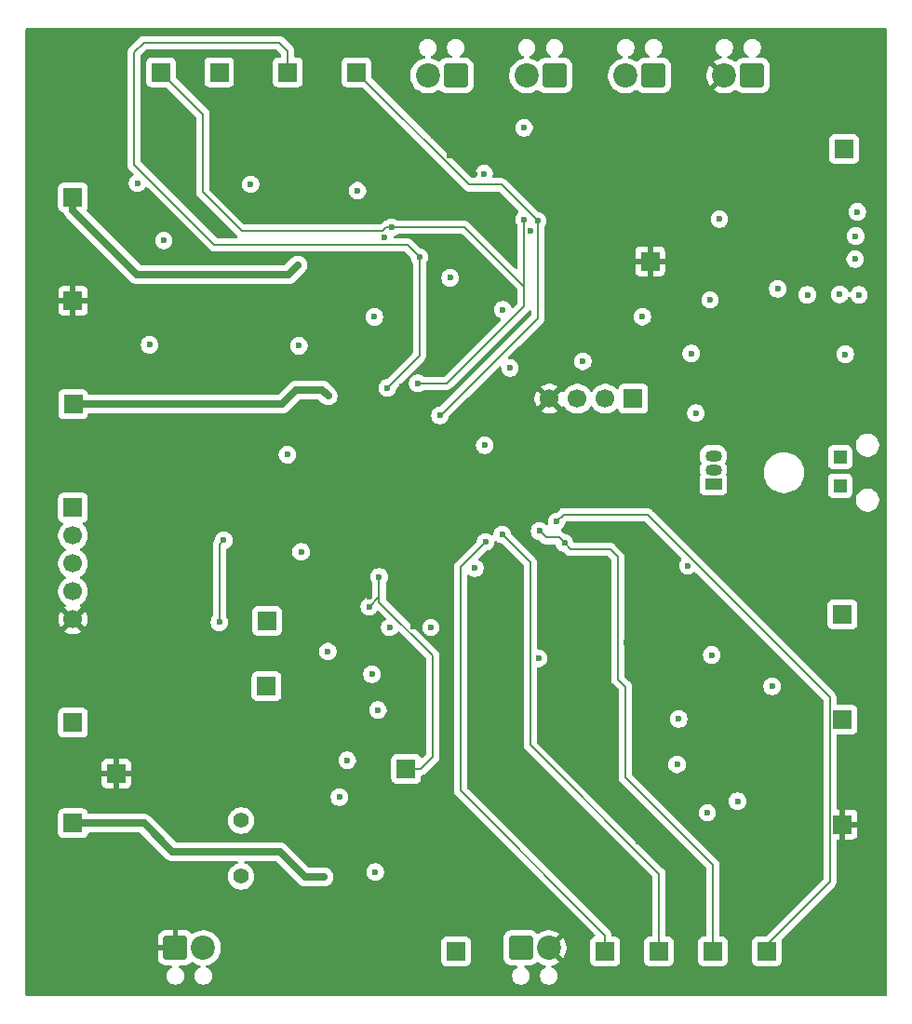
<source format=gbr>
%TF.GenerationSoftware,KiCad,Pcbnew,9.0.5-9.0.5~ubuntu24.04.1*%
%TF.CreationDate,2025-11-18T18:30:51-05:00*%
%TF.ProjectId,teslaCoilSensor,7465736c-6143-46f6-996c-53656e736f72,rev?*%
%TF.SameCoordinates,Original*%
%TF.FileFunction,Copper,L4,Bot*%
%TF.FilePolarity,Positive*%
%FSLAX46Y46*%
G04 Gerber Fmt 4.6, Leading zero omitted, Abs format (unit mm)*
G04 Created by KiCad (PCBNEW 9.0.5-9.0.5~ubuntu24.04.1) date 2025-11-18 18:30:51*
%MOMM*%
%LPD*%
G01*
G04 APERTURE LIST*
G04 Aperture macros list*
%AMRoundRect*
0 Rectangle with rounded corners*
0 $1 Rounding radius*
0 $2 $3 $4 $5 $6 $7 $8 $9 X,Y pos of 4 corners*
0 Add a 4 corners polygon primitive as box body*
4,1,4,$2,$3,$4,$5,$6,$7,$8,$9,$2,$3,0*
0 Add four circle primitives for the rounded corners*
1,1,$1+$1,$2,$3*
1,1,$1+$1,$4,$5*
1,1,$1+$1,$6,$7*
1,1,$1+$1,$8,$9*
0 Add four rect primitives between the rounded corners*
20,1,$1+$1,$2,$3,$4,$5,0*
20,1,$1+$1,$4,$5,$6,$7,0*
20,1,$1+$1,$6,$7,$8,$9,0*
20,1,$1+$1,$8,$9,$2,$3,0*%
G04 Aperture macros list end*
%TA.AperFunction,ComponentPad*%
%ADD10R,1.700000X1.700000*%
%TD*%
%TA.AperFunction,ComponentPad*%
%ADD11C,2.200000*%
%TD*%
%TA.AperFunction,ComponentPad*%
%ADD12RoundRect,0.249999X0.850001X0.850001X-0.850001X0.850001X-0.850001X-0.850001X0.850001X-0.850001X0*%
%TD*%
%TA.AperFunction,ComponentPad*%
%ADD13C,1.400000*%
%TD*%
%TA.AperFunction,ComponentPad*%
%ADD14R,1.208000X1.208000*%
%TD*%
%TA.AperFunction,ComponentPad*%
%ADD15RoundRect,0.249999X-0.850001X-0.850001X0.850001X-0.850001X0.850001X0.850001X-0.850001X0.850001X0*%
%TD*%
%TA.AperFunction,ComponentPad*%
%ADD16C,7.000000*%
%TD*%
%TA.AperFunction,ComponentPad*%
%ADD17C,1.700000*%
%TD*%
%TA.AperFunction,ComponentPad*%
%ADD18R,1.500000X1.050000*%
%TD*%
%TA.AperFunction,ComponentPad*%
%ADD19O,1.500000X1.050000*%
%TD*%
%TA.AperFunction,ViaPad*%
%ADD20C,0.600000*%
%TD*%
%TA.AperFunction,Conductor*%
%ADD21C,0.700000*%
%TD*%
%TA.AperFunction,Conductor*%
%ADD22C,0.200000*%
%TD*%
G04 APERTURE END LIST*
D10*
%TO.P,J16,1,Pin_1*%
%TO.N,/Buck_IN*%
X187096400Y-57099200D03*
%TD*%
%TO.P,J29,1,Pin_1*%
%TO.N,/V_{TEMP_SENSOR}*%
X116941600Y-61488383D03*
%TD*%
%TO.P,J18,1,Pin_1*%
%TO.N,/V_{DD}*%
X116950000Y-80300000D03*
%TD*%
D11*
%TO.P,TC1,1,+*%
%TO.N,/TC1+*%
X158217250Y-50412614D03*
D12*
%TO.P,TC1,2,-*%
%TO.N,/TC1-*%
X160757250Y-50412614D03*
%TD*%
D10*
%TO.P,J24,1,Pin_1*%
%TO.N,SPI3_NSS_2*%
X130242210Y-50105114D03*
%TD*%
%TO.P,J28,1,Pin_1*%
%TO.N,/V_{CURRENT_SENSOR}*%
X186944000Y-108966400D03*
%TD*%
D13*
%TO.P,R24,1*%
%TO.N,/V_{BUS_AMP_IN}*%
X132234900Y-118160800D03*
%TO.P,R24,2*%
%TO.N,/V_{BUS_IN}*%
X132234900Y-123240800D03*
%TD*%
D14*
%TO.P,J8,1,Cathode*%
%TO.N,Net-(J8-Cathode)*%
X186726850Y-87715025D03*
%TO.P,J8,2,Anode*%
%TO.N,Net-(J8-Anode)*%
X186726850Y-85115025D03*
%TD*%
D15*
%TO.P,J22,1,Pin_1*%
%TO.N,GND*%
X126257920Y-129740500D03*
D11*
%TO.P,J22,2,Pin_2*%
%TO.N,/V_{BUS_IN}*%
X128797920Y-129740500D03*
%TD*%
D16*
%TO.P,H2,1,1*%
%TO.N,GND*%
X186944000Y-50105114D03*
%TD*%
D10*
%TO.P,J11,1,Pin_1*%
%TO.N,SPI1_MISO*%
X147250000Y-113450000D03*
%TD*%
D12*
%TO.P,J2,1,Pin_1*%
%TO.N,+12V*%
X178741750Y-50412614D03*
D11*
%TO.P,J2,2,Pin_2*%
%TO.N,GND*%
X176201750Y-50412614D03*
%TD*%
D10*
%TO.P,J25,1,Pin_1*%
%TO.N,SPI2_SCK*%
X165355360Y-130048000D03*
%TD*%
%TO.P,J6,1,Pin_1*%
%TO.N,GPIO_8*%
X116941600Y-89698192D03*
D17*
%TO.P,J6,2,Pin_2*%
%TO.N,GPIO_9*%
X116941600Y-92238192D03*
%TO.P,J6,3,Pin_3*%
%TO.N,GPIO_10*%
X116941600Y-94778192D03*
%TO.P,J6,4,Pin_4*%
%TO.N,GPIO_11*%
X116941600Y-97318192D03*
%TO.P,J6,5,Pin_5*%
%TO.N,GND*%
X116941600Y-99858192D03*
%TD*%
D10*
%TO.P,J12,1,Pin_1*%
%TO.N,SPI2_NSS*%
X180061840Y-130048000D03*
%TD*%
%TO.P,J30,1,Pin_1*%
%TO.N,/Current Sensor/V_{XFRMR_IN_SHIFT}*%
X151768144Y-130048000D03*
%TD*%
%TO.P,J31,1,Pin_1*%
%TO.N,SPI2_MOSI*%
X175159680Y-130048000D03*
%TD*%
%TO.P,J17,1,Pin_1*%
%TO.N,/V_{BUCK_5V}*%
X116941600Y-118414800D03*
%TD*%
%TO.P,J26,1,Pin_1*%
%TO.N,SPI2_MISO*%
X170257520Y-130048000D03*
%TD*%
D12*
%TO.P,J7,1,Pin_1*%
%TO.N,UART_TX_EXT*%
X169749500Y-50412614D03*
D11*
%TO.P,J7,2,Pin_2*%
%TO.N,UART_RX_EXT*%
X167209500Y-50412614D03*
%TD*%
D15*
%TO.P,J3,1,Pin_1*%
%TO.N,/Current Sensor/V_{IN_XFRMR+}*%
X157683200Y-129740500D03*
D11*
%TO.P,J3,2,Pin_2*%
%TO.N,GND*%
X160223200Y-129740500D03*
%TD*%
D10*
%TO.P,J1,1,Pin_1*%
%TO.N,/V_{DD}*%
X167910000Y-79800000D03*
D17*
%TO.P,J1,2,Pin_2*%
%TO.N,SWDIO*%
X165370000Y-79800000D03*
%TO.P,J1,3,Pin_3*%
%TO.N,SWCLK*%
X162830000Y-79800000D03*
%TO.P,J1,4,Pin_4*%
%TO.N,GND*%
X160290000Y-79800000D03*
%TD*%
D10*
%TO.P,J4,1,Pin_1*%
%TO.N,SPI1_NSS*%
X134600000Y-100000000D03*
%TD*%
%TO.P,J14,1,Pin_1*%
%TO.N,GND*%
X120900000Y-113900000D03*
%TD*%
%TO.P,J20,1,Pin_1*%
%TO.N,SPI3_MISO*%
X136493140Y-50105114D03*
%TD*%
%TO.P,J5,1,Pin_1*%
%TO.N,SPI1_SCK*%
X134550000Y-105950000D03*
%TD*%
%TO.P,J19,1,Pin_1*%
%TO.N,UART_TX_FIBER*%
X186944000Y-99415600D03*
%TD*%
D18*
%TO.P,Q2,1,E*%
%TO.N,/V_{DD}*%
X175200000Y-87550000D03*
D19*
%TO.P,Q2,2,B*%
%TO.N,Net-(Q2-B)*%
X175200000Y-86280000D03*
%TO.P,Q2,3,C*%
%TO.N,Net-(J8-Anode)*%
X175200000Y-85010000D03*
%TD*%
D16*
%TO.P,H4,1,1*%
%TO.N,GND*%
X186944000Y-130048000D03*
%TD*%
D10*
%TO.P,J13,1,Pin_1*%
%TO.N,SPI3_SCK*%
X124936280Y-50105114D03*
%TD*%
D16*
%TO.P,H3,1,1*%
%TO.N,GND*%
X116941600Y-130048000D03*
%TD*%
D10*
%TO.P,J21,1,Pin_1*%
%TO.N,SPI3_NSS_1*%
X142744070Y-50105114D03*
%TD*%
%TO.P,J27,1,Pin_1*%
%TO.N,/V_{BUS_SENSOR}*%
X116941600Y-109261461D03*
%TD*%
%TO.P,J9,1,Pin_1*%
%TO.N,GND*%
X186944000Y-118517200D03*
%TD*%
D16*
%TO.P,H1,1,1*%
%TO.N,GND*%
X116941600Y-50105114D03*
%TD*%
D10*
%TO.P,J10,1,Pin_1*%
%TO.N,GND*%
X116941600Y-70891653D03*
%TD*%
D11*
%TO.P,TC2,1,+*%
%TO.N,/TC2+*%
X149225000Y-50412614D03*
D12*
%TO.P,TC2,2,-*%
%TO.N,/TC2-*%
X151765000Y-50412614D03*
%TD*%
D10*
%TO.P,J15,1,Pin_1*%
%TO.N,GND*%
X169450000Y-67300000D03*
%TD*%
D20*
%TO.N,/Buck_IN*%
X175750000Y-63450000D03*
X174900000Y-70800000D03*
%TO.N,GND*%
X121900000Y-130700000D03*
X186900000Y-80650000D03*
X170587500Y-74125000D03*
X187000000Y-102300000D03*
X161000000Y-89800000D03*
X116900000Y-113600000D03*
X168362500Y-120100000D03*
X144373700Y-68576300D03*
X116950000Y-82650000D03*
X153450000Y-70150000D03*
X147900000Y-100550000D03*
X186900000Y-95700000D03*
X147900000Y-98000000D03*
X154768100Y-61949400D03*
X116900000Y-106300000D03*
X143025000Y-126075000D03*
X186950000Y-115500000D03*
X177900000Y-104400000D03*
X169950000Y-97650000D03*
X179450000Y-90950000D03*
X145948500Y-68576300D03*
X155168600Y-113995200D03*
X171750000Y-97700000D03*
X141274800Y-90322400D03*
X160850000Y-115350000D03*
X116975000Y-66500000D03*
X180862500Y-120200000D03*
X159800000Y-114550000D03*
X167250000Y-101950000D03*
X169630000Y-111500000D03*
X146000000Y-96059824D03*
X167700000Y-130050000D03*
X142951200Y-62422000D03*
X142722600Y-116027200D03*
X162800000Y-92050000D03*
X149758400Y-55868800D03*
X155524200Y-115874800D03*
X127550000Y-50150000D03*
X173337500Y-74125000D03*
X142036800Y-92811600D03*
X129819400Y-89763600D03*
X145250000Y-65150000D03*
X148539200Y-92786200D03*
X143814800Y-118795800D03*
X170762500Y-119800000D03*
X131546600Y-84531200D03*
X132867400Y-84531200D03*
X146900000Y-78650000D03*
X187050000Y-121500000D03*
X172700000Y-130000000D03*
X174098500Y-71625000D03*
X156000000Y-96750000D03*
X139400000Y-50000000D03*
X168350000Y-98800000D03*
X117050000Y-56900000D03*
X117000000Y-64500000D03*
X135050000Y-130100000D03*
X173050000Y-50450000D03*
X186950000Y-79000000D03*
X141782800Y-76987400D03*
X143800000Y-130050000D03*
X186950000Y-106100000D03*
X186900000Y-82250000D03*
X137650000Y-112650000D03*
X129150000Y-100100000D03*
X144118400Y-56522400D03*
X116900000Y-111900000D03*
X123600000Y-62200000D03*
X126900000Y-109500000D03*
X178362500Y-120200000D03*
X182400000Y-69800000D03*
X117150000Y-77350000D03*
X177600000Y-130050000D03*
X186950000Y-114300000D03*
X163337500Y-72575000D03*
X145500000Y-130050000D03*
X128524000Y-88290400D03*
X135432800Y-117348000D03*
X186900000Y-90950000D03*
X157700000Y-103400000D03*
X140250000Y-130150000D03*
X156087700Y-56057800D03*
X154400000Y-85600000D03*
X165862500Y-120000000D03*
X186900000Y-96900000D03*
X154614500Y-57124600D03*
X117100000Y-124850000D03*
X145700000Y-50050000D03*
X137566400Y-76911200D03*
X137515600Y-69646800D03*
X153507650Y-59365487D03*
X151180800Y-57646800D03*
X153500000Y-96750000D03*
X155750000Y-98550000D03*
X168450000Y-100650000D03*
X117100000Y-75550000D03*
X187000000Y-124100000D03*
X144119600Y-63641200D03*
X155200000Y-91450000D03*
X178000000Y-68050000D03*
X141732000Y-79629000D03*
X186700000Y-74250000D03*
X187100000Y-59500000D03*
X186950000Y-94300000D03*
X157650000Y-101150000D03*
X142050000Y-130100000D03*
X147300000Y-130000000D03*
X163026900Y-56940200D03*
X129800000Y-91900000D03*
X117050000Y-55200000D03*
X147350000Y-109800000D03*
X154950000Y-50250000D03*
X117100000Y-58700000D03*
X145550000Y-103400000D03*
X146150000Y-106050000D03*
X143840200Y-117170200D03*
X157000000Y-64250000D03*
X173850000Y-63700000D03*
X176200000Y-68100000D03*
X137718800Y-109067600D03*
X156200000Y-70150000D03*
X158150000Y-91400000D03*
X182050000Y-50150000D03*
X136850000Y-130050000D03*
X134188200Y-83413600D03*
X133400000Y-62300000D03*
X164033200Y-86715600D03*
X175000000Y-69200000D03*
X182700000Y-79600000D03*
X117100000Y-73850000D03*
X156800000Y-55200000D03*
X144627600Y-109753400D03*
X158521300Y-64550000D03*
X187000000Y-103500000D03*
X133550000Y-50200000D03*
X116850000Y-104500000D03*
X158496000Y-123113800D03*
X148950000Y-77400000D03*
X142200000Y-59850000D03*
X117050000Y-123050000D03*
X187050000Y-54600000D03*
X187050000Y-122700000D03*
X136423400Y-83337400D03*
X187000000Y-111700000D03*
X161776900Y-55190200D03*
X116850000Y-102800000D03*
X188450000Y-74300000D03*
X180500000Y-104450000D03*
X162100000Y-99600000D03*
X125069600Y-78460600D03*
X139573000Y-100177600D03*
X117050000Y-68000000D03*
X138582400Y-102844600D03*
X186950000Y-93100000D03*
X186900000Y-92150000D03*
X143900000Y-97800000D03*
X163950000Y-50500000D03*
X126900000Y-101200000D03*
X160387500Y-73725000D03*
X132918200Y-89484200D03*
X173593750Y-108925000D03*
X142968400Y-57682400D03*
X138550000Y-130150000D03*
X123600000Y-69700000D03*
X116950000Y-84350000D03*
X130962400Y-90830400D03*
X161300000Y-100920000D03*
X140385800Y-97663000D03*
X117050000Y-121350000D03*
X151150000Y-82200000D03*
X186950000Y-104900000D03*
X168700000Y-97750000D03*
X142950000Y-128550000D03*
X149600000Y-67000000D03*
X156087700Y-63271400D03*
X162416100Y-94450000D03*
X187000000Y-125300000D03*
X187000000Y-112900000D03*
X116950000Y-115400000D03*
X186850000Y-77700000D03*
X172000000Y-111500000D03*
X117000000Y-86150000D03*
X133350000Y-130100000D03*
X153300000Y-92850000D03*
X137750000Y-114300000D03*
X175100000Y-74050000D03*
%TO.N,/V_{DD}*%
X137693400Y-93726000D03*
X137490200Y-74980800D03*
X149500000Y-100600000D03*
X136448800Y-84886800D03*
X154400000Y-84030000D03*
X140157200Y-79552800D03*
X140131800Y-102793800D03*
X163324700Y-76392000D03*
X145750000Y-100600000D03*
X156700000Y-77000000D03*
X173600000Y-81100000D03*
X153500000Y-95200000D03*
%TO.N,NRST*%
X130657600Y-92659200D03*
X130251200Y-100126800D03*
%TO.N,/V_{CURRENT_SENSOR}*%
X171900000Y-113050000D03*
X172043750Y-108925000D03*
X125200000Y-65400000D03*
X172870000Y-94980000D03*
%TO.N,/V_{BUS_SENSOR}*%
X123900000Y-74900000D03*
X141173200Y-116027200D03*
X144678400Y-108102400D03*
X144150000Y-104850000D03*
X141884400Y-112674400D03*
%TO.N,/V_{TEMP_SENSOR}*%
X142818400Y-60882400D03*
X154336900Y-59330200D03*
X137414000Y-67640200D03*
X144353700Y-72356700D03*
X157976900Y-55150200D03*
%TO.N,+12V*%
X133100000Y-60300000D03*
%TO.N,SPI1_MISO*%
X144800000Y-96000000D03*
X143900000Y-98700000D03*
%TO.N,SPI2_SCK*%
X154475000Y-92825000D03*
%TO.N,SPI2_MISO*%
X156000000Y-92150000D03*
%TO.N,SPI2_NSS*%
X160934400Y-90982800D03*
%TO.N,SPI3_MISO*%
X148463000Y-66900000D03*
X145538000Y-78820200D03*
%TO.N,SPI3_SCK*%
X157971300Y-63500000D03*
X145923000Y-64211200D03*
X148300000Y-78400000D03*
%TO.N,SPI3_NSS_1*%
X150320464Y-81327720D03*
X159232600Y-63627000D03*
%TO.N,/V_{CURR_ADC}*%
X174650000Y-117450000D03*
X159300000Y-103400000D03*
%TO.N,SPI2_MOSI*%
X159376436Y-91829601D03*
X161650000Y-92925000D03*
%TO.N,/BUCK_SW*%
X181050000Y-69800000D03*
X183750000Y-70350000D03*
%TO.N,/V_{BUCK_5V}*%
X168737500Y-72325000D03*
X187200000Y-75750000D03*
X175050000Y-103100000D03*
X122800000Y-60200000D03*
X139800000Y-123300000D03*
X186700000Y-70300000D03*
X151250000Y-68800000D03*
X180550000Y-105950000D03*
X177400000Y-116400000D03*
X188300000Y-62800000D03*
X188450000Y-70350000D03*
X188150000Y-65000000D03*
X156050000Y-71700000D03*
X188100000Y-67100000D03*
X144450000Y-122850000D03*
X173187500Y-75675000D03*
%TD*%
D21*
%TO.N,/V_{DD}*%
X137250000Y-79000000D02*
X135955078Y-80294922D01*
X135955078Y-80294922D02*
X116941600Y-80294922D01*
X139604400Y-79000000D02*
X137250000Y-79000000D01*
X140157200Y-79552800D02*
X139604400Y-79000000D01*
D22*
%TO.N,NRST*%
X130251200Y-100126800D02*
X130276600Y-100101400D01*
X130276600Y-93040200D02*
X130657600Y-92659200D01*
X130276600Y-100101400D02*
X130276600Y-93040200D01*
D21*
%TO.N,/V_{TEMP_SENSOR}*%
X136554200Y-68500000D02*
X122750000Y-68500000D01*
X137414000Y-67640200D02*
X136554200Y-68500000D01*
X122750000Y-68500000D02*
X116941600Y-62691600D01*
X116941600Y-62691600D02*
X116941600Y-61488383D01*
D22*
%TO.N,SPI1_MISO*%
X144800000Y-97800000D02*
X144800000Y-96000000D01*
X143900000Y-98700000D02*
X144800000Y-97800000D01*
X147250000Y-113450000D02*
X148600000Y-113450000D01*
X149700000Y-103171659D02*
X144800000Y-98271659D01*
X148600000Y-113450000D02*
X149700000Y-112350000D01*
X144800000Y-98271659D02*
X144800000Y-97800000D01*
X149700000Y-112350000D02*
X149700000Y-103171659D01*
%TO.N,SPI2_SCK*%
X152196800Y-115443000D02*
X152196800Y-95103200D01*
X165355360Y-128601560D02*
X152196800Y-115443000D01*
X152196800Y-95103200D02*
X154475000Y-92825000D01*
X165355360Y-130048000D02*
X165355360Y-128601560D01*
%TO.N,SPI2_MISO*%
X170257520Y-123013520D02*
X170257520Y-130048000D01*
X158541000Y-94691000D02*
X158541000Y-111297000D01*
X156000000Y-92150000D02*
X158541000Y-94691000D01*
X158541000Y-111297000D02*
X170257520Y-123013520D01*
%TO.N,SPI2_NSS*%
X180061840Y-129486160D02*
X185800000Y-123748000D01*
X180061840Y-130048000D02*
X180061840Y-129486160D01*
X161567200Y-90350000D02*
X160934400Y-90982800D01*
X169203947Y-90350000D02*
X161567200Y-90350000D01*
X185800000Y-106946053D02*
X169203947Y-90350000D01*
X185800000Y-123748000D02*
X185800000Y-106946053D01*
%TO.N,SPI3_MISO*%
X148463000Y-75895200D02*
X148463000Y-66900000D01*
X148463000Y-66900000D02*
X147363000Y-65800000D01*
X145538000Y-78820200D02*
X148463000Y-75895200D01*
X122500000Y-48300000D02*
X123400000Y-47400000D01*
X122500000Y-58500000D02*
X122500000Y-48300000D01*
X123400000Y-47400000D02*
X135700000Y-47400000D01*
X136493140Y-48193140D02*
X136493140Y-50105114D01*
X135700000Y-47400000D02*
X136493140Y-48193140D01*
X129800000Y-65800000D02*
X122500000Y-58500000D01*
X147363000Y-65800000D02*
X129800000Y-65800000D01*
%TO.N,SPI3_SCK*%
X157923838Y-69547462D02*
X157971300Y-69500000D01*
X145923000Y-64211200D02*
X145450168Y-64211200D01*
X152585038Y-64211200D02*
X157921300Y-69547462D01*
X157971300Y-69500000D02*
X157971300Y-63500000D01*
X157971300Y-71378700D02*
X157971300Y-69500000D01*
X157921300Y-69547462D02*
X157923838Y-69547462D01*
X145123168Y-64538200D02*
X132288200Y-64538200D01*
X128750000Y-61000000D02*
X128750000Y-53918834D01*
X145923000Y-64211200D02*
X152585038Y-64211200D01*
X145450168Y-64211200D02*
X145123168Y-64538200D01*
X148300000Y-78400000D02*
X150950000Y-78400000D01*
X150950000Y-78400000D02*
X157971300Y-71378700D01*
X128750000Y-53918834D02*
X124936280Y-50105114D01*
X132288200Y-64538200D02*
X128750000Y-61000000D01*
%TO.N,SPI3_NSS_1*%
X159232600Y-63627000D02*
X155943688Y-60338088D01*
X159232600Y-72466200D02*
X159232600Y-63627000D01*
X155943688Y-60338088D02*
X152977044Y-60338088D01*
X150317200Y-81381600D02*
X159232600Y-72466200D01*
X152977044Y-60338088D02*
X142744070Y-50105114D01*
%TO.N,SPI2_MOSI*%
X161150000Y-92425000D02*
X159971835Y-92425000D01*
X161511200Y-92786200D02*
X161650000Y-92925000D01*
X161650000Y-92925000D02*
X162209700Y-93484700D01*
X159971835Y-92425000D02*
X159376436Y-91829601D01*
X167200000Y-106000000D02*
X167200000Y-114250000D01*
X165809700Y-93484700D02*
X166500000Y-94175000D01*
X166500000Y-105300000D02*
X167200000Y-106000000D01*
X166500000Y-94175000D02*
X166500000Y-105300000D01*
X175159680Y-122209680D02*
X175159680Y-130048000D01*
X167200000Y-114250000D02*
X175159680Y-122209680D01*
X161650000Y-92925000D02*
X161150000Y-92425000D01*
X162209700Y-93484700D02*
X165809700Y-93484700D01*
D21*
%TO.N,/V_{BUCK_5V}*%
X138050000Y-123300000D02*
X135750000Y-121000000D01*
X123414800Y-118414800D02*
X116941600Y-118414800D01*
X126000000Y-121000000D02*
X123414800Y-118414800D01*
X139800000Y-123300000D02*
X138050000Y-123300000D01*
X135750000Y-121000000D02*
X126000000Y-121000000D01*
%TD*%
%TA.AperFunction,Conductor*%
%TO.N,GND*%
G36*
X190942539Y-46120185D02*
G01*
X190988294Y-46172989D01*
X190999500Y-46224500D01*
X190999500Y-133975500D01*
X190979815Y-134042539D01*
X190927011Y-134088294D01*
X190875500Y-134099500D01*
X112751100Y-134099500D01*
X112684061Y-134079815D01*
X112638306Y-134027011D01*
X112627100Y-133975500D01*
X112627100Y-128840513D01*
X124657920Y-128840513D01*
X124657920Y-129490500D01*
X125767172Y-129490500D01*
X125745402Y-129528208D01*
X125707920Y-129668091D01*
X125707920Y-129812909D01*
X125745402Y-129952792D01*
X125767172Y-129990500D01*
X124657921Y-129990500D01*
X124657921Y-130640486D01*
X124668414Y-130743196D01*
X124668414Y-130743198D01*
X124723560Y-130909619D01*
X124723565Y-130909630D01*
X124815600Y-131058840D01*
X124815603Y-131058844D01*
X124939575Y-131182816D01*
X124939579Y-131182819D01*
X125088789Y-131274854D01*
X125088800Y-131274859D01*
X125255222Y-131330005D01*
X125357939Y-131340499D01*
X125815138Y-131340499D01*
X125882177Y-131360183D01*
X125927932Y-131412987D01*
X125937876Y-131482146D01*
X125908851Y-131545702D01*
X125882951Y-131566442D01*
X125883806Y-131567721D01*
X125747631Y-131658710D01*
X125747627Y-131658713D01*
X125636133Y-131770207D01*
X125636130Y-131770211D01*
X125548529Y-131901314D01*
X125548522Y-131901327D01*
X125488184Y-132046998D01*
X125488181Y-132047010D01*
X125457420Y-132201653D01*
X125457420Y-132359346D01*
X125488181Y-132513989D01*
X125488184Y-132514001D01*
X125548522Y-132659672D01*
X125548529Y-132659685D01*
X125636130Y-132790788D01*
X125636133Y-132790792D01*
X125747627Y-132902286D01*
X125747631Y-132902289D01*
X125878734Y-132989890D01*
X125878747Y-132989897D01*
X126024418Y-133050235D01*
X126024423Y-133050237D01*
X126179073Y-133080999D01*
X126179076Y-133081000D01*
X126179078Y-133081000D01*
X126336764Y-133081000D01*
X126336765Y-133080999D01*
X126491417Y-133050237D01*
X126637099Y-132989894D01*
X126768209Y-132902289D01*
X126879709Y-132790789D01*
X126967314Y-132659679D01*
X127027657Y-132513997D01*
X127058420Y-132359342D01*
X127058420Y-132201658D01*
X127058420Y-132201655D01*
X127058419Y-132201653D01*
X127027658Y-132047010D01*
X127027657Y-132047003D01*
X127027655Y-132046998D01*
X126967317Y-131901327D01*
X126967310Y-131901314D01*
X126879709Y-131770211D01*
X126879706Y-131770207D01*
X126768212Y-131658713D01*
X126768208Y-131658710D01*
X126632034Y-131567721D01*
X126633617Y-131565351D01*
X126592458Y-131524994D01*
X126576935Y-131456871D01*
X126600706Y-131391169D01*
X126656225Y-131348749D01*
X126700700Y-131340499D01*
X127157891Y-131340499D01*
X127157907Y-131340498D01*
X127260616Y-131330005D01*
X127260618Y-131330005D01*
X127427039Y-131274859D01*
X127427050Y-131274854D01*
X127576259Y-131182820D01*
X127705005Y-131054074D01*
X127766328Y-131020589D01*
X127836020Y-131025573D01*
X127865572Y-131041437D01*
X127948564Y-131101733D01*
X127959075Y-131109370D01*
X128102104Y-131182247D01*
X128183536Y-131223739D01*
X128183538Y-131223739D01*
X128183541Y-131223741D01*
X128423135Y-131301590D01*
X128454786Y-131306603D01*
X128456389Y-131306857D01*
X128519523Y-131336786D01*
X128556455Y-131396097D01*
X128555457Y-131465960D01*
X128516847Y-131524193D01*
X128484443Y-131543891D01*
X128418747Y-131571102D01*
X128418734Y-131571109D01*
X128287631Y-131658710D01*
X128287627Y-131658713D01*
X128176133Y-131770207D01*
X128176130Y-131770211D01*
X128088529Y-131901314D01*
X128088522Y-131901327D01*
X128028184Y-132046998D01*
X128028181Y-132047010D01*
X127997420Y-132201653D01*
X127997420Y-132359346D01*
X128028181Y-132513989D01*
X128028184Y-132514001D01*
X128088522Y-132659672D01*
X128088529Y-132659685D01*
X128176130Y-132790788D01*
X128176133Y-132790792D01*
X128287627Y-132902286D01*
X128287631Y-132902289D01*
X128418734Y-132989890D01*
X128418747Y-132989897D01*
X128564418Y-133050235D01*
X128564423Y-133050237D01*
X128719073Y-133080999D01*
X128719076Y-133081000D01*
X128719078Y-133081000D01*
X128876764Y-133081000D01*
X128876765Y-133080999D01*
X129031417Y-133050237D01*
X129177099Y-132989894D01*
X129308209Y-132902289D01*
X129419709Y-132790789D01*
X129507314Y-132659679D01*
X129567657Y-132513997D01*
X129598420Y-132359342D01*
X129598420Y-132201658D01*
X129598420Y-132201655D01*
X129598419Y-132201653D01*
X129567658Y-132047010D01*
X129567657Y-132047003D01*
X129567655Y-132046998D01*
X129507317Y-131901327D01*
X129507310Y-131901314D01*
X129419709Y-131770211D01*
X129419706Y-131770207D01*
X129308212Y-131658713D01*
X129308208Y-131658710D01*
X129177105Y-131571109D01*
X129177093Y-131571102D01*
X129111396Y-131543891D01*
X129056992Y-131500051D01*
X129034927Y-131433757D01*
X129052206Y-131366057D01*
X129103343Y-131318447D01*
X129139451Y-131306857D01*
X129172705Y-131301590D01*
X129174210Y-131301101D01*
X129412299Y-131223741D01*
X129636765Y-131109370D01*
X129840576Y-130961293D01*
X130018713Y-130783156D01*
X130166790Y-130579345D01*
X130281161Y-130354879D01*
X130359010Y-130115285D01*
X130398420Y-129866462D01*
X130398420Y-129614538D01*
X130376484Y-129476042D01*
X130359010Y-129365714D01*
X130337785Y-129300390D01*
X130288964Y-129150135D01*
X150417644Y-129150135D01*
X150417644Y-130945870D01*
X150417645Y-130945876D01*
X150424052Y-131005483D01*
X150474346Y-131140328D01*
X150474350Y-131140335D01*
X150560596Y-131255544D01*
X150560599Y-131255547D01*
X150675808Y-131341793D01*
X150675815Y-131341797D01*
X150810661Y-131392091D01*
X150810660Y-131392091D01*
X150817588Y-131392835D01*
X150870271Y-131398500D01*
X152666016Y-131398499D01*
X152725627Y-131392091D01*
X152860475Y-131341796D01*
X152975690Y-131255546D01*
X153061940Y-131140331D01*
X153112235Y-131005483D01*
X153118644Y-130945873D01*
X153118643Y-129150128D01*
X153112235Y-129090517D01*
X153112233Y-129090512D01*
X153061941Y-128955671D01*
X153061939Y-128955668D01*
X153028983Y-128911644D01*
X153028982Y-128911643D01*
X152975734Y-128840513D01*
X152975711Y-128840482D01*
X156082700Y-128840482D01*
X156082700Y-130640517D01*
X156093200Y-130743296D01*
X156148385Y-130909832D01*
X156148387Y-130909837D01*
X156170614Y-130945872D01*
X156240488Y-131059156D01*
X156364544Y-131183212D01*
X156513865Y-131275314D01*
X156680402Y-131330499D01*
X156783190Y-131341000D01*
X156783195Y-131341000D01*
X157239625Y-131341000D01*
X157306664Y-131360685D01*
X157352419Y-131413489D01*
X157362363Y-131482647D01*
X157333338Y-131546203D01*
X157308516Y-131568102D01*
X157172911Y-131658710D01*
X157172907Y-131658713D01*
X157061413Y-131770207D01*
X157061410Y-131770211D01*
X156973809Y-131901314D01*
X156973802Y-131901327D01*
X156913464Y-132046998D01*
X156913461Y-132047010D01*
X156882700Y-132201653D01*
X156882700Y-132359346D01*
X156913461Y-132513989D01*
X156913464Y-132514001D01*
X156973802Y-132659672D01*
X156973809Y-132659685D01*
X157061410Y-132790788D01*
X157061413Y-132790792D01*
X157172907Y-132902286D01*
X157172911Y-132902289D01*
X157304014Y-132989890D01*
X157304027Y-132989897D01*
X157449698Y-133050235D01*
X157449703Y-133050237D01*
X157604353Y-133080999D01*
X157604356Y-133081000D01*
X157604358Y-133081000D01*
X157762044Y-133081000D01*
X157762045Y-133080999D01*
X157916697Y-133050237D01*
X158062379Y-132989894D01*
X158193489Y-132902289D01*
X158304989Y-132790789D01*
X158392594Y-132659679D01*
X158452937Y-132513997D01*
X158483700Y-132359342D01*
X158483700Y-132201658D01*
X158483700Y-132201655D01*
X158483699Y-132201653D01*
X158452938Y-132047010D01*
X158452937Y-132047003D01*
X158452935Y-132046998D01*
X158392597Y-131901327D01*
X158392590Y-131901314D01*
X158304989Y-131770211D01*
X158304986Y-131770207D01*
X158193492Y-131658713D01*
X158193488Y-131658710D01*
X158057884Y-131568102D01*
X158013079Y-131514490D01*
X158004372Y-131445165D01*
X158034526Y-131382137D01*
X158093970Y-131345418D01*
X158126775Y-131341000D01*
X158583205Y-131341000D01*
X158583210Y-131341000D01*
X158685998Y-131330499D01*
X158852535Y-131275314D01*
X159001856Y-131183212D01*
X159125912Y-131059156D01*
X159125912Y-131059155D01*
X159131019Y-131054049D01*
X159133528Y-131056558D01*
X159176922Y-131024952D01*
X159246673Y-131020880D01*
X159291616Y-131041373D01*
X159384616Y-131108942D01*
X159609015Y-131223280D01*
X159848531Y-131301103D01*
X159882550Y-131306491D01*
X159945685Y-131336420D01*
X159982617Y-131395731D01*
X159981619Y-131465594D01*
X159943010Y-131523826D01*
X159910606Y-131543525D01*
X159844024Y-131571104D01*
X159844014Y-131571109D01*
X159712911Y-131658710D01*
X159712907Y-131658713D01*
X159601413Y-131770207D01*
X159601410Y-131770211D01*
X159513809Y-131901314D01*
X159513802Y-131901327D01*
X159453464Y-132046998D01*
X159453461Y-132047010D01*
X159422700Y-132201653D01*
X159422700Y-132359346D01*
X159453461Y-132513989D01*
X159453464Y-132514001D01*
X159513802Y-132659672D01*
X159513809Y-132659685D01*
X159601410Y-132790788D01*
X159601413Y-132790792D01*
X159712907Y-132902286D01*
X159712911Y-132902289D01*
X159844014Y-132989890D01*
X159844027Y-132989897D01*
X159989698Y-133050235D01*
X159989703Y-133050237D01*
X160144353Y-133080999D01*
X160144356Y-133081000D01*
X160144358Y-133081000D01*
X160302044Y-133081000D01*
X160302045Y-133080999D01*
X160456697Y-133050237D01*
X160602379Y-132989894D01*
X160733489Y-132902289D01*
X160844989Y-132790789D01*
X160932594Y-132659679D01*
X160992937Y-132513997D01*
X161023700Y-132359342D01*
X161023700Y-132201658D01*
X161023700Y-132201655D01*
X161023699Y-132201653D01*
X160992938Y-132047010D01*
X160992937Y-132047003D01*
X160992935Y-132046998D01*
X160932597Y-131901327D01*
X160932590Y-131901314D01*
X160844989Y-131770211D01*
X160844986Y-131770207D01*
X160733492Y-131658713D01*
X160733488Y-131658710D01*
X160602385Y-131571109D01*
X160602376Y-131571104D01*
X160535793Y-131543525D01*
X160481390Y-131499684D01*
X160459325Y-131433390D01*
X160476604Y-131365691D01*
X160527741Y-131318080D01*
X160563849Y-131306490D01*
X160597874Y-131301101D01*
X160837384Y-131223280D01*
X161061775Y-131108946D01*
X161061781Y-131108942D01*
X161163897Y-131034750D01*
X161163898Y-131034750D01*
X160393434Y-130264287D01*
X160435492Y-130253018D01*
X160560908Y-130180610D01*
X160663310Y-130078208D01*
X160735718Y-129952792D01*
X160746987Y-129910735D01*
X161517450Y-130681198D01*
X161517450Y-130681197D01*
X161591642Y-130579081D01*
X161591646Y-130579075D01*
X161705980Y-130354684D01*
X161783802Y-130115169D01*
X161823200Y-129866428D01*
X161823200Y-129614571D01*
X161783802Y-129365830D01*
X161705980Y-129126315D01*
X161591642Y-128901916D01*
X161517450Y-128799801D01*
X161517450Y-128799800D01*
X160746987Y-129570264D01*
X160735718Y-129528208D01*
X160663310Y-129402792D01*
X160560908Y-129300390D01*
X160435492Y-129227982D01*
X160393433Y-129216712D01*
X161163898Y-128446248D01*
X161061783Y-128372057D01*
X160837384Y-128257719D01*
X160597869Y-128179897D01*
X160349128Y-128140500D01*
X160097272Y-128140500D01*
X159848530Y-128179897D01*
X159609015Y-128257719D01*
X159384613Y-128372059D01*
X159291615Y-128439626D01*
X159225809Y-128463106D01*
X159157755Y-128447280D01*
X159132404Y-128425565D01*
X159131019Y-128426951D01*
X159001857Y-128297789D01*
X159001856Y-128297788D01*
X158896565Y-128232844D01*
X158852537Y-128205687D01*
X158852532Y-128205685D01*
X158851063Y-128205198D01*
X158685998Y-128150501D01*
X158685996Y-128150500D01*
X158583217Y-128140000D01*
X158583210Y-128140000D01*
X156783190Y-128140000D01*
X156783182Y-128140000D01*
X156680403Y-128150500D01*
X156680402Y-128150501D01*
X156597869Y-128177849D01*
X156513867Y-128205685D01*
X156513862Y-128205687D01*
X156364542Y-128297789D01*
X156240489Y-128421842D01*
X156148387Y-128571162D01*
X156148385Y-128571167D01*
X156148246Y-128571586D01*
X156093201Y-128737702D01*
X156093201Y-128737703D01*
X156093200Y-128737703D01*
X156082700Y-128840482D01*
X152975711Y-128840482D01*
X152975690Y-128840454D01*
X152975688Y-128840453D01*
X152975688Y-128840452D01*
X152860479Y-128754206D01*
X152860472Y-128754202D01*
X152725626Y-128703908D01*
X152725627Y-128703908D01*
X152666027Y-128697501D01*
X152666025Y-128697500D01*
X152666017Y-128697500D01*
X152666008Y-128697500D01*
X150870273Y-128697500D01*
X150870267Y-128697501D01*
X150810660Y-128703908D01*
X150675815Y-128754202D01*
X150675808Y-128754206D01*
X150560599Y-128840452D01*
X150560596Y-128840455D01*
X150474350Y-128955664D01*
X150474346Y-128955671D01*
X150424052Y-129090517D01*
X150420225Y-129126118D01*
X150417645Y-129150123D01*
X150417644Y-129150135D01*
X130288964Y-129150135D01*
X130281161Y-129126121D01*
X130166790Y-128901655D01*
X130092788Y-128799800D01*
X130018718Y-128697850D01*
X130018714Y-128697845D01*
X129840574Y-128519705D01*
X129840569Y-128519701D01*
X129636768Y-128371632D01*
X129636767Y-128371631D01*
X129636765Y-128371630D01*
X129566667Y-128335913D01*
X129412303Y-128257260D01*
X129172705Y-128179410D01*
X128923882Y-128140000D01*
X128671958Y-128140000D01*
X128547546Y-128159705D01*
X128423134Y-128179410D01*
X128183536Y-128257260D01*
X127959076Y-128371629D01*
X127959074Y-128371630D01*
X127865571Y-128439563D01*
X127799764Y-128463042D01*
X127731711Y-128447216D01*
X127705006Y-128426925D01*
X127576264Y-128298183D01*
X127576260Y-128298180D01*
X127427050Y-128206145D01*
X127427039Y-128206140D01*
X127260617Y-128150994D01*
X127157906Y-128140500D01*
X126507920Y-128140500D01*
X126507920Y-129249752D01*
X126470212Y-129227982D01*
X126330329Y-129190500D01*
X126185511Y-129190500D01*
X126045628Y-129227982D01*
X126007920Y-129249752D01*
X126007920Y-128140500D01*
X125357948Y-128140500D01*
X125357932Y-128140501D01*
X125255223Y-128150994D01*
X125255221Y-128150994D01*
X125088800Y-128206140D01*
X125088789Y-128206145D01*
X124939579Y-128298180D01*
X124939575Y-128298183D01*
X124815603Y-128422155D01*
X124815600Y-128422159D01*
X124723565Y-128571369D01*
X124723560Y-128571380D01*
X124668414Y-128737802D01*
X124657920Y-128840513D01*
X112627100Y-128840513D01*
X112627100Y-117516935D01*
X115591100Y-117516935D01*
X115591100Y-119312670D01*
X115591101Y-119312676D01*
X115597508Y-119372283D01*
X115647802Y-119507128D01*
X115647806Y-119507135D01*
X115734052Y-119622344D01*
X115734055Y-119622347D01*
X115849264Y-119708593D01*
X115849271Y-119708597D01*
X115984117Y-119758891D01*
X115984116Y-119758891D01*
X115991044Y-119759635D01*
X116043727Y-119765300D01*
X117839472Y-119765299D01*
X117899083Y-119758891D01*
X118033931Y-119708596D01*
X118149146Y-119622346D01*
X118235396Y-119507131D01*
X118285691Y-119372283D01*
X118285691Y-119372281D01*
X118287474Y-119364738D01*
X118289746Y-119365274D01*
X118312029Y-119311488D01*
X118369423Y-119271643D01*
X118408576Y-119265300D01*
X123011149Y-119265300D01*
X123078188Y-119284985D01*
X123098830Y-119301619D01*
X125457834Y-121660624D01*
X125457838Y-121660627D01*
X125597137Y-121753704D01*
X125597139Y-121753705D01*
X125597143Y-121753707D01*
X125679222Y-121787703D01*
X125706584Y-121799037D01*
X125751918Y-121817816D01*
X125868292Y-121840964D01*
X125916228Y-121850499D01*
X125916232Y-121850500D01*
X125916233Y-121850500D01*
X131845997Y-121850500D01*
X131913036Y-121870185D01*
X131958791Y-121922989D01*
X131968735Y-121992147D01*
X131939710Y-122055703D01*
X131884316Y-122092431D01*
X131774063Y-122128254D01*
X131605700Y-122214040D01*
X131518479Y-122277410D01*
X131452827Y-122325110D01*
X131452825Y-122325112D01*
X131452824Y-122325112D01*
X131319212Y-122458724D01*
X131319212Y-122458725D01*
X131319210Y-122458727D01*
X131301270Y-122483419D01*
X131208140Y-122611600D01*
X131122354Y-122779963D01*
X131063959Y-122959681D01*
X131034400Y-123146313D01*
X131034400Y-123335286D01*
X131063959Y-123521918D01*
X131122354Y-123701636D01*
X131186259Y-123827055D01*
X131208140Y-123869999D01*
X131319210Y-124022873D01*
X131452827Y-124156490D01*
X131605701Y-124267560D01*
X131685247Y-124308090D01*
X131774063Y-124353345D01*
X131774065Y-124353345D01*
X131774068Y-124353347D01*
X131870397Y-124384646D01*
X131953781Y-124411740D01*
X132140414Y-124441300D01*
X132140419Y-124441300D01*
X132329386Y-124441300D01*
X132516018Y-124411740D01*
X132695732Y-124353347D01*
X132864099Y-124267560D01*
X133016973Y-124156490D01*
X133150590Y-124022873D01*
X133261660Y-123869999D01*
X133347447Y-123701632D01*
X133405840Y-123521918D01*
X133417563Y-123447902D01*
X133435400Y-123335286D01*
X133435400Y-123146313D01*
X133405840Y-122959681D01*
X133364989Y-122833957D01*
X133347447Y-122779968D01*
X133347445Y-122779965D01*
X133347445Y-122779963D01*
X133302190Y-122691147D01*
X133261660Y-122611601D01*
X133150590Y-122458727D01*
X133016973Y-122325110D01*
X132864099Y-122214040D01*
X132695736Y-122128254D01*
X132585484Y-122092431D01*
X132527809Y-122052993D01*
X132500611Y-121988634D01*
X132512526Y-121919788D01*
X132559770Y-121868312D01*
X132623803Y-121850500D01*
X135346349Y-121850500D01*
X135413388Y-121870185D01*
X135434030Y-121886819D01*
X137507831Y-123960620D01*
X137507834Y-123960622D01*
X137507838Y-123960626D01*
X137647137Y-124053704D01*
X137737903Y-124091300D01*
X137801918Y-124117816D01*
X137966228Y-124150499D01*
X137966232Y-124150500D01*
X137966233Y-124150500D01*
X139883768Y-124150500D01*
X139883769Y-124150499D01*
X140048082Y-124117816D01*
X140202863Y-124053703D01*
X140342162Y-123960626D01*
X140460626Y-123842162D01*
X140553703Y-123702863D01*
X140617816Y-123548082D01*
X140650500Y-123383767D01*
X140650500Y-123216233D01*
X140617816Y-123051918D01*
X140553703Y-122897137D01*
X140469523Y-122771153D01*
X143649500Y-122771153D01*
X143649500Y-122928846D01*
X143680261Y-123083489D01*
X143680264Y-123083501D01*
X143740602Y-123229172D01*
X143740609Y-123229185D01*
X143828210Y-123360288D01*
X143828213Y-123360292D01*
X143939707Y-123471786D01*
X143939711Y-123471789D01*
X144070814Y-123559390D01*
X144070827Y-123559397D01*
X144216498Y-123619735D01*
X144216503Y-123619737D01*
X144371153Y-123650499D01*
X144371156Y-123650500D01*
X144371158Y-123650500D01*
X144528844Y-123650500D01*
X144528845Y-123650499D01*
X144683497Y-123619737D01*
X144829179Y-123559394D01*
X144960289Y-123471789D01*
X145071789Y-123360289D01*
X145159394Y-123229179D01*
X145164759Y-123216228D01*
X145219735Y-123083501D01*
X145219737Y-123083497D01*
X145250500Y-122928842D01*
X145250500Y-122771158D01*
X145250500Y-122771155D01*
X145250499Y-122771153D01*
X145247850Y-122757834D01*
X145219737Y-122616503D01*
X145190656Y-122546295D01*
X145159397Y-122470827D01*
X145159390Y-122470814D01*
X145071789Y-122339711D01*
X145071786Y-122339707D01*
X144960292Y-122228213D01*
X144960288Y-122228210D01*
X144829185Y-122140609D01*
X144829172Y-122140602D01*
X144683501Y-122080264D01*
X144683489Y-122080261D01*
X144528845Y-122049500D01*
X144528842Y-122049500D01*
X144371158Y-122049500D01*
X144371155Y-122049500D01*
X144216510Y-122080261D01*
X144216498Y-122080264D01*
X144070827Y-122140602D01*
X144070814Y-122140609D01*
X143939711Y-122228210D01*
X143939707Y-122228213D01*
X143828213Y-122339707D01*
X143828210Y-122339711D01*
X143740609Y-122470814D01*
X143740602Y-122470827D01*
X143680264Y-122616498D01*
X143680261Y-122616510D01*
X143649500Y-122771153D01*
X140469523Y-122771153D01*
X140460626Y-122757838D01*
X140460623Y-122757834D01*
X140342162Y-122639373D01*
X140202860Y-122546295D01*
X140048082Y-122482184D01*
X140048074Y-122482182D01*
X139883771Y-122449500D01*
X139883767Y-122449500D01*
X138453650Y-122449500D01*
X138386611Y-122429815D01*
X138365969Y-122413181D01*
X136292165Y-120339375D01*
X136292161Y-120339372D01*
X136152866Y-120246297D01*
X136152863Y-120246296D01*
X136043416Y-120200962D01*
X136043414Y-120200961D01*
X135998086Y-120182185D01*
X135998074Y-120182182D01*
X135833771Y-120149500D01*
X135833767Y-120149500D01*
X126403651Y-120149500D01*
X126336612Y-120129815D01*
X126315970Y-120113181D01*
X124351918Y-118149128D01*
X124269103Y-118066313D01*
X131034400Y-118066313D01*
X131034400Y-118255286D01*
X131063959Y-118441918D01*
X131122354Y-118621636D01*
X131196523Y-118767200D01*
X131208140Y-118789999D01*
X131319210Y-118942873D01*
X131452827Y-119076490D01*
X131605701Y-119187560D01*
X131685247Y-119228090D01*
X131774063Y-119273345D01*
X131774065Y-119273345D01*
X131774068Y-119273347D01*
X131861080Y-119301619D01*
X131953781Y-119331740D01*
X132140414Y-119361300D01*
X132140419Y-119361300D01*
X132329386Y-119361300D01*
X132516018Y-119331740D01*
X132695732Y-119273347D01*
X132864099Y-119187560D01*
X133016973Y-119076490D01*
X133150590Y-118942873D01*
X133261660Y-118789999D01*
X133347447Y-118621632D01*
X133405840Y-118441918D01*
X133435400Y-118255286D01*
X133435400Y-118066313D01*
X133405840Y-117879681D01*
X133347445Y-117699963D01*
X133261659Y-117531600D01*
X133250999Y-117516928D01*
X133150590Y-117378727D01*
X133016973Y-117245110D01*
X132864099Y-117134040D01*
X132695736Y-117048254D01*
X132516018Y-116989859D01*
X132329386Y-116960300D01*
X132329381Y-116960300D01*
X132140419Y-116960300D01*
X132140414Y-116960300D01*
X131953781Y-116989859D01*
X131774063Y-117048254D01*
X131605700Y-117134040D01*
X131556567Y-117169738D01*
X131452827Y-117245110D01*
X131452825Y-117245112D01*
X131452824Y-117245112D01*
X131319212Y-117378724D01*
X131319212Y-117378725D01*
X131319210Y-117378727D01*
X131271510Y-117444379D01*
X131208140Y-117531600D01*
X131122354Y-117699963D01*
X131063959Y-117879681D01*
X131034400Y-118066313D01*
X124269103Y-118066313D01*
X123956965Y-117754175D01*
X123956961Y-117754172D01*
X123817666Y-117661097D01*
X123817663Y-117661096D01*
X123708216Y-117615762D01*
X123708214Y-117615761D01*
X123662886Y-117596985D01*
X123662874Y-117596982D01*
X123498571Y-117564300D01*
X123498567Y-117564300D01*
X118408577Y-117564300D01*
X118341538Y-117544615D01*
X118295783Y-117491811D01*
X118288333Y-117464665D01*
X118287476Y-117464868D01*
X118285692Y-117457320D01*
X118235397Y-117322471D01*
X118235393Y-117322464D01*
X118149147Y-117207255D01*
X118149144Y-117207252D01*
X118033935Y-117121006D01*
X118033928Y-117121002D01*
X117899082Y-117070708D01*
X117899083Y-117070708D01*
X117839483Y-117064301D01*
X117839481Y-117064300D01*
X117839473Y-117064300D01*
X117839464Y-117064300D01*
X116043729Y-117064300D01*
X116043723Y-117064301D01*
X115984116Y-117070708D01*
X115849271Y-117121002D01*
X115849264Y-117121006D01*
X115734055Y-117207252D01*
X115734052Y-117207255D01*
X115647806Y-117322464D01*
X115647802Y-117322471D01*
X115597508Y-117457317D01*
X115591101Y-117516916D01*
X115591100Y-117516935D01*
X112627100Y-117516935D01*
X112627100Y-115948353D01*
X140372700Y-115948353D01*
X140372700Y-116106046D01*
X140403461Y-116260689D01*
X140403464Y-116260701D01*
X140463802Y-116406372D01*
X140463809Y-116406385D01*
X140551410Y-116537488D01*
X140551413Y-116537492D01*
X140662907Y-116648986D01*
X140662911Y-116648989D01*
X140794014Y-116736590D01*
X140794027Y-116736597D01*
X140939698Y-116796935D01*
X140939703Y-116796937D01*
X141094353Y-116827699D01*
X141094356Y-116827700D01*
X141094358Y-116827700D01*
X141252044Y-116827700D01*
X141252045Y-116827699D01*
X141406697Y-116796937D01*
X141552379Y-116736594D01*
X141683489Y-116648989D01*
X141794989Y-116537489D01*
X141882594Y-116406379D01*
X141942937Y-116260697D01*
X141973700Y-116106042D01*
X141973700Y-115948358D01*
X141973700Y-115948355D01*
X141973699Y-115948353D01*
X141962034Y-115889711D01*
X141942937Y-115793703D01*
X141912025Y-115719074D01*
X141882597Y-115648027D01*
X141882590Y-115648014D01*
X141798425Y-115522054D01*
X151596298Y-115522054D01*
X151596299Y-115522057D01*
X151637223Y-115674785D01*
X151662793Y-115719073D01*
X151716279Y-115811714D01*
X151716281Y-115811717D01*
X151835149Y-115930585D01*
X151835155Y-115930590D01*
X164414828Y-128510263D01*
X164448313Y-128571586D01*
X164443329Y-128641278D01*
X164401457Y-128697211D01*
X164370481Y-128714126D01*
X164263029Y-128754203D01*
X164263024Y-128754206D01*
X164147815Y-128840452D01*
X164147812Y-128840455D01*
X164061566Y-128955664D01*
X164061562Y-128955671D01*
X164011268Y-129090517D01*
X164007441Y-129126118D01*
X164004861Y-129150123D01*
X164004860Y-129150135D01*
X164004860Y-130945870D01*
X164004861Y-130945876D01*
X164011268Y-131005483D01*
X164061562Y-131140328D01*
X164061566Y-131140335D01*
X164147812Y-131255544D01*
X164147815Y-131255547D01*
X164263024Y-131341793D01*
X164263031Y-131341797D01*
X164397877Y-131392091D01*
X164397876Y-131392091D01*
X164404804Y-131392835D01*
X164457487Y-131398500D01*
X166253232Y-131398499D01*
X166312843Y-131392091D01*
X166447691Y-131341796D01*
X166562906Y-131255546D01*
X166649156Y-131140331D01*
X166699451Y-131005483D01*
X166705860Y-130945873D01*
X166705859Y-129150128D01*
X166699451Y-129090517D01*
X166699449Y-129090512D01*
X166649157Y-128955671D01*
X166649153Y-128955664D01*
X166562907Y-128840455D01*
X166562904Y-128840452D01*
X166447695Y-128754206D01*
X166447688Y-128754202D01*
X166312842Y-128703908D01*
X166312843Y-128703908D01*
X166253243Y-128697501D01*
X166253241Y-128697500D01*
X166253233Y-128697500D01*
X166253225Y-128697500D01*
X166079861Y-128697500D01*
X166012822Y-128677815D01*
X165967067Y-128625011D01*
X165955861Y-128573500D01*
X165955861Y-128522505D01*
X165955861Y-128522503D01*
X165914937Y-128369775D01*
X165873375Y-128297788D01*
X165835880Y-128232844D01*
X165724076Y-128121040D01*
X165724075Y-128121039D01*
X165719745Y-128116709D01*
X165719734Y-128116699D01*
X152833619Y-115230584D01*
X152800134Y-115169261D01*
X152797300Y-115142903D01*
X152797300Y-95925212D01*
X152816985Y-95858173D01*
X152869789Y-95812418D01*
X152938947Y-95802474D01*
X152990191Y-95822110D01*
X153120814Y-95909390D01*
X153120827Y-95909397D01*
X153266498Y-95969735D01*
X153266503Y-95969737D01*
X153421153Y-96000499D01*
X153421156Y-96000500D01*
X153421158Y-96000500D01*
X153578844Y-96000500D01*
X153578845Y-96000499D01*
X153733497Y-95969737D01*
X153879179Y-95909394D01*
X154010289Y-95821789D01*
X154121789Y-95710289D01*
X154209394Y-95579179D01*
X154269737Y-95433497D01*
X154300500Y-95278842D01*
X154300500Y-95121158D01*
X154300500Y-95121155D01*
X154300499Y-95121153D01*
X154269738Y-94966510D01*
X154269737Y-94966503D01*
X154269006Y-94964739D01*
X154209397Y-94820827D01*
X154209390Y-94820814D01*
X154121789Y-94689711D01*
X154121786Y-94689707D01*
X154010292Y-94578213D01*
X154010288Y-94578210D01*
X153874114Y-94487221D01*
X153875427Y-94485254D01*
X153833056Y-94443627D01*
X153817599Y-94375489D01*
X153841435Y-94309811D01*
X153853668Y-94295565D01*
X154489662Y-93659572D01*
X154550983Y-93626089D01*
X154553150Y-93625638D01*
X154611085Y-93614113D01*
X154708497Y-93594737D01*
X154854179Y-93534394D01*
X154985289Y-93446789D01*
X155096789Y-93335289D01*
X155184394Y-93204179D01*
X155244737Y-93058497D01*
X155275500Y-92903842D01*
X155275500Y-92856941D01*
X155295185Y-92789902D01*
X155347989Y-92744147D01*
X155417147Y-92734203D01*
X155480703Y-92763228D01*
X155487181Y-92769260D01*
X155489707Y-92771786D01*
X155489711Y-92771789D01*
X155620814Y-92859390D01*
X155620827Y-92859397D01*
X155766498Y-92919735D01*
X155766503Y-92919737D01*
X155831147Y-92932595D01*
X155921849Y-92950638D01*
X155983760Y-92983023D01*
X155985339Y-92984574D01*
X157904181Y-94903416D01*
X157937666Y-94964739D01*
X157940500Y-94991097D01*
X157940500Y-111210330D01*
X157940499Y-111210348D01*
X157940499Y-111376054D01*
X157940498Y-111376054D01*
X157981423Y-111528785D01*
X158010358Y-111578900D01*
X158010359Y-111578904D01*
X158010360Y-111578904D01*
X158060479Y-111665714D01*
X158060481Y-111665717D01*
X158179349Y-111784585D01*
X158179355Y-111784590D01*
X169620701Y-123225936D01*
X169654186Y-123287259D01*
X169657020Y-123313617D01*
X169657020Y-128573500D01*
X169637335Y-128640539D01*
X169584531Y-128686294D01*
X169533021Y-128697500D01*
X169359650Y-128697500D01*
X169359643Y-128697501D01*
X169300036Y-128703908D01*
X169165191Y-128754202D01*
X169165184Y-128754206D01*
X169049975Y-128840452D01*
X169049972Y-128840455D01*
X168963726Y-128955664D01*
X168963722Y-128955671D01*
X168913428Y-129090517D01*
X168909601Y-129126118D01*
X168907021Y-129150123D01*
X168907020Y-129150135D01*
X168907020Y-130945870D01*
X168907021Y-130945876D01*
X168913428Y-131005483D01*
X168963722Y-131140328D01*
X168963726Y-131140335D01*
X169049972Y-131255544D01*
X169049975Y-131255547D01*
X169165184Y-131341793D01*
X169165191Y-131341797D01*
X169300037Y-131392091D01*
X169300036Y-131392091D01*
X169306964Y-131392835D01*
X169359647Y-131398500D01*
X171155392Y-131398499D01*
X171215003Y-131392091D01*
X171349851Y-131341796D01*
X171465066Y-131255546D01*
X171551316Y-131140331D01*
X171601611Y-131005483D01*
X171608020Y-130945873D01*
X171608019Y-129150128D01*
X171601611Y-129090517D01*
X171601609Y-129090512D01*
X171551317Y-128955671D01*
X171551313Y-128955664D01*
X171465067Y-128840455D01*
X171465064Y-128840452D01*
X171349855Y-128754206D01*
X171349848Y-128754202D01*
X171215002Y-128703908D01*
X171215003Y-128703908D01*
X171155403Y-128697501D01*
X171155401Y-128697500D01*
X171155393Y-128697500D01*
X171155385Y-128697500D01*
X170982020Y-128697500D01*
X170914981Y-128677815D01*
X170869226Y-128625011D01*
X170858020Y-128573500D01*
X170858020Y-122934463D01*
X170852555Y-122914070D01*
X170852554Y-122914066D01*
X170832156Y-122837938D01*
X170832156Y-122837937D01*
X170817097Y-122781736D01*
X170803297Y-122757834D01*
X170738044Y-122644810D01*
X170738041Y-122644806D01*
X170738040Y-122644804D01*
X170626236Y-122533000D01*
X170626235Y-122532999D01*
X170621905Y-122528669D01*
X170621894Y-122528659D01*
X159177819Y-111084584D01*
X159144334Y-111023261D01*
X159141500Y-110996903D01*
X159141500Y-104324500D01*
X159161185Y-104257461D01*
X159213989Y-104211706D01*
X159265500Y-104200500D01*
X159378844Y-104200500D01*
X159378845Y-104200499D01*
X159533497Y-104169737D01*
X159679179Y-104109394D01*
X159810289Y-104021789D01*
X159921789Y-103910289D01*
X160009394Y-103779179D01*
X160069737Y-103633497D01*
X160100500Y-103478842D01*
X160100500Y-103321158D01*
X160100500Y-103321155D01*
X160100499Y-103321153D01*
X160097105Y-103304089D01*
X160069737Y-103166503D01*
X160069735Y-103166498D01*
X160009397Y-103020827D01*
X160009390Y-103020814D01*
X159921789Y-102889711D01*
X159921786Y-102889707D01*
X159810292Y-102778213D01*
X159810288Y-102778210D01*
X159679185Y-102690609D01*
X159679172Y-102690602D01*
X159533501Y-102630264D01*
X159533489Y-102630261D01*
X159378845Y-102599500D01*
X159378842Y-102599500D01*
X159265500Y-102599500D01*
X159198461Y-102579815D01*
X159152706Y-102527011D01*
X159141500Y-102475500D01*
X159141500Y-94780060D01*
X159141501Y-94780047D01*
X159141501Y-94611944D01*
X159118606Y-94526500D01*
X159100577Y-94459216D01*
X159086825Y-94435397D01*
X159021524Y-94322290D01*
X159021518Y-94322282D01*
X156834573Y-92135337D01*
X156801088Y-92074014D01*
X156800637Y-92071847D01*
X156800499Y-92071153D01*
X156769737Y-91916503D01*
X156709394Y-91770821D01*
X156709390Y-91770814D01*
X156695986Y-91750754D01*
X158575936Y-91750754D01*
X158575936Y-91908447D01*
X158606697Y-92063090D01*
X158606700Y-92063102D01*
X158667038Y-92208773D01*
X158667045Y-92208786D01*
X158754646Y-92339889D01*
X158754649Y-92339893D01*
X158866143Y-92451387D01*
X158866147Y-92451390D01*
X158997250Y-92538991D01*
X158997263Y-92538998D01*
X159142934Y-92599336D01*
X159142939Y-92599338D01*
X159198873Y-92610464D01*
X159298285Y-92630239D01*
X159315041Y-92639003D01*
X159333521Y-92643024D01*
X159358559Y-92661768D01*
X159360196Y-92662624D01*
X159361775Y-92664175D01*
X159486974Y-92789374D01*
X159486984Y-92789385D01*
X159491314Y-92793715D01*
X159491315Y-92793716D01*
X159603119Y-92905520D01*
X159603121Y-92905521D01*
X159603125Y-92905524D01*
X159699465Y-92961145D01*
X159740051Y-92984577D01*
X159851854Y-93014534D01*
X159892777Y-93025500D01*
X159892778Y-93025500D01*
X160752044Y-93025500D01*
X160819083Y-93045185D01*
X160864838Y-93097989D01*
X160873661Y-93125309D01*
X160880261Y-93158489D01*
X160880264Y-93158501D01*
X160940602Y-93304172D01*
X160940609Y-93304185D01*
X161028210Y-93435288D01*
X161028213Y-93435292D01*
X161139707Y-93546786D01*
X161139711Y-93546789D01*
X161270814Y-93634390D01*
X161270827Y-93634397D01*
X161331611Y-93659574D01*
X161416503Y-93694737D01*
X161481147Y-93707595D01*
X161571849Y-93725638D01*
X161588605Y-93734402D01*
X161607085Y-93738423D01*
X161632123Y-93757167D01*
X161633760Y-93758023D01*
X161635339Y-93759574D01*
X161724839Y-93849074D01*
X161724849Y-93849085D01*
X161729179Y-93853415D01*
X161729180Y-93853416D01*
X161840984Y-93965220D01*
X161840986Y-93965221D01*
X161840990Y-93965224D01*
X161977909Y-94044273D01*
X161977916Y-94044277D01*
X162075319Y-94070376D01*
X162130642Y-94085200D01*
X162130643Y-94085200D01*
X165509603Y-94085200D01*
X165576642Y-94104885D01*
X165597284Y-94121519D01*
X165863181Y-94387416D01*
X165896666Y-94448739D01*
X165899500Y-94475097D01*
X165899500Y-105213330D01*
X165899499Y-105213348D01*
X165899499Y-105379054D01*
X165899498Y-105379054D01*
X165940423Y-105531786D01*
X165940424Y-105531787D01*
X165956363Y-105559394D01*
X166008962Y-105650499D01*
X166019481Y-105668717D01*
X166138349Y-105787585D01*
X166138355Y-105787590D01*
X166563181Y-106212416D01*
X166596666Y-106273739D01*
X166599500Y-106300097D01*
X166599500Y-114163330D01*
X166599499Y-114163348D01*
X166599499Y-114329054D01*
X166599498Y-114329054D01*
X166640423Y-114481785D01*
X166669358Y-114531900D01*
X166669359Y-114531904D01*
X166669360Y-114531904D01*
X166719479Y-114618714D01*
X166719481Y-114618717D01*
X166838349Y-114737585D01*
X166838355Y-114737590D01*
X174522861Y-122422096D01*
X174556346Y-122483419D01*
X174559180Y-122509777D01*
X174559180Y-128573500D01*
X174539495Y-128640539D01*
X174486691Y-128686294D01*
X174435181Y-128697500D01*
X174261810Y-128697500D01*
X174261803Y-128697501D01*
X174202196Y-128703908D01*
X174067351Y-128754202D01*
X174067344Y-128754206D01*
X173952135Y-128840452D01*
X173952132Y-128840455D01*
X173865886Y-128955664D01*
X173865882Y-128955671D01*
X173815588Y-129090517D01*
X173811761Y-129126118D01*
X173809181Y-129150123D01*
X173809180Y-129150135D01*
X173809180Y-130945870D01*
X173809181Y-130945876D01*
X173815588Y-131005483D01*
X173865882Y-131140328D01*
X173865886Y-131140335D01*
X173952132Y-131255544D01*
X173952135Y-131255547D01*
X174067344Y-131341793D01*
X174067351Y-131341797D01*
X174202197Y-131392091D01*
X174202196Y-131392091D01*
X174209124Y-131392835D01*
X174261807Y-131398500D01*
X176057552Y-131398499D01*
X176117163Y-131392091D01*
X176252011Y-131341796D01*
X176367226Y-131255546D01*
X176453476Y-131140331D01*
X176503771Y-131005483D01*
X176510180Y-130945873D01*
X176510179Y-129150128D01*
X176503771Y-129090517D01*
X176503769Y-129090512D01*
X176453477Y-128955671D01*
X176453473Y-128955664D01*
X176367227Y-128840455D01*
X176367224Y-128840452D01*
X176252015Y-128754206D01*
X176252008Y-128754202D01*
X176117162Y-128703908D01*
X176117163Y-128703908D01*
X176057563Y-128697501D01*
X176057561Y-128697500D01*
X176057553Y-128697500D01*
X176057545Y-128697500D01*
X175884180Y-128697500D01*
X175817141Y-128677815D01*
X175771386Y-128625011D01*
X175760180Y-128573500D01*
X175760180Y-122130625D01*
X175760180Y-122130623D01*
X175719257Y-121977896D01*
X175685709Y-121919788D01*
X175640204Y-121840970D01*
X175640201Y-121840966D01*
X175640200Y-121840964D01*
X175528396Y-121729160D01*
X175528395Y-121729159D01*
X175524065Y-121724829D01*
X175524054Y-121724819D01*
X171170388Y-117371153D01*
X173849500Y-117371153D01*
X173849500Y-117528846D01*
X173880261Y-117683489D01*
X173880264Y-117683501D01*
X173940602Y-117829172D01*
X173940609Y-117829185D01*
X174028210Y-117960288D01*
X174028213Y-117960292D01*
X174139707Y-118071786D01*
X174139711Y-118071789D01*
X174270814Y-118159390D01*
X174270827Y-118159397D01*
X174416498Y-118219735D01*
X174416503Y-118219737D01*
X174571153Y-118250499D01*
X174571156Y-118250500D01*
X174571158Y-118250500D01*
X174728844Y-118250500D01*
X174728845Y-118250499D01*
X174883497Y-118219737D01*
X175029179Y-118159394D01*
X175160289Y-118071789D01*
X175271789Y-117960289D01*
X175359394Y-117829179D01*
X175419737Y-117683497D01*
X175450500Y-117528842D01*
X175450500Y-117371158D01*
X175450500Y-117371155D01*
X175450499Y-117371153D01*
X175438337Y-117310012D01*
X175419737Y-117216503D01*
X175415905Y-117207252D01*
X175359397Y-117070827D01*
X175359390Y-117070814D01*
X175271789Y-116939711D01*
X175271786Y-116939707D01*
X175160292Y-116828213D01*
X175160288Y-116828210D01*
X175029185Y-116740609D01*
X175029172Y-116740602D01*
X174883501Y-116680264D01*
X174883489Y-116680261D01*
X174728845Y-116649500D01*
X174728842Y-116649500D01*
X174571158Y-116649500D01*
X174571155Y-116649500D01*
X174416510Y-116680261D01*
X174416498Y-116680264D01*
X174270827Y-116740602D01*
X174270814Y-116740609D01*
X174139711Y-116828210D01*
X174139707Y-116828213D01*
X174028213Y-116939707D01*
X174028210Y-116939711D01*
X173940609Y-117070814D01*
X173940602Y-117070827D01*
X173880264Y-117216498D01*
X173880261Y-117216510D01*
X173849500Y-117371153D01*
X171170388Y-117371153D01*
X170120388Y-116321153D01*
X176599500Y-116321153D01*
X176599500Y-116478846D01*
X176630261Y-116633489D01*
X176630264Y-116633501D01*
X176690602Y-116779172D01*
X176690609Y-116779185D01*
X176778210Y-116910288D01*
X176778213Y-116910292D01*
X176889707Y-117021786D01*
X176889711Y-117021789D01*
X177020814Y-117109390D01*
X177020827Y-117109397D01*
X177160378Y-117167200D01*
X177166503Y-117169737D01*
X177321153Y-117200499D01*
X177321156Y-117200500D01*
X177321158Y-117200500D01*
X177478844Y-117200500D01*
X177478845Y-117200499D01*
X177633497Y-117169737D01*
X177779179Y-117109394D01*
X177910289Y-117021789D01*
X178021789Y-116910289D01*
X178109394Y-116779179D01*
X178169737Y-116633497D01*
X178200500Y-116478842D01*
X178200500Y-116321158D01*
X178200500Y-116321155D01*
X178200499Y-116321153D01*
X178169738Y-116166510D01*
X178169737Y-116166503D01*
X178144695Y-116106046D01*
X178109397Y-116020827D01*
X178109390Y-116020814D01*
X178021789Y-115889711D01*
X178021786Y-115889707D01*
X177910292Y-115778213D01*
X177910288Y-115778210D01*
X177779185Y-115690609D01*
X177779172Y-115690602D01*
X177633501Y-115630264D01*
X177633489Y-115630261D01*
X177478845Y-115599500D01*
X177478842Y-115599500D01*
X177321158Y-115599500D01*
X177321155Y-115599500D01*
X177166510Y-115630261D01*
X177166498Y-115630264D01*
X177020827Y-115690602D01*
X177020814Y-115690609D01*
X176889711Y-115778210D01*
X176889707Y-115778213D01*
X176778213Y-115889707D01*
X176778210Y-115889711D01*
X176690609Y-116020814D01*
X176690602Y-116020827D01*
X176630264Y-116166498D01*
X176630261Y-116166510D01*
X176599500Y-116321153D01*
X170120388Y-116321153D01*
X167836819Y-114037584D01*
X167803334Y-113976261D01*
X167800500Y-113949903D01*
X167800500Y-112971153D01*
X171099500Y-112971153D01*
X171099500Y-113128846D01*
X171130261Y-113283489D01*
X171130264Y-113283501D01*
X171190602Y-113429172D01*
X171190609Y-113429185D01*
X171278210Y-113560288D01*
X171278213Y-113560292D01*
X171389707Y-113671786D01*
X171389711Y-113671789D01*
X171520814Y-113759390D01*
X171520827Y-113759397D01*
X171639391Y-113808507D01*
X171666503Y-113819737D01*
X171821153Y-113850499D01*
X171821156Y-113850500D01*
X171821158Y-113850500D01*
X171978844Y-113850500D01*
X171978845Y-113850499D01*
X172133497Y-113819737D01*
X172279179Y-113759394D01*
X172410289Y-113671789D01*
X172521789Y-113560289D01*
X172609394Y-113429179D01*
X172669737Y-113283497D01*
X172700500Y-113128842D01*
X172700500Y-112971158D01*
X172700500Y-112971155D01*
X172700499Y-112971153D01*
X172687917Y-112907901D01*
X172669737Y-112816503D01*
X172666176Y-112807906D01*
X172609397Y-112670827D01*
X172609390Y-112670814D01*
X172521789Y-112539711D01*
X172521786Y-112539707D01*
X172410292Y-112428213D01*
X172410288Y-112428210D01*
X172279185Y-112340609D01*
X172279172Y-112340602D01*
X172133501Y-112280264D01*
X172133489Y-112280261D01*
X171978845Y-112249500D01*
X171978842Y-112249500D01*
X171821158Y-112249500D01*
X171821155Y-112249500D01*
X171666510Y-112280261D01*
X171666498Y-112280264D01*
X171520827Y-112340602D01*
X171520814Y-112340609D01*
X171389711Y-112428210D01*
X171389707Y-112428213D01*
X171278213Y-112539707D01*
X171278210Y-112539711D01*
X171190609Y-112670814D01*
X171190602Y-112670827D01*
X171130264Y-112816498D01*
X171130261Y-112816510D01*
X171099500Y-112971153D01*
X167800500Y-112971153D01*
X167800500Y-108846153D01*
X171243250Y-108846153D01*
X171243250Y-109003846D01*
X171274011Y-109158489D01*
X171274014Y-109158501D01*
X171334352Y-109304172D01*
X171334359Y-109304185D01*
X171421960Y-109435288D01*
X171421963Y-109435292D01*
X171533457Y-109546786D01*
X171533461Y-109546789D01*
X171664564Y-109634390D01*
X171664577Y-109634397D01*
X171810248Y-109694735D01*
X171810253Y-109694737D01*
X171964903Y-109725499D01*
X171964906Y-109725500D01*
X171964908Y-109725500D01*
X172122594Y-109725500D01*
X172122595Y-109725499D01*
X172277247Y-109694737D01*
X172422929Y-109634394D01*
X172554039Y-109546789D01*
X172665539Y-109435289D01*
X172753144Y-109304179D01*
X172813487Y-109158497D01*
X172844250Y-109003842D01*
X172844250Y-108846158D01*
X172844250Y-108846155D01*
X172844249Y-108846153D01*
X172837415Y-108811797D01*
X172813487Y-108691503D01*
X172780843Y-108612692D01*
X172753147Y-108545827D01*
X172753140Y-108545814D01*
X172665539Y-108414711D01*
X172665536Y-108414707D01*
X172554042Y-108303213D01*
X172554038Y-108303210D01*
X172422935Y-108215609D01*
X172422922Y-108215602D01*
X172277251Y-108155264D01*
X172277239Y-108155261D01*
X172122595Y-108124500D01*
X172122592Y-108124500D01*
X171964908Y-108124500D01*
X171964905Y-108124500D01*
X171810260Y-108155261D01*
X171810248Y-108155264D01*
X171664577Y-108215602D01*
X171664564Y-108215609D01*
X171533461Y-108303210D01*
X171533457Y-108303213D01*
X171421963Y-108414707D01*
X171421960Y-108414711D01*
X171334359Y-108545814D01*
X171334352Y-108545827D01*
X171274014Y-108691498D01*
X171274011Y-108691510D01*
X171243250Y-108846153D01*
X167800500Y-108846153D01*
X167800500Y-105920945D01*
X167800499Y-105920941D01*
X167794129Y-105897165D01*
X167794127Y-105897160D01*
X167787159Y-105871155D01*
X167787158Y-105871153D01*
X179749500Y-105871153D01*
X179749500Y-106028846D01*
X179780261Y-106183489D01*
X179780264Y-106183501D01*
X179840602Y-106329172D01*
X179840609Y-106329185D01*
X179928210Y-106460288D01*
X179928213Y-106460292D01*
X180039707Y-106571786D01*
X180039711Y-106571789D01*
X180170814Y-106659390D01*
X180170827Y-106659397D01*
X180316498Y-106719735D01*
X180316503Y-106719737D01*
X180471153Y-106750499D01*
X180471156Y-106750500D01*
X180471158Y-106750500D01*
X180628844Y-106750500D01*
X180628845Y-106750499D01*
X180783497Y-106719737D01*
X180929179Y-106659394D01*
X181060289Y-106571789D01*
X181171789Y-106460289D01*
X181259394Y-106329179D01*
X181319737Y-106183497D01*
X181350500Y-106028842D01*
X181350500Y-105871158D01*
X181350500Y-105871155D01*
X181350499Y-105871153D01*
X181319738Y-105716510D01*
X181319737Y-105716503D01*
X181292398Y-105650500D01*
X181259397Y-105570827D01*
X181259390Y-105570814D01*
X181171789Y-105439711D01*
X181171786Y-105439707D01*
X181060292Y-105328213D01*
X181060288Y-105328210D01*
X180929185Y-105240609D01*
X180929172Y-105240602D01*
X180783501Y-105180264D01*
X180783489Y-105180261D01*
X180628845Y-105149500D01*
X180628842Y-105149500D01*
X180471158Y-105149500D01*
X180471155Y-105149500D01*
X180316510Y-105180261D01*
X180316498Y-105180264D01*
X180170827Y-105240602D01*
X180170814Y-105240609D01*
X180039711Y-105328210D01*
X180039707Y-105328213D01*
X179928213Y-105439707D01*
X179928210Y-105439711D01*
X179840609Y-105570814D01*
X179840602Y-105570827D01*
X179780264Y-105716498D01*
X179780261Y-105716510D01*
X179749500Y-105871153D01*
X167787158Y-105871153D01*
X167759577Y-105768216D01*
X167702132Y-105668717D01*
X167680524Y-105631290D01*
X167680521Y-105631286D01*
X167680520Y-105631284D01*
X167568716Y-105519480D01*
X167568715Y-105519479D01*
X167564385Y-105515149D01*
X167564374Y-105515139D01*
X167136819Y-105087584D01*
X167103334Y-105026261D01*
X167100500Y-104999903D01*
X167100500Y-103021153D01*
X174249500Y-103021153D01*
X174249500Y-103178846D01*
X174280261Y-103333489D01*
X174280264Y-103333501D01*
X174340602Y-103479172D01*
X174340609Y-103479185D01*
X174428210Y-103610288D01*
X174428213Y-103610292D01*
X174539707Y-103721786D01*
X174539711Y-103721789D01*
X174670814Y-103809390D01*
X174670827Y-103809397D01*
X174816498Y-103869735D01*
X174816503Y-103869737D01*
X174971153Y-103900499D01*
X174971156Y-103900500D01*
X174971158Y-103900500D01*
X175128844Y-103900500D01*
X175128845Y-103900499D01*
X175283497Y-103869737D01*
X175429179Y-103809394D01*
X175560289Y-103721789D01*
X175671789Y-103610289D01*
X175759394Y-103479179D01*
X175819737Y-103333497D01*
X175850500Y-103178842D01*
X175850500Y-103021158D01*
X175850500Y-103021155D01*
X175850499Y-103021153D01*
X175850432Y-103020814D01*
X175819737Y-102866503D01*
X175819735Y-102866498D01*
X175759397Y-102720827D01*
X175759390Y-102720814D01*
X175671789Y-102589711D01*
X175671786Y-102589707D01*
X175560292Y-102478213D01*
X175560288Y-102478210D01*
X175429185Y-102390609D01*
X175429172Y-102390602D01*
X175283501Y-102330264D01*
X175283489Y-102330261D01*
X175128845Y-102299500D01*
X175128842Y-102299500D01*
X174971158Y-102299500D01*
X174971155Y-102299500D01*
X174816510Y-102330261D01*
X174816498Y-102330264D01*
X174670827Y-102390602D01*
X174670814Y-102390609D01*
X174539711Y-102478210D01*
X174539707Y-102478213D01*
X174428213Y-102589707D01*
X174428210Y-102589711D01*
X174340609Y-102720814D01*
X174340602Y-102720827D01*
X174280264Y-102866498D01*
X174280261Y-102866510D01*
X174249500Y-103021153D01*
X167100500Y-103021153D01*
X167100500Y-94264060D01*
X167100501Y-94264047D01*
X167100501Y-94095944D01*
X167093649Y-94070371D01*
X167059577Y-93943216D01*
X167033703Y-93898400D01*
X166980524Y-93806290D01*
X166980518Y-93806282D01*
X166297290Y-93123055D01*
X166297288Y-93123052D01*
X166178415Y-93004179D01*
X166144455Y-92984573D01*
X166077658Y-92946008D01*
X166041485Y-92925123D01*
X165888757Y-92884199D01*
X165730643Y-92884199D01*
X165723047Y-92884199D01*
X165723031Y-92884200D01*
X162559831Y-92884200D01*
X162492792Y-92864515D01*
X162447037Y-92811711D01*
X162438214Y-92784391D01*
X162419738Y-92691510D01*
X162419737Y-92691503D01*
X162411445Y-92671483D01*
X162359397Y-92545827D01*
X162359390Y-92545814D01*
X162271789Y-92414711D01*
X162271786Y-92414707D01*
X162160292Y-92303213D01*
X162160288Y-92303210D01*
X162029185Y-92215609D01*
X162029172Y-92215602D01*
X161883501Y-92155264D01*
X161883491Y-92155261D01*
X161728151Y-92124362D01*
X161711394Y-92115596D01*
X161692916Y-92111577D01*
X161667875Y-92092831D01*
X161666241Y-92091977D01*
X161664664Y-92090428D01*
X161664660Y-92090425D01*
X161648249Y-92074014D01*
X161630521Y-92056285D01*
X161630520Y-92056284D01*
X161518716Y-91944480D01*
X161423423Y-91889463D01*
X161381785Y-91865423D01*
X161378806Y-91863703D01*
X161330591Y-91813135D01*
X161317369Y-91744528D01*
X161320826Y-91735894D01*
X161332395Y-91706995D01*
X161343337Y-91679664D01*
X161371914Y-91653215D01*
X161444689Y-91604589D01*
X161556189Y-91493089D01*
X161643794Y-91361979D01*
X161645277Y-91358400D01*
X161704135Y-91216301D01*
X161704137Y-91216297D01*
X161730677Y-91082873D01*
X161735038Y-91060950D01*
X161743804Y-91044190D01*
X161747826Y-91025709D01*
X161766565Y-91000678D01*
X161767423Y-90999039D01*
X161768922Y-90997512D01*
X161779620Y-90986815D01*
X161840945Y-90953333D01*
X161867297Y-90950500D01*
X168903850Y-90950500D01*
X168970889Y-90970185D01*
X168991531Y-90986819D01*
X172273635Y-94268923D01*
X172307120Y-94330246D01*
X172302136Y-94399938D01*
X172273637Y-94444284D01*
X172248210Y-94469711D01*
X172160609Y-94600814D01*
X172160602Y-94600827D01*
X172100264Y-94746498D01*
X172100261Y-94746510D01*
X172069500Y-94901153D01*
X172069500Y-95058846D01*
X172100261Y-95213489D01*
X172100264Y-95213501D01*
X172160602Y-95359172D01*
X172160609Y-95359185D01*
X172248210Y-95490288D01*
X172248213Y-95490292D01*
X172359707Y-95601786D01*
X172359711Y-95601789D01*
X172490814Y-95689390D01*
X172490827Y-95689397D01*
X172636498Y-95749735D01*
X172636503Y-95749737D01*
X172791153Y-95780499D01*
X172791156Y-95780500D01*
X172791158Y-95780500D01*
X172948844Y-95780500D01*
X172948845Y-95780499D01*
X173103497Y-95749737D01*
X173249179Y-95689394D01*
X173380289Y-95601789D01*
X173405714Y-95576363D01*
X173467035Y-95542879D01*
X173536727Y-95547863D01*
X173581076Y-95576364D01*
X185163181Y-107158469D01*
X185196666Y-107219792D01*
X185199500Y-107246150D01*
X185199500Y-123447902D01*
X185179815Y-123514941D01*
X185163181Y-123535583D01*
X180037582Y-128661181D01*
X179976259Y-128694666D01*
X179949901Y-128697500D01*
X179163969Y-128697500D01*
X179163963Y-128697501D01*
X179104356Y-128703908D01*
X178969511Y-128754202D01*
X178969504Y-128754206D01*
X178854295Y-128840452D01*
X178854292Y-128840455D01*
X178768046Y-128955664D01*
X178768042Y-128955671D01*
X178717748Y-129090517D01*
X178713921Y-129126118D01*
X178711341Y-129150123D01*
X178711340Y-129150135D01*
X178711340Y-130945870D01*
X178711341Y-130945876D01*
X178717748Y-131005483D01*
X178768042Y-131140328D01*
X178768046Y-131140335D01*
X178854292Y-131255544D01*
X178854295Y-131255547D01*
X178969504Y-131341793D01*
X178969511Y-131341797D01*
X179104357Y-131392091D01*
X179104356Y-131392091D01*
X179111284Y-131392835D01*
X179163967Y-131398500D01*
X180959712Y-131398499D01*
X181019323Y-131392091D01*
X181154171Y-131341796D01*
X181269386Y-131255546D01*
X181355636Y-131140331D01*
X181405931Y-131005483D01*
X181412340Y-130945873D01*
X181412339Y-129150128D01*
X181405931Y-129090517D01*
X181405930Y-129090515D01*
X181405930Y-129090512D01*
X181404148Y-129082969D01*
X181406083Y-129082511D01*
X181401842Y-129023230D01*
X181435325Y-128961908D01*
X186280520Y-124116716D01*
X186359577Y-123979784D01*
X186400501Y-123827057D01*
X186400501Y-123668942D01*
X186400501Y-123661347D01*
X186400500Y-123661329D01*
X186400500Y-119991200D01*
X186420185Y-119924161D01*
X186472989Y-119878406D01*
X186524500Y-119867200D01*
X186694000Y-119867200D01*
X186694000Y-118950212D01*
X186751007Y-118983125D01*
X186878174Y-119017200D01*
X187009826Y-119017200D01*
X187136993Y-118983125D01*
X187194000Y-118950212D01*
X187194000Y-119867200D01*
X187841828Y-119867200D01*
X187841844Y-119867199D01*
X187901372Y-119860798D01*
X187901379Y-119860796D01*
X188036086Y-119810554D01*
X188036093Y-119810550D01*
X188151187Y-119724390D01*
X188151190Y-119724387D01*
X188237350Y-119609293D01*
X188237354Y-119609286D01*
X188287596Y-119474579D01*
X188287598Y-119474572D01*
X188293999Y-119415044D01*
X188294000Y-119415027D01*
X188294000Y-118767200D01*
X187377012Y-118767200D01*
X187409925Y-118710193D01*
X187444000Y-118583026D01*
X187444000Y-118451374D01*
X187409925Y-118324207D01*
X187377012Y-118267200D01*
X188294000Y-118267200D01*
X188294000Y-117619372D01*
X188293999Y-117619355D01*
X188287598Y-117559827D01*
X188287596Y-117559820D01*
X188237354Y-117425113D01*
X188237350Y-117425106D01*
X188151190Y-117310012D01*
X188151187Y-117310009D01*
X188036093Y-117223849D01*
X188036086Y-117223845D01*
X187901379Y-117173603D01*
X187901372Y-117173601D01*
X187841844Y-117167200D01*
X187194000Y-117167200D01*
X187194000Y-118084188D01*
X187136993Y-118051275D01*
X187009826Y-118017200D01*
X186878174Y-118017200D01*
X186751007Y-118051275D01*
X186694000Y-118084188D01*
X186694000Y-117167200D01*
X186524500Y-117167200D01*
X186457461Y-117147515D01*
X186411706Y-117094711D01*
X186400500Y-117043200D01*
X186400500Y-110440899D01*
X186420185Y-110373860D01*
X186472989Y-110328105D01*
X186524500Y-110316899D01*
X187841871Y-110316899D01*
X187841872Y-110316899D01*
X187901483Y-110310491D01*
X188036331Y-110260196D01*
X188151546Y-110173946D01*
X188237796Y-110058731D01*
X188288091Y-109923883D01*
X188294500Y-109864273D01*
X188294499Y-108068528D01*
X188288091Y-108008917D01*
X188272704Y-107967663D01*
X188237797Y-107874071D01*
X188237793Y-107874064D01*
X188151547Y-107758855D01*
X188151544Y-107758852D01*
X188036335Y-107672606D01*
X188036328Y-107672602D01*
X187901482Y-107622308D01*
X187901483Y-107622308D01*
X187841883Y-107615901D01*
X187841881Y-107615900D01*
X187841873Y-107615900D01*
X187841865Y-107615900D01*
X186524500Y-107615900D01*
X186457461Y-107596215D01*
X186411706Y-107543411D01*
X186400500Y-107491900D01*
X186400500Y-106866998D01*
X186400500Y-106866996D01*
X186370944Y-106756693D01*
X186363026Y-106727138D01*
X186363026Y-106727137D01*
X186359579Y-106714273D01*
X186359578Y-106714272D01*
X186359577Y-106714268D01*
X186327895Y-106659394D01*
X186327894Y-106659392D01*
X186327894Y-106659391D01*
X186280522Y-106577340D01*
X186280521Y-106577339D01*
X186280520Y-106577337D01*
X186168716Y-106465533D01*
X186168715Y-106465532D01*
X186164385Y-106461202D01*
X186164374Y-106461192D01*
X178220917Y-98517735D01*
X185593500Y-98517735D01*
X185593500Y-100313470D01*
X185593501Y-100313476D01*
X185599908Y-100373083D01*
X185650202Y-100507928D01*
X185650206Y-100507935D01*
X185736452Y-100623144D01*
X185736455Y-100623147D01*
X185851664Y-100709393D01*
X185851671Y-100709397D01*
X185986517Y-100759691D01*
X185986516Y-100759691D01*
X185993444Y-100760435D01*
X186046127Y-100766100D01*
X187841872Y-100766099D01*
X187901483Y-100759691D01*
X188036331Y-100709396D01*
X188151546Y-100623146D01*
X188237796Y-100507931D01*
X188288091Y-100373083D01*
X188294500Y-100313473D01*
X188294499Y-98517728D01*
X188288091Y-98458117D01*
X188247132Y-98348301D01*
X188237797Y-98323271D01*
X188237793Y-98323264D01*
X188151547Y-98208055D01*
X188151544Y-98208052D01*
X188036335Y-98121806D01*
X188036328Y-98121802D01*
X187901482Y-98071508D01*
X187901483Y-98071508D01*
X187841883Y-98065101D01*
X187841881Y-98065100D01*
X187841873Y-98065100D01*
X187841864Y-98065100D01*
X186046129Y-98065100D01*
X186046123Y-98065101D01*
X185986516Y-98071508D01*
X185851671Y-98121802D01*
X185851664Y-98121806D01*
X185736455Y-98208052D01*
X185736452Y-98208055D01*
X185650206Y-98323264D01*
X185650202Y-98323271D01*
X185599908Y-98458117D01*
X185593501Y-98517716D01*
X185593501Y-98517723D01*
X185593500Y-98517735D01*
X178220917Y-98517735D01*
X169691537Y-89988355D01*
X169691535Y-89988352D01*
X169572664Y-89869481D01*
X169572663Y-89869480D01*
X169485851Y-89819360D01*
X169485851Y-89819359D01*
X169485847Y-89819358D01*
X169435732Y-89790423D01*
X169283004Y-89749499D01*
X169124890Y-89749499D01*
X169117294Y-89749499D01*
X169117278Y-89749500D01*
X161488140Y-89749500D01*
X161447219Y-89760464D01*
X161447219Y-89760465D01*
X161409951Y-89770451D01*
X161335414Y-89790423D01*
X161335409Y-89790426D01*
X161198490Y-89869475D01*
X161198482Y-89869481D01*
X161086680Y-89981283D01*
X161086680Y-89981284D01*
X161086678Y-89981286D01*
X161002440Y-90065524D01*
X160919738Y-90148226D01*
X160858415Y-90181710D01*
X160856249Y-90182161D01*
X160700908Y-90213061D01*
X160700898Y-90213064D01*
X160555227Y-90273402D01*
X160555214Y-90273409D01*
X160424111Y-90361010D01*
X160424107Y-90361013D01*
X160312613Y-90472507D01*
X160312610Y-90472511D01*
X160225009Y-90603614D01*
X160225002Y-90603627D01*
X160164664Y-90749298D01*
X160164661Y-90749310D01*
X160133900Y-90903953D01*
X160133900Y-91061646D01*
X160151820Y-91151736D01*
X160145593Y-91221328D01*
X160102730Y-91276505D01*
X160036840Y-91299749D01*
X159968843Y-91283681D01*
X159942522Y-91263608D01*
X159886728Y-91207814D01*
X159886724Y-91207811D01*
X159755621Y-91120210D01*
X159755608Y-91120203D01*
X159609937Y-91059865D01*
X159609925Y-91059862D01*
X159455281Y-91029101D01*
X159455278Y-91029101D01*
X159297594Y-91029101D01*
X159297591Y-91029101D01*
X159142946Y-91059862D01*
X159142934Y-91059865D01*
X158997263Y-91120203D01*
X158997250Y-91120210D01*
X158866147Y-91207811D01*
X158866143Y-91207814D01*
X158754649Y-91319308D01*
X158754646Y-91319312D01*
X158667045Y-91450415D01*
X158667038Y-91450428D01*
X158606700Y-91596099D01*
X158606697Y-91596111D01*
X158575936Y-91750754D01*
X156695986Y-91750754D01*
X156621789Y-91639711D01*
X156621786Y-91639707D01*
X156510292Y-91528213D01*
X156510288Y-91528210D01*
X156379185Y-91440609D01*
X156379172Y-91440602D01*
X156233501Y-91380264D01*
X156233489Y-91380261D01*
X156078845Y-91349500D01*
X156078842Y-91349500D01*
X155921158Y-91349500D01*
X155921155Y-91349500D01*
X155766510Y-91380261D01*
X155766498Y-91380264D01*
X155620827Y-91440602D01*
X155620814Y-91440609D01*
X155489711Y-91528210D01*
X155489707Y-91528213D01*
X155378213Y-91639707D01*
X155378210Y-91639711D01*
X155290609Y-91770814D01*
X155290602Y-91770827D01*
X155230264Y-91916498D01*
X155230261Y-91916510D01*
X155199500Y-92071153D01*
X155199500Y-92118059D01*
X155179815Y-92185098D01*
X155127011Y-92230853D01*
X155057853Y-92240797D01*
X154994297Y-92211772D01*
X154987819Y-92205740D01*
X154985292Y-92203213D01*
X154985288Y-92203210D01*
X154854185Y-92115609D01*
X154854172Y-92115602D01*
X154708501Y-92055264D01*
X154708489Y-92055261D01*
X154553845Y-92024500D01*
X154553842Y-92024500D01*
X154396158Y-92024500D01*
X154396155Y-92024500D01*
X154241510Y-92055261D01*
X154241498Y-92055264D01*
X154095827Y-92115602D01*
X154095814Y-92115609D01*
X153964711Y-92203210D01*
X153964707Y-92203213D01*
X153853213Y-92314707D01*
X153853210Y-92314711D01*
X153765609Y-92445814D01*
X153765602Y-92445827D01*
X153705264Y-92591498D01*
X153705261Y-92591508D01*
X153674361Y-92746850D01*
X153641976Y-92808761D01*
X153640425Y-92810339D01*
X151716281Y-94734482D01*
X151716277Y-94734487D01*
X151666434Y-94820820D01*
X151666433Y-94820819D01*
X151637224Y-94871411D01*
X151637223Y-94871415D01*
X151596299Y-95024143D01*
X151596299Y-95182257D01*
X151596299Y-95182259D01*
X151596300Y-95192258D01*
X151596300Y-115356330D01*
X151596299Y-115356348D01*
X151596299Y-115522054D01*
X151596298Y-115522054D01*
X141798425Y-115522054D01*
X141794989Y-115516911D01*
X141794986Y-115516907D01*
X141683492Y-115405413D01*
X141683488Y-115405410D01*
X141552385Y-115317809D01*
X141552372Y-115317802D01*
X141406701Y-115257464D01*
X141406689Y-115257461D01*
X141252045Y-115226700D01*
X141252042Y-115226700D01*
X141094358Y-115226700D01*
X141094355Y-115226700D01*
X140939710Y-115257461D01*
X140939698Y-115257464D01*
X140794027Y-115317802D01*
X140794014Y-115317809D01*
X140662911Y-115405410D01*
X140662907Y-115405413D01*
X140551413Y-115516907D01*
X140551410Y-115516911D01*
X140463809Y-115648014D01*
X140463802Y-115648027D01*
X140403464Y-115793698D01*
X140403461Y-115793710D01*
X140372700Y-115948353D01*
X112627100Y-115948353D01*
X112627100Y-113002155D01*
X119550000Y-113002155D01*
X119550000Y-113650000D01*
X120466988Y-113650000D01*
X120434075Y-113707007D01*
X120400000Y-113834174D01*
X120400000Y-113965826D01*
X120434075Y-114092993D01*
X120466988Y-114150000D01*
X119550000Y-114150000D01*
X119550000Y-114797844D01*
X119556401Y-114857372D01*
X119556403Y-114857379D01*
X119606645Y-114992086D01*
X119606649Y-114992093D01*
X119692809Y-115107187D01*
X119692812Y-115107190D01*
X119807906Y-115193350D01*
X119807913Y-115193354D01*
X119942620Y-115243596D01*
X119942627Y-115243598D01*
X120002155Y-115249999D01*
X120002172Y-115250000D01*
X120650000Y-115250000D01*
X120650000Y-114333012D01*
X120707007Y-114365925D01*
X120834174Y-114400000D01*
X120965826Y-114400000D01*
X121092993Y-114365925D01*
X121150000Y-114333012D01*
X121150000Y-115250000D01*
X121797828Y-115250000D01*
X121797844Y-115249999D01*
X121857372Y-115243598D01*
X121857379Y-115243596D01*
X121992086Y-115193354D01*
X121992093Y-115193350D01*
X122107187Y-115107190D01*
X122107190Y-115107187D01*
X122193350Y-114992093D01*
X122193354Y-114992086D01*
X122243596Y-114857379D01*
X122243598Y-114857372D01*
X122249999Y-114797844D01*
X122250000Y-114797827D01*
X122250000Y-114150000D01*
X121333012Y-114150000D01*
X121365925Y-114092993D01*
X121400000Y-113965826D01*
X121400000Y-113834174D01*
X121365925Y-113707007D01*
X121333012Y-113650000D01*
X122250000Y-113650000D01*
X122250000Y-113002172D01*
X122249999Y-113002155D01*
X122243598Y-112942627D01*
X122243596Y-112942620D01*
X122193354Y-112807913D01*
X122193350Y-112807906D01*
X122107190Y-112692812D01*
X122107189Y-112692811D01*
X122101739Y-112688731D01*
X122101738Y-112688729D01*
X121992093Y-112606649D01*
X121992086Y-112606645D01*
X121962347Y-112595553D01*
X141083900Y-112595553D01*
X141083900Y-112753246D01*
X141114661Y-112907889D01*
X141114664Y-112907901D01*
X141175002Y-113053572D01*
X141175009Y-113053585D01*
X141262610Y-113184688D01*
X141262613Y-113184692D01*
X141374107Y-113296186D01*
X141374111Y-113296189D01*
X141505214Y-113383790D01*
X141505227Y-113383797D01*
X141614805Y-113429185D01*
X141650903Y-113444137D01*
X141805553Y-113474899D01*
X141805556Y-113474900D01*
X141805558Y-113474900D01*
X141963244Y-113474900D01*
X141963245Y-113474899D01*
X142117897Y-113444137D01*
X142263579Y-113383794D01*
X142394689Y-113296189D01*
X142506189Y-113184689D01*
X142593794Y-113053579D01*
X142654137Y-112907897D01*
X142684900Y-112753242D01*
X142684900Y-112595558D01*
X142684900Y-112595555D01*
X142684899Y-112595553D01*
X142682160Y-112581784D01*
X142654137Y-112440903D01*
X142648880Y-112428211D01*
X142593797Y-112295227D01*
X142593790Y-112295214D01*
X142506189Y-112164111D01*
X142506186Y-112164107D01*
X142394692Y-112052613D01*
X142394688Y-112052610D01*
X142263585Y-111965009D01*
X142263572Y-111965002D01*
X142117901Y-111904664D01*
X142117889Y-111904661D01*
X141963245Y-111873900D01*
X141963242Y-111873900D01*
X141805558Y-111873900D01*
X141805555Y-111873900D01*
X141650910Y-111904661D01*
X141650898Y-111904664D01*
X141505227Y-111965002D01*
X141505214Y-111965009D01*
X141374111Y-112052610D01*
X141374107Y-112052613D01*
X141262613Y-112164107D01*
X141262610Y-112164111D01*
X141175009Y-112295214D01*
X141175002Y-112295227D01*
X141114664Y-112440898D01*
X141114661Y-112440910D01*
X141083900Y-112595553D01*
X121962347Y-112595553D01*
X121857379Y-112556403D01*
X121857372Y-112556401D01*
X121797844Y-112550000D01*
X121150000Y-112550000D01*
X121150000Y-113466988D01*
X121092993Y-113434075D01*
X120965826Y-113400000D01*
X120834174Y-113400000D01*
X120707007Y-113434075D01*
X120650000Y-113466988D01*
X120650000Y-112550000D01*
X120002155Y-112550000D01*
X119942627Y-112556401D01*
X119942620Y-112556403D01*
X119807913Y-112606645D01*
X119807906Y-112606649D01*
X119692812Y-112692809D01*
X119692809Y-112692812D01*
X119606649Y-112807906D01*
X119606645Y-112807913D01*
X119556403Y-112942620D01*
X119556401Y-112942627D01*
X119550000Y-113002155D01*
X112627100Y-113002155D01*
X112627100Y-108363596D01*
X115591100Y-108363596D01*
X115591100Y-110159331D01*
X115591101Y-110159337D01*
X115597508Y-110218944D01*
X115647802Y-110353789D01*
X115647806Y-110353796D01*
X115734052Y-110469005D01*
X115734055Y-110469008D01*
X115849264Y-110555254D01*
X115849271Y-110555258D01*
X115984117Y-110605552D01*
X115984116Y-110605552D01*
X115991044Y-110606296D01*
X116043727Y-110611961D01*
X117839472Y-110611960D01*
X117899083Y-110605552D01*
X118033931Y-110555257D01*
X118149146Y-110469007D01*
X118235396Y-110353792D01*
X118285691Y-110218944D01*
X118292100Y-110159334D01*
X118292099Y-108363589D01*
X118285691Y-108303978D01*
X118252730Y-108215606D01*
X118235397Y-108169132D01*
X118235393Y-108169125D01*
X118177490Y-108091777D01*
X118149147Y-108053916D01*
X118149144Y-108053913D01*
X118108589Y-108023553D01*
X143877900Y-108023553D01*
X143877900Y-108181246D01*
X143908661Y-108335889D01*
X143908664Y-108335901D01*
X143969002Y-108481572D01*
X143969009Y-108481585D01*
X144056610Y-108612688D01*
X144056613Y-108612692D01*
X144168107Y-108724186D01*
X144168111Y-108724189D01*
X144299214Y-108811790D01*
X144299227Y-108811797D01*
X144444898Y-108872135D01*
X144444903Y-108872137D01*
X144599553Y-108902899D01*
X144599556Y-108902900D01*
X144599558Y-108902900D01*
X144757244Y-108902900D01*
X144757245Y-108902899D01*
X144911897Y-108872137D01*
X145057579Y-108811794D01*
X145188689Y-108724189D01*
X145300189Y-108612689D01*
X145387794Y-108481579D01*
X145448137Y-108335897D01*
X145478900Y-108181242D01*
X145478900Y-108023558D01*
X145478900Y-108023555D01*
X145478899Y-108023553D01*
X145475988Y-108008917D01*
X145448137Y-107868903D01*
X145402553Y-107758852D01*
X145387797Y-107723227D01*
X145387790Y-107723214D01*
X145300189Y-107592111D01*
X145300186Y-107592107D01*
X145188692Y-107480613D01*
X145188688Y-107480610D01*
X145057585Y-107393009D01*
X145057572Y-107393002D01*
X144911901Y-107332664D01*
X144911889Y-107332661D01*
X144757245Y-107301900D01*
X144757242Y-107301900D01*
X144599558Y-107301900D01*
X144599555Y-107301900D01*
X144444910Y-107332661D01*
X144444898Y-107332664D01*
X144299227Y-107393002D01*
X144299214Y-107393009D01*
X144168111Y-107480610D01*
X144168107Y-107480613D01*
X144056613Y-107592107D01*
X144056610Y-107592111D01*
X143969009Y-107723214D01*
X143969002Y-107723227D01*
X143908664Y-107868898D01*
X143908661Y-107868910D01*
X143877900Y-108023553D01*
X118108589Y-108023553D01*
X118033935Y-107967667D01*
X118033928Y-107967663D01*
X117899082Y-107917369D01*
X117899083Y-107917369D01*
X117839483Y-107910962D01*
X117839481Y-107910961D01*
X117839473Y-107910961D01*
X117839464Y-107910961D01*
X116043729Y-107910961D01*
X116043723Y-107910962D01*
X115984116Y-107917369D01*
X115849271Y-107967663D01*
X115849264Y-107967667D01*
X115734055Y-108053913D01*
X115734052Y-108053916D01*
X115647806Y-108169125D01*
X115647802Y-108169132D01*
X115597508Y-108303978D01*
X115591101Y-108363577D01*
X115591101Y-108363584D01*
X115591100Y-108363596D01*
X112627100Y-108363596D01*
X112627100Y-105052135D01*
X133199500Y-105052135D01*
X133199500Y-106847870D01*
X133199501Y-106847876D01*
X133205908Y-106907483D01*
X133256202Y-107042328D01*
X133256206Y-107042335D01*
X133342452Y-107157544D01*
X133342455Y-107157547D01*
X133457664Y-107243793D01*
X133457671Y-107243797D01*
X133592517Y-107294091D01*
X133592516Y-107294091D01*
X133599444Y-107294835D01*
X133652127Y-107300500D01*
X135447872Y-107300499D01*
X135507483Y-107294091D01*
X135642331Y-107243796D01*
X135757546Y-107157546D01*
X135843796Y-107042331D01*
X135894091Y-106907483D01*
X135900500Y-106847873D01*
X135900499Y-105052128D01*
X135894091Y-104992517D01*
X135870343Y-104928846D01*
X135843797Y-104857671D01*
X135843795Y-104857668D01*
X135830103Y-104839378D01*
X135779030Y-104771153D01*
X143349500Y-104771153D01*
X143349500Y-104928846D01*
X143380261Y-105083489D01*
X143380264Y-105083501D01*
X143440602Y-105229172D01*
X143440609Y-105229185D01*
X143528210Y-105360288D01*
X143528213Y-105360292D01*
X143639707Y-105471786D01*
X143639711Y-105471789D01*
X143770814Y-105559390D01*
X143770827Y-105559397D01*
X143916498Y-105619735D01*
X143916503Y-105619737D01*
X144071153Y-105650499D01*
X144071156Y-105650500D01*
X144071158Y-105650500D01*
X144228844Y-105650500D01*
X144228845Y-105650499D01*
X144383497Y-105619737D01*
X144501592Y-105570821D01*
X144529172Y-105559397D01*
X144529172Y-105559396D01*
X144529179Y-105559394D01*
X144660289Y-105471789D01*
X144771789Y-105360289D01*
X144859394Y-105229179D01*
X144862806Y-105220943D01*
X144879655Y-105180264D01*
X144919737Y-105083497D01*
X144950500Y-104928842D01*
X144950500Y-104771158D01*
X144950500Y-104771155D01*
X144950499Y-104771153D01*
X144927634Y-104656204D01*
X144919737Y-104616503D01*
X144915349Y-104605909D01*
X144859397Y-104470827D01*
X144859390Y-104470814D01*
X144771789Y-104339711D01*
X144771786Y-104339707D01*
X144660292Y-104228213D01*
X144660288Y-104228210D01*
X144529185Y-104140609D01*
X144529172Y-104140602D01*
X144383501Y-104080264D01*
X144383489Y-104080261D01*
X144228845Y-104049500D01*
X144228842Y-104049500D01*
X144071158Y-104049500D01*
X144071155Y-104049500D01*
X143916510Y-104080261D01*
X143916498Y-104080264D01*
X143770827Y-104140602D01*
X143770814Y-104140609D01*
X143639711Y-104228210D01*
X143639707Y-104228213D01*
X143528213Y-104339707D01*
X143528210Y-104339711D01*
X143440609Y-104470814D01*
X143440602Y-104470827D01*
X143380264Y-104616498D01*
X143380261Y-104616510D01*
X143349500Y-104771153D01*
X135779030Y-104771153D01*
X135757546Y-104742454D01*
X135734709Y-104725358D01*
X135642335Y-104656206D01*
X135642328Y-104656202D01*
X135507482Y-104605908D01*
X135507483Y-104605908D01*
X135447883Y-104599501D01*
X135447881Y-104599500D01*
X135447873Y-104599500D01*
X135447864Y-104599500D01*
X133652129Y-104599500D01*
X133652123Y-104599501D01*
X133592516Y-104605908D01*
X133457671Y-104656202D01*
X133457664Y-104656206D01*
X133342455Y-104742452D01*
X133342452Y-104742455D01*
X133256206Y-104857664D01*
X133256202Y-104857671D01*
X133205908Y-104992517D01*
X133199501Y-105052116D01*
X133199501Y-105052123D01*
X133199500Y-105052135D01*
X112627100Y-105052135D01*
X112627100Y-102714953D01*
X139331300Y-102714953D01*
X139331300Y-102872646D01*
X139362061Y-103027289D01*
X139362064Y-103027301D01*
X139422402Y-103172972D01*
X139422409Y-103172985D01*
X139510010Y-103304088D01*
X139510013Y-103304092D01*
X139621507Y-103415586D01*
X139621511Y-103415589D01*
X139752614Y-103503190D01*
X139752627Y-103503197D01*
X139898298Y-103563535D01*
X139898303Y-103563537D01*
X140052953Y-103594299D01*
X140052956Y-103594300D01*
X140052958Y-103594300D01*
X140210644Y-103594300D01*
X140210645Y-103594299D01*
X140365297Y-103563537D01*
X140510979Y-103503194D01*
X140642089Y-103415589D01*
X140753589Y-103304089D01*
X140841194Y-103172979D01*
X140843877Y-103166503D01*
X140901535Y-103027301D01*
X140901537Y-103027297D01*
X140932300Y-102872642D01*
X140932300Y-102714958D01*
X140932300Y-102714955D01*
X140932299Y-102714953D01*
X140915453Y-102630263D01*
X140901537Y-102560303D01*
X140887747Y-102527011D01*
X140841197Y-102414627D01*
X140841190Y-102414614D01*
X140753589Y-102283511D01*
X140753586Y-102283507D01*
X140642092Y-102172013D01*
X140642088Y-102172010D01*
X140510985Y-102084409D01*
X140510972Y-102084402D01*
X140365301Y-102024064D01*
X140365289Y-102024061D01*
X140210645Y-101993300D01*
X140210642Y-101993300D01*
X140052958Y-101993300D01*
X140052955Y-101993300D01*
X139898310Y-102024061D01*
X139898298Y-102024064D01*
X139752627Y-102084402D01*
X139752614Y-102084409D01*
X139621511Y-102172010D01*
X139621507Y-102172013D01*
X139510013Y-102283507D01*
X139510010Y-102283511D01*
X139422409Y-102414614D01*
X139422402Y-102414627D01*
X139362064Y-102560298D01*
X139362061Y-102560310D01*
X139331300Y-102714953D01*
X112627100Y-102714953D01*
X112627100Y-88800327D01*
X115591100Y-88800327D01*
X115591100Y-90596062D01*
X115591101Y-90596068D01*
X115597508Y-90655675D01*
X115647802Y-90790520D01*
X115647806Y-90790527D01*
X115734052Y-90905736D01*
X115734055Y-90905739D01*
X115849264Y-90991985D01*
X115849271Y-90991989D01*
X115980682Y-91041002D01*
X116036616Y-91082873D01*
X116061033Y-91148337D01*
X116046182Y-91216610D01*
X116025031Y-91244865D01*
X115911489Y-91358407D01*
X115786551Y-91530371D01*
X115690044Y-91719777D01*
X115624353Y-91921952D01*
X115591100Y-92131905D01*
X115591100Y-92344478D01*
X115622990Y-92545827D01*
X115624354Y-92554435D01*
X115686649Y-92746159D01*
X115690044Y-92756606D01*
X115786551Y-92946012D01*
X115911490Y-93117978D01*
X116061813Y-93268301D01*
X116233782Y-93393242D01*
X116242546Y-93397708D01*
X116293342Y-93445683D01*
X116310136Y-93513504D01*
X116287598Y-93579639D01*
X116242546Y-93618676D01*
X116233782Y-93623141D01*
X116061813Y-93748082D01*
X115911490Y-93898405D01*
X115786551Y-94070371D01*
X115690044Y-94259777D01*
X115624353Y-94461952D01*
X115591100Y-94671905D01*
X115591100Y-94884478D01*
X115618716Y-95058842D01*
X115624354Y-95094435D01*
X115684272Y-95278844D01*
X115690044Y-95296606D01*
X115786551Y-95486012D01*
X115911490Y-95657978D01*
X116061813Y-95808301D01*
X116233782Y-95933242D01*
X116242546Y-95937708D01*
X116293342Y-95985683D01*
X116310136Y-96053504D01*
X116287598Y-96119639D01*
X116242546Y-96158676D01*
X116233782Y-96163141D01*
X116061813Y-96288082D01*
X115911490Y-96438405D01*
X115786551Y-96610371D01*
X115690044Y-96799777D01*
X115624353Y-97001952D01*
X115591100Y-97211905D01*
X115591100Y-97424479D01*
X115624354Y-97634435D01*
X115652462Y-97720943D01*
X115690044Y-97836606D01*
X115786551Y-98026012D01*
X115911490Y-98197978D01*
X116061813Y-98348301D01*
X116233779Y-98473240D01*
X116233781Y-98473241D01*
X116233784Y-98473243D01*
X116243093Y-98477986D01*
X116293890Y-98525958D01*
X116310687Y-98593779D01*
X116288152Y-98659914D01*
X116243105Y-98698952D01*
X116234046Y-98703568D01*
X116234040Y-98703572D01*
X116179882Y-98742919D01*
X116179882Y-98742920D01*
X116812191Y-99375229D01*
X116748607Y-99392267D01*
X116634593Y-99458093D01*
X116541501Y-99551185D01*
X116475675Y-99665199D01*
X116458637Y-99728783D01*
X115826328Y-99096474D01*
X115826327Y-99096474D01*
X115786980Y-99150631D01*
X115690504Y-99339974D01*
X115624842Y-99542061D01*
X115624842Y-99542064D01*
X115591600Y-99751945D01*
X115591600Y-99964438D01*
X115624842Y-100174319D01*
X115624842Y-100174322D01*
X115690504Y-100376409D01*
X115786975Y-100565742D01*
X115826328Y-100619908D01*
X116458637Y-99987600D01*
X116475675Y-100051185D01*
X116541501Y-100165199D01*
X116634593Y-100258291D01*
X116748607Y-100324117D01*
X116812190Y-100341154D01*
X116179882Y-100973461D01*
X116179882Y-100973462D01*
X116234049Y-101012816D01*
X116423382Y-101109287D01*
X116625470Y-101174949D01*
X116835354Y-101208192D01*
X117047846Y-101208192D01*
X117257727Y-101174949D01*
X117257730Y-101174949D01*
X117459817Y-101109287D01*
X117649154Y-101012814D01*
X117703316Y-100973462D01*
X117703317Y-100973462D01*
X117071008Y-100341154D01*
X117134593Y-100324117D01*
X117248607Y-100258291D01*
X117341699Y-100165199D01*
X117407525Y-100051185D01*
X117424562Y-99987600D01*
X118056870Y-100619909D01*
X118056870Y-100619908D01*
X118096222Y-100565746D01*
X118192695Y-100376409D01*
X118258357Y-100174322D01*
X118258357Y-100174319D01*
X118278372Y-100047953D01*
X129450700Y-100047953D01*
X129450700Y-100205646D01*
X129481461Y-100360289D01*
X129481464Y-100360301D01*
X129541802Y-100505972D01*
X129541809Y-100505985D01*
X129629410Y-100637088D01*
X129629413Y-100637092D01*
X129740907Y-100748586D01*
X129740911Y-100748589D01*
X129872014Y-100836190D01*
X129872027Y-100836197D01*
X130017698Y-100896535D01*
X130017703Y-100896537D01*
X130172353Y-100927299D01*
X130172356Y-100927300D01*
X130172358Y-100927300D01*
X130330044Y-100927300D01*
X130330045Y-100927299D01*
X130484697Y-100896537D01*
X130630379Y-100836194D01*
X130761489Y-100748589D01*
X130872989Y-100637089D01*
X130960594Y-100505979D01*
X131020937Y-100360297D01*
X131051700Y-100205642D01*
X131051700Y-100047958D01*
X131051700Y-100047955D01*
X131051699Y-100047953D01*
X131035087Y-99964438D01*
X131020937Y-99893303D01*
X131006393Y-99858191D01*
X130960595Y-99747622D01*
X130960593Y-99747619D01*
X130897998Y-99653938D01*
X130877120Y-99587261D01*
X130877100Y-99585048D01*
X130877100Y-99102135D01*
X133249500Y-99102135D01*
X133249500Y-100897870D01*
X133249501Y-100897876D01*
X133255908Y-100957483D01*
X133306202Y-101092328D01*
X133306206Y-101092335D01*
X133392452Y-101207544D01*
X133392455Y-101207547D01*
X133507664Y-101293793D01*
X133507671Y-101293797D01*
X133642517Y-101344091D01*
X133642516Y-101344091D01*
X133649444Y-101344835D01*
X133702127Y-101350500D01*
X135497872Y-101350499D01*
X135557483Y-101344091D01*
X135692331Y-101293796D01*
X135807546Y-101207546D01*
X135893796Y-101092331D01*
X135944091Y-100957483D01*
X135950500Y-100897873D01*
X135950499Y-99102128D01*
X135944091Y-99042517D01*
X135903426Y-98933489D01*
X135893797Y-98907671D01*
X135893793Y-98907664D01*
X135807547Y-98792455D01*
X135807544Y-98792452D01*
X135703208Y-98714345D01*
X135703190Y-98714333D01*
X135692331Y-98706204D01*
X135692328Y-98706202D01*
X135557482Y-98655908D01*
X135557483Y-98655908D01*
X135497883Y-98649501D01*
X135497881Y-98649500D01*
X135497873Y-98649500D01*
X135497864Y-98649500D01*
X133702129Y-98649500D01*
X133702123Y-98649501D01*
X133642516Y-98655908D01*
X133507671Y-98706202D01*
X133507664Y-98706206D01*
X133392455Y-98792452D01*
X133392452Y-98792455D01*
X133306206Y-98907664D01*
X133306202Y-98907671D01*
X133255908Y-99042517D01*
X133250108Y-99096474D01*
X133249501Y-99102123D01*
X133249500Y-99102135D01*
X130877100Y-99102135D01*
X130877100Y-98621153D01*
X143099500Y-98621153D01*
X143099500Y-98778846D01*
X143130261Y-98933489D01*
X143130264Y-98933501D01*
X143190602Y-99079172D01*
X143190609Y-99079185D01*
X143278210Y-99210288D01*
X143278213Y-99210292D01*
X143389707Y-99321786D01*
X143389711Y-99321789D01*
X143520814Y-99409390D01*
X143520827Y-99409397D01*
X143666498Y-99469735D01*
X143666503Y-99469737D01*
X143821153Y-99500499D01*
X143821156Y-99500500D01*
X143821158Y-99500500D01*
X143978844Y-99500500D01*
X143978845Y-99500499D01*
X144133497Y-99469737D01*
X144279179Y-99409394D01*
X144410289Y-99321789D01*
X144521789Y-99210289D01*
X144585088Y-99115556D01*
X144638700Y-99070750D01*
X144708025Y-99062043D01*
X144771052Y-99092197D01*
X144775871Y-99096765D01*
X145383207Y-99704101D01*
X145416692Y-99765424D01*
X145411708Y-99835116D01*
X145369836Y-99891049D01*
X145364417Y-99894884D01*
X145239711Y-99978210D01*
X145239707Y-99978213D01*
X145128213Y-100089707D01*
X145128210Y-100089711D01*
X145040609Y-100220814D01*
X145040602Y-100220827D01*
X144980264Y-100366498D01*
X144980261Y-100366510D01*
X144949500Y-100521153D01*
X144949500Y-100678846D01*
X144980261Y-100833489D01*
X144980264Y-100833501D01*
X145040602Y-100979172D01*
X145040609Y-100979185D01*
X145128210Y-101110288D01*
X145128213Y-101110292D01*
X145239707Y-101221786D01*
X145239711Y-101221789D01*
X145370814Y-101309390D01*
X145370827Y-101309397D01*
X145470060Y-101350500D01*
X145516503Y-101369737D01*
X145671153Y-101400499D01*
X145671156Y-101400500D01*
X145671158Y-101400500D01*
X145828844Y-101400500D01*
X145828845Y-101400499D01*
X145983497Y-101369737D01*
X146129179Y-101309394D01*
X146260289Y-101221789D01*
X146371789Y-101110289D01*
X146455116Y-100985581D01*
X146508726Y-100940777D01*
X146578051Y-100932070D01*
X146641079Y-100962224D01*
X146645898Y-100966792D01*
X149063181Y-103384075D01*
X149096666Y-103445398D01*
X149099500Y-103471756D01*
X149099500Y-112049902D01*
X149079815Y-112116941D01*
X149063181Y-112137583D01*
X148761537Y-112439226D01*
X148700214Y-112472711D01*
X148630522Y-112467727D01*
X148574589Y-112425855D01*
X148557674Y-112394877D01*
X148543798Y-112357673D01*
X148543793Y-112357664D01*
X148457547Y-112242455D01*
X148457544Y-112242452D01*
X148342335Y-112156206D01*
X148342328Y-112156202D01*
X148207482Y-112105908D01*
X148207483Y-112105908D01*
X148147883Y-112099501D01*
X148147881Y-112099500D01*
X148147873Y-112099500D01*
X148147864Y-112099500D01*
X146352129Y-112099500D01*
X146352123Y-112099501D01*
X146292516Y-112105908D01*
X146157671Y-112156202D01*
X146157664Y-112156206D01*
X146042455Y-112242452D01*
X146042452Y-112242455D01*
X145956206Y-112357664D01*
X145956202Y-112357671D01*
X145905908Y-112492517D01*
X145899501Y-112552116D01*
X145899500Y-112552135D01*
X145899500Y-114347870D01*
X145899501Y-114347876D01*
X145905908Y-114407483D01*
X145956202Y-114542328D01*
X145956206Y-114542335D01*
X146042452Y-114657544D01*
X146042455Y-114657547D01*
X146157664Y-114743793D01*
X146157671Y-114743797D01*
X146292517Y-114794091D01*
X146292516Y-114794091D01*
X146299444Y-114794835D01*
X146352127Y-114800500D01*
X148147872Y-114800499D01*
X148207483Y-114794091D01*
X148342331Y-114743796D01*
X148457546Y-114657546D01*
X148543796Y-114542331D01*
X148594091Y-114407483D01*
X148600500Y-114347873D01*
X148600500Y-114166698D01*
X148606953Y-114144719D01*
X148608878Y-114121891D01*
X148616611Y-114111829D01*
X148620185Y-114099659D01*
X148637493Y-114084661D01*
X148651457Y-114066494D01*
X148667071Y-114059031D01*
X148672989Y-114053904D01*
X148682647Y-114049975D01*
X148687457Y-114048249D01*
X148831785Y-114009577D01*
X148881904Y-113980639D01*
X148968716Y-113930520D01*
X149080520Y-113818716D01*
X149080520Y-113818714D01*
X149090728Y-113808507D01*
X149090730Y-113808504D01*
X150058506Y-112840728D01*
X150058511Y-112840724D01*
X150068714Y-112830520D01*
X150068716Y-112830520D01*
X150180520Y-112718716D01*
X150251625Y-112595558D01*
X150259577Y-112581785D01*
X150300501Y-112429057D01*
X150300501Y-112270943D01*
X150300501Y-112263348D01*
X150300500Y-112263330D01*
X150300500Y-103092604D01*
X150300500Y-103092602D01*
X150259577Y-102939875D01*
X150220762Y-102872644D01*
X150180524Y-102802949D01*
X150180521Y-102802945D01*
X150180520Y-102802943D01*
X150068716Y-102691139D01*
X150068715Y-102691138D01*
X150064385Y-102686808D01*
X150064374Y-102686798D01*
X147898729Y-100521153D01*
X148699500Y-100521153D01*
X148699500Y-100678846D01*
X148730261Y-100833489D01*
X148730264Y-100833501D01*
X148790602Y-100979172D01*
X148790609Y-100979185D01*
X148878210Y-101110288D01*
X148878213Y-101110292D01*
X148989707Y-101221786D01*
X148989711Y-101221789D01*
X149120814Y-101309390D01*
X149120827Y-101309397D01*
X149220060Y-101350500D01*
X149266503Y-101369737D01*
X149421153Y-101400499D01*
X149421156Y-101400500D01*
X149421158Y-101400500D01*
X149578844Y-101400500D01*
X149578845Y-101400499D01*
X149733497Y-101369737D01*
X149879179Y-101309394D01*
X150010289Y-101221789D01*
X150121789Y-101110289D01*
X150209394Y-100979179D01*
X150211763Y-100973461D01*
X150223067Y-100946166D01*
X150269737Y-100833497D01*
X150300500Y-100678842D01*
X150300500Y-100521158D01*
X150300500Y-100521155D01*
X150300499Y-100521153D01*
X150271707Y-100376409D01*
X150269737Y-100366503D01*
X150267168Y-100360301D01*
X150209397Y-100220827D01*
X150209390Y-100220814D01*
X150121789Y-100089711D01*
X150121786Y-100089707D01*
X150010292Y-99978213D01*
X150010288Y-99978210D01*
X149879185Y-99890609D01*
X149879172Y-99890602D01*
X149733501Y-99830264D01*
X149733489Y-99830261D01*
X149578845Y-99799500D01*
X149578842Y-99799500D01*
X149421158Y-99799500D01*
X149421155Y-99799500D01*
X149266510Y-99830261D01*
X149266498Y-99830264D01*
X149120827Y-99890602D01*
X149120814Y-99890609D01*
X148989711Y-99978210D01*
X148989707Y-99978213D01*
X148878213Y-100089707D01*
X148878210Y-100089711D01*
X148790609Y-100220814D01*
X148790602Y-100220827D01*
X148730264Y-100366498D01*
X148730261Y-100366510D01*
X148699500Y-100521153D01*
X147898729Y-100521153D01*
X145436819Y-98059243D01*
X145403334Y-97997920D01*
X145400500Y-97971562D01*
X145400500Y-96579765D01*
X145420185Y-96512726D01*
X145421398Y-96510874D01*
X145509390Y-96379185D01*
X145509390Y-96379184D01*
X145509394Y-96379179D01*
X145569737Y-96233497D01*
X145600500Y-96078842D01*
X145600500Y-95921158D01*
X145600500Y-95921155D01*
X145600499Y-95921153D01*
X145580734Y-95821789D01*
X145569737Y-95766503D01*
X145537796Y-95689390D01*
X145509397Y-95620827D01*
X145509390Y-95620814D01*
X145421789Y-95489711D01*
X145421786Y-95489707D01*
X145310292Y-95378213D01*
X145310288Y-95378210D01*
X145179185Y-95290609D01*
X145179172Y-95290602D01*
X145033501Y-95230264D01*
X145033489Y-95230261D01*
X144878845Y-95199500D01*
X144878842Y-95199500D01*
X144721158Y-95199500D01*
X144721155Y-95199500D01*
X144566510Y-95230261D01*
X144566498Y-95230264D01*
X144420827Y-95290602D01*
X144420814Y-95290609D01*
X144289711Y-95378210D01*
X144289707Y-95378213D01*
X144178213Y-95489707D01*
X144178210Y-95489711D01*
X144090609Y-95620814D01*
X144090602Y-95620827D01*
X144030264Y-95766498D01*
X144030261Y-95766510D01*
X143999500Y-95921153D01*
X143999500Y-96078846D01*
X144030261Y-96233489D01*
X144030264Y-96233501D01*
X144090602Y-96379172D01*
X144090609Y-96379185D01*
X144178602Y-96510874D01*
X144199480Y-96577551D01*
X144199500Y-96579765D01*
X144199500Y-97499903D01*
X144179815Y-97566942D01*
X144163181Y-97587584D01*
X143885339Y-97865425D01*
X143824016Y-97898910D01*
X143821850Y-97899361D01*
X143666508Y-97930261D01*
X143666498Y-97930264D01*
X143520827Y-97990602D01*
X143520814Y-97990609D01*
X143389711Y-98078210D01*
X143389707Y-98078213D01*
X143278213Y-98189707D01*
X143278210Y-98189711D01*
X143190609Y-98320814D01*
X143190602Y-98320827D01*
X143130264Y-98466498D01*
X143130261Y-98466510D01*
X143099500Y-98621153D01*
X130877100Y-98621153D01*
X130877100Y-93647153D01*
X136892900Y-93647153D01*
X136892900Y-93804846D01*
X136923661Y-93959489D01*
X136923664Y-93959501D01*
X136984002Y-94105172D01*
X136984009Y-94105185D01*
X137071610Y-94236288D01*
X137071613Y-94236292D01*
X137183107Y-94347786D01*
X137183111Y-94347789D01*
X137314214Y-94435390D01*
X137314227Y-94435397D01*
X137459898Y-94495735D01*
X137459903Y-94495737D01*
X137614553Y-94526499D01*
X137614556Y-94526500D01*
X137614558Y-94526500D01*
X137772244Y-94526500D01*
X137772245Y-94526499D01*
X137926897Y-94495737D01*
X138040361Y-94448739D01*
X138072572Y-94435397D01*
X138072572Y-94435396D01*
X138072579Y-94435394D01*
X138203689Y-94347789D01*
X138315189Y-94236289D01*
X138402794Y-94105179D01*
X138463137Y-93959497D01*
X138493900Y-93804842D01*
X138493900Y-93647158D01*
X138493900Y-93647155D01*
X138493899Y-93647153D01*
X138488235Y-93618678D01*
X138463137Y-93492503D01*
X138439440Y-93435292D01*
X138402797Y-93346827D01*
X138402790Y-93346814D01*
X138315189Y-93215711D01*
X138315186Y-93215707D01*
X138203692Y-93104213D01*
X138203688Y-93104210D01*
X138072585Y-93016609D01*
X138072572Y-93016602D01*
X137926901Y-92956264D01*
X137926889Y-92956261D01*
X137772245Y-92925500D01*
X137772242Y-92925500D01*
X137614558Y-92925500D01*
X137614555Y-92925500D01*
X137459910Y-92956261D01*
X137459898Y-92956264D01*
X137314227Y-93016602D01*
X137314214Y-93016609D01*
X137183111Y-93104210D01*
X137183107Y-93104213D01*
X137071613Y-93215707D01*
X137071610Y-93215711D01*
X136984009Y-93346814D01*
X136984002Y-93346827D01*
X136923664Y-93492498D01*
X136923661Y-93492510D01*
X136892900Y-93647153D01*
X130877100Y-93647153D01*
X130877100Y-93517588D01*
X130896785Y-93450549D01*
X130949589Y-93404794D01*
X130953587Y-93403052D01*
X131036779Y-93368594D01*
X131167889Y-93280989D01*
X131279389Y-93169489D01*
X131366994Y-93038379D01*
X131427337Y-92892697D01*
X131458100Y-92738042D01*
X131458100Y-92580358D01*
X131458100Y-92580355D01*
X131458099Y-92580353D01*
X131427337Y-92425703D01*
X131391794Y-92339893D01*
X131366997Y-92280027D01*
X131366990Y-92280014D01*
X131279389Y-92148911D01*
X131279386Y-92148907D01*
X131167892Y-92037413D01*
X131167888Y-92037410D01*
X131036785Y-91949809D01*
X131036772Y-91949802D01*
X130891101Y-91889464D01*
X130891089Y-91889461D01*
X130736445Y-91858700D01*
X130736442Y-91858700D01*
X130578758Y-91858700D01*
X130578755Y-91858700D01*
X130424110Y-91889461D01*
X130424098Y-91889464D01*
X130278427Y-91949802D01*
X130278414Y-91949809D01*
X130147311Y-92037410D01*
X130147307Y-92037413D01*
X130035813Y-92148907D01*
X130035810Y-92148911D01*
X129948209Y-92280014D01*
X129948202Y-92280027D01*
X129887864Y-92425698D01*
X129887861Y-92425708D01*
X129856962Y-92581048D01*
X129824577Y-92642959D01*
X129823028Y-92644536D01*
X129796080Y-92671484D01*
X129752967Y-92746158D01*
X129752966Y-92746158D01*
X129717024Y-92808412D01*
X129717023Y-92808413D01*
X129704020Y-92856941D01*
X129676099Y-92961143D01*
X129676099Y-92961145D01*
X129676099Y-93129246D01*
X129676100Y-93129259D01*
X129676100Y-99518459D01*
X129656415Y-99585498D01*
X129639781Y-99606140D01*
X129629413Y-99616507D01*
X129629410Y-99616511D01*
X129541809Y-99747614D01*
X129541802Y-99747627D01*
X129481464Y-99893298D01*
X129481461Y-99893310D01*
X129450700Y-100047953D01*
X118278372Y-100047953D01*
X118282409Y-100022468D01*
X118291600Y-99964438D01*
X118291600Y-99751945D01*
X118258357Y-99542064D01*
X118258357Y-99542061D01*
X118192695Y-99339974D01*
X118096224Y-99150641D01*
X118056870Y-99096474D01*
X118056869Y-99096474D01*
X117424562Y-99728782D01*
X117407525Y-99665199D01*
X117341699Y-99551185D01*
X117248607Y-99458093D01*
X117134593Y-99392267D01*
X117071009Y-99375229D01*
X117703316Y-98742920D01*
X117649147Y-98703565D01*
X117649147Y-98703564D01*
X117640100Y-98698955D01*
X117589306Y-98650980D01*
X117572512Y-98583158D01*
X117595051Y-98517024D01*
X117640108Y-98477985D01*
X117649416Y-98473243D01*
X117728607Y-98415707D01*
X117821386Y-98348301D01*
X117821388Y-98348298D01*
X117821392Y-98348296D01*
X117971704Y-98197984D01*
X117971706Y-98197980D01*
X117971709Y-98197978D01*
X118096648Y-98026012D01*
X118096647Y-98026012D01*
X118096651Y-98026008D01*
X118193157Y-97836604D01*
X118258846Y-97634435D01*
X118292100Y-97424479D01*
X118292100Y-97211905D01*
X118258846Y-97001949D01*
X118193157Y-96799780D01*
X118096651Y-96610376D01*
X118096649Y-96610373D01*
X118096648Y-96610371D01*
X117971709Y-96438405D01*
X117821386Y-96288082D01*
X117649420Y-96163143D01*
X117648715Y-96162783D01*
X117640654Y-96158677D01*
X117589859Y-96110704D01*
X117573063Y-96042884D01*
X117595599Y-95976748D01*
X117640654Y-95937707D01*
X117649416Y-95933243D01*
X117802379Y-95822110D01*
X117821386Y-95808301D01*
X117821388Y-95808298D01*
X117821392Y-95808296D01*
X117971704Y-95657984D01*
X117971706Y-95657980D01*
X117971709Y-95657978D01*
X118080686Y-95507981D01*
X118096651Y-95486008D01*
X118193157Y-95296604D01*
X118258846Y-95094435D01*
X118292100Y-94884479D01*
X118292100Y-94671905D01*
X118258846Y-94461949D01*
X118193157Y-94259780D01*
X118096651Y-94070376D01*
X118096649Y-94070373D01*
X118096648Y-94070371D01*
X117971709Y-93898405D01*
X117821386Y-93748082D01*
X117649420Y-93623143D01*
X117648715Y-93622783D01*
X117640654Y-93618677D01*
X117589859Y-93570704D01*
X117573063Y-93502884D01*
X117595599Y-93436748D01*
X117640654Y-93397707D01*
X117649416Y-93393243D01*
X117713311Y-93346821D01*
X117821386Y-93268301D01*
X117821388Y-93268298D01*
X117821392Y-93268296D01*
X117971704Y-93117984D01*
X117971706Y-93117980D01*
X117971709Y-93117978D01*
X118096648Y-92946012D01*
X118096650Y-92946009D01*
X118096651Y-92946008D01*
X118193157Y-92756604D01*
X118258846Y-92554435D01*
X118292100Y-92344479D01*
X118292100Y-92131905D01*
X118258846Y-91921949D01*
X118193157Y-91719780D01*
X118096651Y-91530376D01*
X118096649Y-91530373D01*
X118096648Y-91530371D01*
X117971709Y-91358405D01*
X117858169Y-91244865D01*
X117824684Y-91183542D01*
X117829668Y-91113850D01*
X117871540Y-91057917D01*
X117902515Y-91041002D01*
X118033931Y-90991988D01*
X118149146Y-90905738D01*
X118235396Y-90790523D01*
X118285691Y-90655675D01*
X118292100Y-90596065D01*
X118292099Y-88911555D01*
X188176350Y-88911555D01*
X188176350Y-89118494D01*
X188216718Y-89321437D01*
X188216720Y-89321445D01*
X188295908Y-89512621D01*
X188410874Y-89684682D01*
X188557192Y-89831000D01*
X188557195Y-89831002D01*
X188729252Y-89945966D01*
X188920430Y-90025155D01*
X189123380Y-90065524D01*
X189123384Y-90065525D01*
X189123385Y-90065525D01*
X189330316Y-90065525D01*
X189330317Y-90065524D01*
X189533270Y-90025155D01*
X189724448Y-89945966D01*
X189896505Y-89831002D01*
X190042827Y-89684680D01*
X190157791Y-89512623D01*
X190236980Y-89321445D01*
X190277350Y-89118490D01*
X190277350Y-88911560D01*
X190236980Y-88708605D01*
X190157791Y-88517427D01*
X190042827Y-88345370D01*
X190042825Y-88345367D01*
X189896507Y-88199049D01*
X189782487Y-88122864D01*
X189724448Y-88084084D01*
X189533270Y-88004895D01*
X189533262Y-88004893D01*
X189330319Y-87964525D01*
X189330315Y-87964525D01*
X189123385Y-87964525D01*
X189123380Y-87964525D01*
X188920437Y-88004893D01*
X188920429Y-88004895D01*
X188729253Y-88084083D01*
X188557192Y-88199049D01*
X188410874Y-88345367D01*
X188295908Y-88517428D01*
X188216720Y-88708604D01*
X188216718Y-88708612D01*
X188176350Y-88911555D01*
X118292099Y-88911555D01*
X118292099Y-88800320D01*
X118285691Y-88740709D01*
X118261769Y-88676572D01*
X118235397Y-88605863D01*
X118235393Y-88605856D01*
X118149147Y-88490647D01*
X118149144Y-88490644D01*
X118033935Y-88404398D01*
X118033928Y-88404394D01*
X117899082Y-88354100D01*
X117899083Y-88354100D01*
X117839483Y-88347693D01*
X117839481Y-88347692D01*
X117839473Y-88347692D01*
X117839464Y-88347692D01*
X116043729Y-88347692D01*
X116043723Y-88347693D01*
X115984116Y-88354100D01*
X115849271Y-88404394D01*
X115849264Y-88404398D01*
X115734055Y-88490644D01*
X115734052Y-88490647D01*
X115647806Y-88605856D01*
X115647802Y-88605863D01*
X115597508Y-88740709D01*
X115592286Y-88789286D01*
X115591101Y-88800315D01*
X115591100Y-88800327D01*
X112627100Y-88800327D01*
X112627100Y-84807953D01*
X135648300Y-84807953D01*
X135648300Y-84965646D01*
X135679061Y-85120289D01*
X135679064Y-85120301D01*
X135739402Y-85265972D01*
X135739409Y-85265985D01*
X135827010Y-85397088D01*
X135827013Y-85397092D01*
X135938507Y-85508586D01*
X135938511Y-85508589D01*
X136069614Y-85596190D01*
X136069627Y-85596197D01*
X136182107Y-85642787D01*
X136215303Y-85656537D01*
X136369953Y-85687299D01*
X136369956Y-85687300D01*
X136369958Y-85687300D01*
X136527644Y-85687300D01*
X136527645Y-85687299D01*
X136682297Y-85656537D01*
X136827979Y-85596194D01*
X136959089Y-85508589D01*
X137070589Y-85397089D01*
X137158194Y-85265979D01*
X137218537Y-85120297D01*
X137249300Y-84965642D01*
X137249300Y-84908992D01*
X173949500Y-84908992D01*
X173949500Y-85111007D01*
X173988907Y-85309119D01*
X173988909Y-85309127D01*
X174066213Y-85495755D01*
X174119904Y-85576109D01*
X174140782Y-85642787D01*
X174122297Y-85710167D01*
X174119904Y-85713891D01*
X174066213Y-85794244D01*
X173988909Y-85980872D01*
X173988907Y-85980880D01*
X173949500Y-86178992D01*
X173949500Y-86381007D01*
X173988907Y-86579119D01*
X173988909Y-86579127D01*
X174022325Y-86659800D01*
X174029794Y-86729270D01*
X174010038Y-86774660D01*
X174010454Y-86774887D01*
X174007919Y-86779528D01*
X174007037Y-86781556D01*
X174006206Y-86782665D01*
X174006202Y-86782672D01*
X173955908Y-86917517D01*
X173949501Y-86977116D01*
X173949501Y-86977123D01*
X173949500Y-86977135D01*
X173949500Y-88122870D01*
X173949501Y-88122876D01*
X173955908Y-88182483D01*
X174006202Y-88317328D01*
X174006206Y-88317335D01*
X174092452Y-88432544D01*
X174092455Y-88432547D01*
X174207664Y-88518793D01*
X174207671Y-88518797D01*
X174342517Y-88569091D01*
X174342516Y-88569091D01*
X174349444Y-88569835D01*
X174402127Y-88575500D01*
X175997872Y-88575499D01*
X176057483Y-88569091D01*
X176192331Y-88518796D01*
X176307546Y-88432546D01*
X176393796Y-88317331D01*
X176444091Y-88182483D01*
X176450500Y-88122873D01*
X176450499Y-86977128D01*
X176444091Y-86917517D01*
X176428908Y-86876810D01*
X176393797Y-86782671D01*
X176393796Y-86782670D01*
X176393796Y-86782669D01*
X176392967Y-86781562D01*
X176392485Y-86780268D01*
X176389546Y-86774886D01*
X176390319Y-86774463D01*
X176368551Y-86716099D01*
X176377675Y-86659798D01*
X176411089Y-86579132D01*
X176411089Y-86579131D01*
X176411091Y-86579127D01*
X176447967Y-86393736D01*
X179776350Y-86393736D01*
X179776350Y-86636313D01*
X179808011Y-86876810D01*
X179870797Y-87111129D01*
X179963623Y-87335230D01*
X179963626Y-87335237D01*
X180084914Y-87545314D01*
X180084916Y-87545317D01*
X180084917Y-87545318D01*
X180232583Y-87737761D01*
X180232589Y-87737768D01*
X180404106Y-87909285D01*
X180404112Y-87909290D01*
X180596561Y-88056961D01*
X180806638Y-88178249D01*
X181030750Y-88271079D01*
X181265061Y-88333863D01*
X181418779Y-88354100D01*
X181505561Y-88365525D01*
X181505562Y-88365525D01*
X181748139Y-88365525D01*
X181834913Y-88354101D01*
X181988639Y-88333863D01*
X182222950Y-88271079D01*
X182447062Y-88178249D01*
X182657139Y-88056961D01*
X182849588Y-87909290D01*
X183021115Y-87737763D01*
X183168786Y-87545314D01*
X183290074Y-87335237D01*
X183382904Y-87111125D01*
X183395756Y-87063160D01*
X185622350Y-87063160D01*
X185622350Y-88366895D01*
X185622351Y-88366901D01*
X185628758Y-88426508D01*
X185679052Y-88561353D01*
X185679056Y-88561360D01*
X185765302Y-88676569D01*
X185765305Y-88676572D01*
X185880514Y-88762818D01*
X185880521Y-88762822D01*
X186015367Y-88813116D01*
X186015366Y-88813116D01*
X186022294Y-88813860D01*
X186074977Y-88819525D01*
X187378722Y-88819524D01*
X187438333Y-88813116D01*
X187472644Y-88800319D01*
X187502225Y-88789286D01*
X187573178Y-88762822D01*
X187573177Y-88762822D01*
X187573181Y-88762821D01*
X187688396Y-88676571D01*
X187774646Y-88561356D01*
X187824941Y-88426508D01*
X187831350Y-88366898D01*
X187831349Y-87063153D01*
X187824941Y-87003542D01*
X187815089Y-86977128D01*
X187774647Y-86868696D01*
X187774643Y-86868689D01*
X187688397Y-86753480D01*
X187688394Y-86753477D01*
X187573185Y-86667231D01*
X187573178Y-86667227D01*
X187438332Y-86616933D01*
X187438333Y-86616933D01*
X187378733Y-86610526D01*
X187378731Y-86610525D01*
X187378723Y-86610525D01*
X187378714Y-86610525D01*
X186074979Y-86610525D01*
X186074973Y-86610526D01*
X186015366Y-86616933D01*
X185880521Y-86667227D01*
X185880514Y-86667231D01*
X185765305Y-86753477D01*
X185765302Y-86753480D01*
X185679056Y-86868689D01*
X185679052Y-86868696D01*
X185628758Y-87003542D01*
X185622351Y-87063141D01*
X185622351Y-87063148D01*
X185622350Y-87063160D01*
X183395756Y-87063160D01*
X183445688Y-86876814D01*
X183477350Y-86636313D01*
X183477350Y-86393737D01*
X183445688Y-86153236D01*
X183382904Y-85918925D01*
X183290074Y-85694813D01*
X183168786Y-85484736D01*
X183021115Y-85292287D01*
X183021110Y-85292281D01*
X182849593Y-85120764D01*
X182849586Y-85120758D01*
X182657143Y-84973092D01*
X182657142Y-84973091D01*
X182657139Y-84973089D01*
X182447062Y-84851801D01*
X182395637Y-84830500D01*
X182222954Y-84758972D01*
X182105794Y-84727579D01*
X181988639Y-84696187D01*
X181988638Y-84696186D01*
X181988635Y-84696186D01*
X181748139Y-84664525D01*
X181748138Y-84664525D01*
X181505562Y-84664525D01*
X181505561Y-84664525D01*
X181265064Y-84696186D01*
X181030745Y-84758972D01*
X180806644Y-84851798D01*
X180806635Y-84851802D01*
X180596556Y-84973092D01*
X180404113Y-85120758D01*
X180404106Y-85120764D01*
X180232589Y-85292281D01*
X180232583Y-85292288D01*
X180084917Y-85484731D01*
X179963627Y-85694810D01*
X179963623Y-85694819D01*
X179870797Y-85918920D01*
X179808011Y-86153239D01*
X179776350Y-86393736D01*
X176447967Y-86393736D01*
X176450500Y-86381003D01*
X176450500Y-86178997D01*
X176411091Y-85980873D01*
X176333786Y-85794244D01*
X176280094Y-85713889D01*
X176259217Y-85647214D01*
X176277701Y-85579834D01*
X176280078Y-85576134D01*
X176333786Y-85495756D01*
X176411091Y-85309127D01*
X176450500Y-85111003D01*
X176450500Y-84908997D01*
X176411091Y-84710873D01*
X176333786Y-84524244D01*
X176333782Y-84524238D01*
X176333781Y-84524236D01*
X176292971Y-84463160D01*
X185622350Y-84463160D01*
X185622350Y-85766895D01*
X185622351Y-85766901D01*
X185628758Y-85826508D01*
X185679052Y-85961353D01*
X185679056Y-85961360D01*
X185765302Y-86076569D01*
X185765305Y-86076572D01*
X185880514Y-86162818D01*
X185880521Y-86162822D01*
X186015367Y-86213116D01*
X186015366Y-86213116D01*
X186022294Y-86213860D01*
X186074977Y-86219525D01*
X187378722Y-86219524D01*
X187438333Y-86213116D01*
X187573181Y-86162821D01*
X187688396Y-86076571D01*
X187774646Y-85961356D01*
X187824941Y-85826508D01*
X187831350Y-85766898D01*
X187831349Y-84463153D01*
X187824941Y-84403542D01*
X187807314Y-84356282D01*
X187774647Y-84268696D01*
X187774643Y-84268689D01*
X187688397Y-84153480D01*
X187688394Y-84153477D01*
X187573185Y-84067231D01*
X187573178Y-84067227D01*
X187450978Y-84021650D01*
X187438332Y-84016933D01*
X187438333Y-84016933D01*
X187378733Y-84010526D01*
X187378731Y-84010525D01*
X187378723Y-84010525D01*
X187378714Y-84010525D01*
X186074979Y-84010525D01*
X186074973Y-84010526D01*
X186015366Y-84016933D01*
X185880521Y-84067227D01*
X185880514Y-84067231D01*
X185765305Y-84153477D01*
X185765302Y-84153480D01*
X185679056Y-84268689D01*
X185679052Y-84268696D01*
X185628758Y-84403542D01*
X185622351Y-84463141D01*
X185622351Y-84463148D01*
X185622350Y-84463160D01*
X176292971Y-84463160D01*
X176221558Y-84356282D01*
X176221555Y-84356278D01*
X176078718Y-84213441D01*
X175910762Y-84101217D01*
X175910752Y-84101212D01*
X175724127Y-84023909D01*
X175724119Y-84023907D01*
X175526007Y-83984500D01*
X175526003Y-83984500D01*
X174873997Y-83984500D01*
X174873992Y-83984500D01*
X174675880Y-84023907D01*
X174675872Y-84023909D01*
X174489247Y-84101212D01*
X174489237Y-84101217D01*
X174321281Y-84213441D01*
X174178441Y-84356281D01*
X174066217Y-84524237D01*
X174066212Y-84524247D01*
X173988909Y-84710872D01*
X173988907Y-84710880D01*
X173949500Y-84908992D01*
X137249300Y-84908992D01*
X137249300Y-84807958D01*
X137249300Y-84807955D01*
X137249299Y-84807953D01*
X137247664Y-84799735D01*
X137218537Y-84653303D01*
X137171727Y-84540292D01*
X137158197Y-84507627D01*
X137158190Y-84507614D01*
X137070589Y-84376511D01*
X137070586Y-84376507D01*
X136959092Y-84265013D01*
X136959088Y-84265010D01*
X136827985Y-84177409D01*
X136827972Y-84177402D01*
X136682301Y-84117064D01*
X136682289Y-84117061D01*
X136527645Y-84086300D01*
X136527642Y-84086300D01*
X136369958Y-84086300D01*
X136369955Y-84086300D01*
X136215310Y-84117061D01*
X136215298Y-84117064D01*
X136069627Y-84177402D01*
X136069614Y-84177409D01*
X135938511Y-84265010D01*
X135938507Y-84265013D01*
X135827013Y-84376507D01*
X135827010Y-84376511D01*
X135739409Y-84507614D01*
X135739402Y-84507627D01*
X135679064Y-84653298D01*
X135679061Y-84653310D01*
X135648300Y-84807953D01*
X112627100Y-84807953D01*
X112627100Y-83951153D01*
X153599500Y-83951153D01*
X153599500Y-84108846D01*
X153630261Y-84263489D01*
X153630264Y-84263501D01*
X153690602Y-84409172D01*
X153690609Y-84409185D01*
X153778210Y-84540288D01*
X153778213Y-84540292D01*
X153889707Y-84651786D01*
X153889711Y-84651789D01*
X154020814Y-84739390D01*
X154020827Y-84739397D01*
X154166498Y-84799735D01*
X154166503Y-84799737D01*
X154321153Y-84830499D01*
X154321156Y-84830500D01*
X154321158Y-84830500D01*
X154478844Y-84830500D01*
X154478845Y-84830499D01*
X154633497Y-84799737D01*
X154648858Y-84793374D01*
X154661003Y-84788344D01*
X154779172Y-84739397D01*
X154779172Y-84739396D01*
X154779179Y-84739394D01*
X154910289Y-84651789D01*
X155021789Y-84540289D01*
X155109394Y-84409179D01*
X155169737Y-84263497D01*
X155200500Y-84108842D01*
X155200500Y-83951158D01*
X155200500Y-83951155D01*
X155200499Y-83951153D01*
X155192622Y-83911555D01*
X188176350Y-83911555D01*
X188176350Y-84118494D01*
X188216718Y-84321437D01*
X188216720Y-84321445D01*
X188295908Y-84512621D01*
X188410874Y-84684682D01*
X188557192Y-84831000D01*
X188557195Y-84831002D01*
X188729252Y-84945966D01*
X188920430Y-85025155D01*
X189123380Y-85065524D01*
X189123384Y-85065525D01*
X189123385Y-85065525D01*
X189330316Y-85065525D01*
X189330317Y-85065524D01*
X189533270Y-85025155D01*
X189724448Y-84945966D01*
X189896505Y-84831002D01*
X190042827Y-84684680D01*
X190157791Y-84512623D01*
X190236980Y-84321445D01*
X190277350Y-84118490D01*
X190277350Y-83911560D01*
X190236980Y-83708605D01*
X190157791Y-83517427D01*
X190042827Y-83345370D01*
X190042825Y-83345367D01*
X189896507Y-83199049D01*
X189810476Y-83141566D01*
X189724448Y-83084084D01*
X189533270Y-83004895D01*
X189533262Y-83004893D01*
X189330319Y-82964525D01*
X189330315Y-82964525D01*
X189123385Y-82964525D01*
X189123380Y-82964525D01*
X188920437Y-83004893D01*
X188920429Y-83004895D01*
X188729253Y-83084083D01*
X188557192Y-83199049D01*
X188410874Y-83345367D01*
X188295908Y-83517428D01*
X188216720Y-83708604D01*
X188216718Y-83708612D01*
X188176350Y-83911555D01*
X155192622Y-83911555D01*
X155169738Y-83796510D01*
X155169737Y-83796503D01*
X155133329Y-83708605D01*
X155109397Y-83650827D01*
X155109390Y-83650814D01*
X155021789Y-83519711D01*
X155021786Y-83519707D01*
X154910292Y-83408213D01*
X154910288Y-83408210D01*
X154779185Y-83320609D01*
X154779172Y-83320602D01*
X154633501Y-83260264D01*
X154633489Y-83260261D01*
X154478845Y-83229500D01*
X154478842Y-83229500D01*
X154321158Y-83229500D01*
X154321155Y-83229500D01*
X154166510Y-83260261D01*
X154166498Y-83260264D01*
X154020827Y-83320602D01*
X154020814Y-83320609D01*
X153889711Y-83408210D01*
X153889707Y-83408213D01*
X153778213Y-83519707D01*
X153778210Y-83519711D01*
X153690609Y-83650814D01*
X153690602Y-83650827D01*
X153630264Y-83796498D01*
X153630261Y-83796510D01*
X153599500Y-83951153D01*
X112627100Y-83951153D01*
X112627100Y-79402135D01*
X115599500Y-79402135D01*
X115599500Y-81197870D01*
X115599501Y-81197876D01*
X115605908Y-81257483D01*
X115656202Y-81392328D01*
X115656206Y-81392335D01*
X115742452Y-81507544D01*
X115742455Y-81507547D01*
X115857664Y-81593793D01*
X115857671Y-81593797D01*
X115992517Y-81644091D01*
X115992516Y-81644091D01*
X115999444Y-81644835D01*
X116052127Y-81650500D01*
X117847872Y-81650499D01*
X117907483Y-81644091D01*
X118042331Y-81593796D01*
X118157546Y-81507546D01*
X118243796Y-81392331D01*
X118294091Y-81257483D01*
X118294233Y-81256163D01*
X118294629Y-81255206D01*
X118295874Y-81249938D01*
X118296728Y-81250139D01*
X118320973Y-81191613D01*
X118378366Y-81151766D01*
X118417522Y-81145422D01*
X136038846Y-81145422D01*
X136038847Y-81145421D01*
X136203160Y-81112738D01*
X136248890Y-81093796D01*
X136357941Y-81048626D01*
X136497240Y-80955549D01*
X137565969Y-79886818D01*
X137627292Y-79853334D01*
X137653650Y-79850500D01*
X139200749Y-79850500D01*
X139267788Y-79870185D01*
X139288430Y-79886819D01*
X139615031Y-80213420D01*
X139615034Y-80213422D01*
X139615038Y-80213426D01*
X139754337Y-80306504D01*
X139754342Y-80306506D01*
X139909107Y-80370611D01*
X139909111Y-80370612D01*
X139909118Y-80370615D01*
X140009636Y-80390609D01*
X140073428Y-80403298D01*
X140073432Y-80403299D01*
X140073433Y-80403299D01*
X140240968Y-80403299D01*
X140240969Y-80403298D01*
X140304799Y-80390602D01*
X140405278Y-80370616D01*
X140405286Y-80370613D01*
X140425044Y-80362428D01*
X140560063Y-80306504D01*
X140699362Y-80213426D01*
X140699368Y-80213420D01*
X140699369Y-80213420D01*
X140817820Y-80094969D01*
X140817820Y-80094968D01*
X140817826Y-80094962D01*
X140910904Y-79955663D01*
X140975015Y-79800881D01*
X140975191Y-79800000D01*
X141007698Y-79636571D01*
X141007699Y-79636568D01*
X141007699Y-79469032D01*
X141007698Y-79469028D01*
X140988385Y-79371933D01*
X140975015Y-79304718D01*
X140975012Y-79304711D01*
X140975011Y-79304707D01*
X140910906Y-79149942D01*
X140910905Y-79149940D01*
X140910904Y-79149937D01*
X140817826Y-79010638D01*
X140817822Y-79010634D01*
X140817820Y-79010631D01*
X140817819Y-79010630D01*
X140146565Y-78339375D01*
X140146561Y-78339372D01*
X140007266Y-78246297D01*
X140007263Y-78246296D01*
X139891657Y-78198411D01*
X139852482Y-78182184D01*
X139852474Y-78182182D01*
X139688171Y-78149500D01*
X139688167Y-78149500D01*
X137166233Y-78149500D01*
X137166228Y-78149500D01*
X137001925Y-78182182D01*
X137001917Y-78182184D01*
X136934147Y-78210256D01*
X136934146Y-78210256D01*
X136847142Y-78246293D01*
X136847140Y-78246294D01*
X136847137Y-78246295D01*
X136847137Y-78246296D01*
X136707840Y-78339373D01*
X136707831Y-78339379D01*
X136707831Y-78339380D01*
X135639108Y-79408103D01*
X135577785Y-79441588D01*
X135551427Y-79444422D01*
X118416285Y-79444422D01*
X118349246Y-79424737D01*
X118303491Y-79371933D01*
X118295608Y-79348937D01*
X118294091Y-79342521D01*
X118294091Y-79342517D01*
X118243796Y-79207669D01*
X118243795Y-79207668D01*
X118243793Y-79207664D01*
X118157547Y-79092455D01*
X118157544Y-79092452D01*
X118042335Y-79006206D01*
X118042328Y-79006202D01*
X117907482Y-78955908D01*
X117907483Y-78955908D01*
X117847883Y-78949501D01*
X117847881Y-78949500D01*
X117847873Y-78949500D01*
X117847864Y-78949500D01*
X116052129Y-78949500D01*
X116052123Y-78949501D01*
X115992516Y-78955908D01*
X115857671Y-79006202D01*
X115857664Y-79006206D01*
X115742455Y-79092452D01*
X115742452Y-79092455D01*
X115656206Y-79207664D01*
X115656202Y-79207671D01*
X115605908Y-79342517D01*
X115599501Y-79402116D01*
X115599500Y-79402135D01*
X112627100Y-79402135D01*
X112627100Y-74821153D01*
X123099500Y-74821153D01*
X123099500Y-74978846D01*
X123130261Y-75133489D01*
X123130264Y-75133501D01*
X123190602Y-75279172D01*
X123190609Y-75279185D01*
X123278210Y-75410288D01*
X123278213Y-75410292D01*
X123389707Y-75521786D01*
X123389711Y-75521789D01*
X123520814Y-75609390D01*
X123520827Y-75609397D01*
X123648164Y-75662141D01*
X123666503Y-75669737D01*
X123769347Y-75690194D01*
X123821153Y-75700499D01*
X123821156Y-75700500D01*
X123821158Y-75700500D01*
X123978844Y-75700500D01*
X123978845Y-75700499D01*
X124133497Y-75669737D01*
X124279179Y-75609394D01*
X124410289Y-75521789D01*
X124521789Y-75410289D01*
X124609394Y-75279179D01*
X124669737Y-75133497D01*
X124700500Y-74978842D01*
X124700500Y-74901953D01*
X136689700Y-74901953D01*
X136689700Y-75059646D01*
X136720461Y-75214289D01*
X136720464Y-75214301D01*
X136780802Y-75359972D01*
X136780809Y-75359985D01*
X136868410Y-75491088D01*
X136868413Y-75491092D01*
X136979907Y-75602586D01*
X136979911Y-75602589D01*
X137111014Y-75690190D01*
X137111027Y-75690197D01*
X137256698Y-75750535D01*
X137256703Y-75750537D01*
X137411353Y-75781299D01*
X137411356Y-75781300D01*
X137411358Y-75781300D01*
X137569044Y-75781300D01*
X137569045Y-75781299D01*
X137723697Y-75750537D01*
X137869379Y-75690194D01*
X138000489Y-75602589D01*
X138111989Y-75491089D01*
X138199594Y-75359979D01*
X138259937Y-75214297D01*
X138290700Y-75059642D01*
X138290700Y-74901958D01*
X138290700Y-74901955D01*
X138290699Y-74901953D01*
X138259938Y-74747310D01*
X138259937Y-74747303D01*
X138226467Y-74666498D01*
X138199597Y-74601627D01*
X138199590Y-74601614D01*
X138111989Y-74470511D01*
X138111986Y-74470507D01*
X138000492Y-74359013D01*
X138000488Y-74359010D01*
X137869385Y-74271409D01*
X137869372Y-74271402D01*
X137723701Y-74211064D01*
X137723689Y-74211061D01*
X137569045Y-74180300D01*
X137569042Y-74180300D01*
X137411358Y-74180300D01*
X137411355Y-74180300D01*
X137256710Y-74211061D01*
X137256698Y-74211064D01*
X137111027Y-74271402D01*
X137111014Y-74271409D01*
X136979911Y-74359010D01*
X136979907Y-74359013D01*
X136868413Y-74470507D01*
X136868410Y-74470511D01*
X136780809Y-74601614D01*
X136780802Y-74601627D01*
X136720464Y-74747298D01*
X136720461Y-74747310D01*
X136689700Y-74901953D01*
X124700500Y-74901953D01*
X124700500Y-74821158D01*
X124700500Y-74821155D01*
X124700499Y-74821153D01*
X124669737Y-74666503D01*
X124642862Y-74601621D01*
X124609397Y-74520827D01*
X124609390Y-74520814D01*
X124521789Y-74389711D01*
X124521786Y-74389707D01*
X124410292Y-74278213D01*
X124410288Y-74278210D01*
X124279185Y-74190609D01*
X124279172Y-74190602D01*
X124133501Y-74130264D01*
X124133489Y-74130261D01*
X123978845Y-74099500D01*
X123978842Y-74099500D01*
X123821158Y-74099500D01*
X123821155Y-74099500D01*
X123666510Y-74130261D01*
X123666498Y-74130264D01*
X123520827Y-74190602D01*
X123520814Y-74190609D01*
X123389711Y-74278210D01*
X123389707Y-74278213D01*
X123278213Y-74389707D01*
X123278210Y-74389711D01*
X123190609Y-74520814D01*
X123190602Y-74520827D01*
X123130264Y-74666498D01*
X123130261Y-74666510D01*
X123099500Y-74821153D01*
X112627100Y-74821153D01*
X112627100Y-72277853D01*
X143553200Y-72277853D01*
X143553200Y-72435546D01*
X143583961Y-72590189D01*
X143583964Y-72590201D01*
X143644302Y-72735872D01*
X143644309Y-72735885D01*
X143731910Y-72866988D01*
X143731913Y-72866992D01*
X143843407Y-72978486D01*
X143843411Y-72978489D01*
X143974514Y-73066090D01*
X143974527Y-73066097D01*
X144043674Y-73094738D01*
X144120203Y-73126437D01*
X144274853Y-73157199D01*
X144274856Y-73157200D01*
X144274858Y-73157200D01*
X144432544Y-73157200D01*
X144432545Y-73157199D01*
X144587197Y-73126437D01*
X144732879Y-73066094D01*
X144863989Y-72978489D01*
X144975489Y-72866989D01*
X145063094Y-72735879D01*
X145123437Y-72590197D01*
X145154200Y-72435542D01*
X145154200Y-72277858D01*
X145154200Y-72277855D01*
X145154199Y-72277853D01*
X145140760Y-72210292D01*
X145123437Y-72123203D01*
X145113346Y-72098840D01*
X145063097Y-71977527D01*
X145063090Y-71977514D01*
X144975489Y-71846411D01*
X144975486Y-71846407D01*
X144863992Y-71734913D01*
X144863988Y-71734910D01*
X144732885Y-71647309D01*
X144732872Y-71647302D01*
X144587201Y-71586964D01*
X144587189Y-71586961D01*
X144432545Y-71556200D01*
X144432542Y-71556200D01*
X144274858Y-71556200D01*
X144274855Y-71556200D01*
X144120210Y-71586961D01*
X144120198Y-71586964D01*
X143974527Y-71647302D01*
X143974514Y-71647309D01*
X143843411Y-71734910D01*
X143843407Y-71734913D01*
X143731913Y-71846407D01*
X143731910Y-71846411D01*
X143644309Y-71977514D01*
X143644302Y-71977527D01*
X143583964Y-72123198D01*
X143583961Y-72123210D01*
X143553200Y-72277853D01*
X112627100Y-72277853D01*
X112627100Y-69993808D01*
X115591600Y-69993808D01*
X115591600Y-70641653D01*
X116508588Y-70641653D01*
X116475675Y-70698660D01*
X116441600Y-70825827D01*
X116441600Y-70957479D01*
X116475675Y-71084646D01*
X116508588Y-71141653D01*
X115591600Y-71141653D01*
X115591600Y-71789497D01*
X115598001Y-71849025D01*
X115598003Y-71849032D01*
X115648245Y-71983739D01*
X115648249Y-71983746D01*
X115734409Y-72098840D01*
X115734412Y-72098843D01*
X115849506Y-72185003D01*
X115849513Y-72185007D01*
X115984220Y-72235249D01*
X115984227Y-72235251D01*
X116043755Y-72241652D01*
X116043772Y-72241653D01*
X116691600Y-72241653D01*
X116691600Y-71324665D01*
X116748607Y-71357578D01*
X116875774Y-71391653D01*
X117007426Y-71391653D01*
X117134593Y-71357578D01*
X117191600Y-71324665D01*
X117191600Y-72241653D01*
X117839428Y-72241653D01*
X117839444Y-72241652D01*
X117898972Y-72235251D01*
X117898979Y-72235249D01*
X118033686Y-72185007D01*
X118033688Y-72185006D01*
X118050396Y-72172499D01*
X118050398Y-72172498D01*
X118148787Y-72098843D01*
X118148790Y-72098840D01*
X118234950Y-71983746D01*
X118234954Y-71983739D01*
X118285196Y-71849032D01*
X118285198Y-71849025D01*
X118291599Y-71789497D01*
X118291600Y-71789480D01*
X118291600Y-71141653D01*
X117374612Y-71141653D01*
X117407525Y-71084646D01*
X117441600Y-70957479D01*
X117441600Y-70825827D01*
X117407525Y-70698660D01*
X117374612Y-70641653D01*
X118291600Y-70641653D01*
X118291600Y-69993825D01*
X118291599Y-69993808D01*
X118285198Y-69934280D01*
X118285196Y-69934273D01*
X118234954Y-69799566D01*
X118234950Y-69799559D01*
X118148790Y-69684465D01*
X118148787Y-69684462D01*
X118033693Y-69598302D01*
X118033686Y-69598298D01*
X117898979Y-69548056D01*
X117898972Y-69548054D01*
X117839444Y-69541653D01*
X117191600Y-69541653D01*
X117191600Y-70458641D01*
X117134593Y-70425728D01*
X117007426Y-70391653D01*
X116875774Y-70391653D01*
X116748607Y-70425728D01*
X116691600Y-70458641D01*
X116691600Y-69541653D01*
X116043755Y-69541653D01*
X115984227Y-69548054D01*
X115984220Y-69548056D01*
X115849513Y-69598298D01*
X115849506Y-69598302D01*
X115734412Y-69684462D01*
X115734409Y-69684465D01*
X115648249Y-69799559D01*
X115648245Y-69799566D01*
X115598003Y-69934273D01*
X115598001Y-69934280D01*
X115591600Y-69993808D01*
X112627100Y-69993808D01*
X112627100Y-60590518D01*
X115591100Y-60590518D01*
X115591100Y-62386253D01*
X115591101Y-62386259D01*
X115597508Y-62445866D01*
X115647802Y-62580711D01*
X115647806Y-62580718D01*
X115734052Y-62695927D01*
X115734055Y-62695930D01*
X115849264Y-62782176D01*
X115849271Y-62782180D01*
X115876740Y-62792425D01*
X115984117Y-62832474D01*
X116014460Y-62835736D01*
X116079008Y-62862473D01*
X116117930Y-62917186D01*
X116121029Y-62925832D01*
X116123784Y-62939682D01*
X116139035Y-62976500D01*
X116140184Y-62979276D01*
X116140187Y-62979282D01*
X116187896Y-63094463D01*
X116187897Y-63094466D01*
X116280972Y-63233761D01*
X116280975Y-63233765D01*
X122207830Y-69160619D01*
X122207831Y-69160620D01*
X122207834Y-69160622D01*
X122207838Y-69160626D01*
X122347137Y-69253704D01*
X122456584Y-69299037D01*
X122501918Y-69317816D01*
X122666228Y-69350499D01*
X122666232Y-69350500D01*
X122666233Y-69350500D01*
X136637968Y-69350500D01*
X136637969Y-69350499D01*
X136692738Y-69339605D01*
X136802274Y-69317818D01*
X136802278Y-69317816D01*
X136802282Y-69317816D01*
X136847615Y-69299037D01*
X136957063Y-69253704D01*
X137096362Y-69160627D01*
X138074627Y-68182362D01*
X138167704Y-68043063D01*
X138231816Y-67888281D01*
X138235505Y-67869738D01*
X138264499Y-67723971D01*
X138264500Y-67723968D01*
X138264500Y-67556432D01*
X138264499Y-67556428D01*
X138231818Y-67392126D01*
X138231815Y-67392117D01*
X138207531Y-67333489D01*
X138167704Y-67237337D01*
X138167702Y-67237335D01*
X138167702Y-67237333D01*
X138074627Y-67098038D01*
X138074624Y-67098034D01*
X137956165Y-66979575D01*
X137956161Y-66979572D01*
X137816866Y-66886497D01*
X137816863Y-66886496D01*
X137662082Y-66822384D01*
X137662073Y-66822381D01*
X137497771Y-66789700D01*
X137497767Y-66789700D01*
X137330233Y-66789700D01*
X137330228Y-66789700D01*
X137165926Y-66822381D01*
X137165917Y-66822384D01*
X137011136Y-66886496D01*
X137011133Y-66886497D01*
X136871838Y-66979572D01*
X136871834Y-66979575D01*
X136238230Y-67613181D01*
X136176907Y-67646666D01*
X136150549Y-67649500D01*
X123153650Y-67649500D01*
X123086611Y-67629815D01*
X123065969Y-67613181D01*
X120855535Y-65402747D01*
X120773941Y-65321153D01*
X124399500Y-65321153D01*
X124399500Y-65478846D01*
X124430261Y-65633489D01*
X124430264Y-65633501D01*
X124490602Y-65779172D01*
X124490609Y-65779185D01*
X124578210Y-65910288D01*
X124578213Y-65910292D01*
X124689707Y-66021786D01*
X124689711Y-66021789D01*
X124820814Y-66109390D01*
X124820827Y-66109397D01*
X124953555Y-66164374D01*
X124966503Y-66169737D01*
X125121153Y-66200499D01*
X125121156Y-66200500D01*
X125121158Y-66200500D01*
X125278844Y-66200500D01*
X125278845Y-66200499D01*
X125433497Y-66169737D01*
X125579179Y-66109394D01*
X125710289Y-66021789D01*
X125821789Y-65910289D01*
X125909394Y-65779179D01*
X125969737Y-65633497D01*
X126000500Y-65478842D01*
X126000500Y-65321158D01*
X126000500Y-65321155D01*
X126000499Y-65321153D01*
X125990196Y-65269358D01*
X125969737Y-65166503D01*
X125957242Y-65136337D01*
X125909397Y-65020827D01*
X125909390Y-65020814D01*
X125821789Y-64889711D01*
X125821786Y-64889707D01*
X125710292Y-64778213D01*
X125710288Y-64778210D01*
X125579185Y-64690609D01*
X125579172Y-64690602D01*
X125433501Y-64630264D01*
X125433489Y-64630261D01*
X125278845Y-64599500D01*
X125278842Y-64599500D01*
X125121158Y-64599500D01*
X125121155Y-64599500D01*
X124966510Y-64630261D01*
X124966498Y-64630264D01*
X124820827Y-64690602D01*
X124820814Y-64690609D01*
X124689711Y-64778210D01*
X124689707Y-64778213D01*
X124578213Y-64889707D01*
X124578210Y-64889711D01*
X124490609Y-65020814D01*
X124490602Y-65020827D01*
X124430264Y-65166498D01*
X124430261Y-65166510D01*
X124399500Y-65321153D01*
X120773941Y-65321153D01*
X120625123Y-65172335D01*
X118224939Y-62772150D01*
X118191454Y-62710827D01*
X118196438Y-62641135D01*
X118213353Y-62610159D01*
X118235396Y-62580714D01*
X118285691Y-62445866D01*
X118292100Y-62386256D01*
X118292099Y-60590511D01*
X118285691Y-60530900D01*
X118275367Y-60503221D01*
X118235397Y-60396054D01*
X118235393Y-60396047D01*
X118149147Y-60280838D01*
X118149144Y-60280835D01*
X118033935Y-60194589D01*
X118033928Y-60194585D01*
X117899082Y-60144291D01*
X117899083Y-60144291D01*
X117839483Y-60137884D01*
X117839481Y-60137883D01*
X117839473Y-60137883D01*
X117839464Y-60137883D01*
X116043729Y-60137883D01*
X116043723Y-60137884D01*
X115984116Y-60144291D01*
X115849271Y-60194585D01*
X115849264Y-60194589D01*
X115734055Y-60280835D01*
X115734052Y-60280838D01*
X115647806Y-60396047D01*
X115647802Y-60396054D01*
X115597508Y-60530900D01*
X115591101Y-60590499D01*
X115591101Y-60590506D01*
X115591100Y-60590518D01*
X112627100Y-60590518D01*
X112627100Y-58579054D01*
X121899498Y-58579054D01*
X121940423Y-58731785D01*
X121953096Y-58753735D01*
X122019477Y-58868712D01*
X122019481Y-58868717D01*
X122138349Y-58987585D01*
X122138355Y-58987590D01*
X122446322Y-59295557D01*
X122479807Y-59356880D01*
X122474823Y-59426572D01*
X122432951Y-59482505D01*
X122425784Y-59487068D01*
X122425886Y-59487221D01*
X122289711Y-59578210D01*
X122289707Y-59578213D01*
X122178213Y-59689707D01*
X122178210Y-59689711D01*
X122090609Y-59820814D01*
X122090602Y-59820827D01*
X122030264Y-59966498D01*
X122030261Y-59966510D01*
X121999500Y-60121153D01*
X121999500Y-60278846D01*
X122030261Y-60433489D01*
X122030264Y-60433501D01*
X122090602Y-60579172D01*
X122090609Y-60579185D01*
X122178210Y-60710288D01*
X122178213Y-60710292D01*
X122289707Y-60821786D01*
X122289711Y-60821789D01*
X122420814Y-60909390D01*
X122420827Y-60909397D01*
X122566498Y-60969735D01*
X122566503Y-60969737D01*
X122721153Y-61000499D01*
X122721156Y-61000500D01*
X122721158Y-61000500D01*
X122878844Y-61000500D01*
X122878845Y-61000499D01*
X123033497Y-60969737D01*
X123179179Y-60909394D01*
X123310289Y-60821789D01*
X123421789Y-60710289D01*
X123501822Y-60590512D01*
X123512779Y-60574114D01*
X123514749Y-60575430D01*
X123556348Y-60533070D01*
X123624483Y-60517599D01*
X123690166Y-60541420D01*
X123704442Y-60553677D01*
X129315139Y-66164374D01*
X129315149Y-66164385D01*
X129319479Y-66168715D01*
X129319480Y-66168716D01*
X129431284Y-66280520D01*
X129505789Y-66323535D01*
X129568215Y-66359577D01*
X129720943Y-66400501D01*
X129720946Y-66400501D01*
X129886653Y-66400501D01*
X129886669Y-66400500D01*
X147062903Y-66400500D01*
X147129942Y-66420185D01*
X147150584Y-66436819D01*
X147628425Y-66914660D01*
X147661910Y-66975983D01*
X147662361Y-66978149D01*
X147693261Y-67133491D01*
X147693264Y-67133501D01*
X147753602Y-67279172D01*
X147753609Y-67279185D01*
X147841602Y-67410874D01*
X147862480Y-67477551D01*
X147862500Y-67479765D01*
X147862500Y-75595102D01*
X147842815Y-75662141D01*
X147826181Y-75682783D01*
X145523339Y-77985625D01*
X145462016Y-78019110D01*
X145459850Y-78019561D01*
X145304508Y-78050461D01*
X145304498Y-78050464D01*
X145158827Y-78110802D01*
X145158814Y-78110809D01*
X145027711Y-78198410D01*
X145027707Y-78198413D01*
X144916213Y-78309907D01*
X144916210Y-78309911D01*
X144828609Y-78441014D01*
X144828602Y-78441027D01*
X144768264Y-78586698D01*
X144768261Y-78586710D01*
X144737500Y-78741353D01*
X144737500Y-78899046D01*
X144768261Y-79053689D01*
X144768264Y-79053701D01*
X144828602Y-79199372D01*
X144828609Y-79199385D01*
X144916210Y-79330488D01*
X144916213Y-79330492D01*
X145027707Y-79441986D01*
X145027711Y-79441989D01*
X145158814Y-79529590D01*
X145158827Y-79529597D01*
X145304498Y-79589935D01*
X145304503Y-79589937D01*
X145459153Y-79620699D01*
X145459156Y-79620700D01*
X145459158Y-79620700D01*
X145616844Y-79620700D01*
X145616845Y-79620699D01*
X145771497Y-79589937D01*
X145917179Y-79529594D01*
X146048289Y-79441989D01*
X146159789Y-79330489D01*
X146247394Y-79199379D01*
X146307737Y-79053697D01*
X146336263Y-78910288D01*
X146338638Y-78898350D01*
X146371023Y-78836439D01*
X146372517Y-78834917D01*
X148943520Y-76263916D01*
X149022577Y-76126984D01*
X149063501Y-75974257D01*
X149063501Y-75816142D01*
X149063501Y-75808547D01*
X149063500Y-75808529D01*
X149063500Y-68721153D01*
X150449500Y-68721153D01*
X150449500Y-68878846D01*
X150480261Y-69033489D01*
X150480264Y-69033501D01*
X150540602Y-69179172D01*
X150540609Y-69179185D01*
X150628210Y-69310288D01*
X150628213Y-69310292D01*
X150739707Y-69421786D01*
X150739711Y-69421789D01*
X150870814Y-69509390D01*
X150870827Y-69509397D01*
X150967646Y-69549500D01*
X151016503Y-69569737D01*
X151160088Y-69598298D01*
X151171153Y-69600499D01*
X151171156Y-69600500D01*
X151171158Y-69600500D01*
X151328844Y-69600500D01*
X151328845Y-69600499D01*
X151483497Y-69569737D01*
X151629179Y-69509394D01*
X151760289Y-69421789D01*
X151871789Y-69310289D01*
X151959394Y-69179179D01*
X152019737Y-69033497D01*
X152050500Y-68878842D01*
X152050500Y-68721158D01*
X152050500Y-68721155D01*
X152050499Y-68721153D01*
X152019738Y-68566510D01*
X152019737Y-68566503D01*
X151995168Y-68507187D01*
X151959397Y-68420827D01*
X151959390Y-68420814D01*
X151871789Y-68289711D01*
X151871786Y-68289707D01*
X151760292Y-68178213D01*
X151760288Y-68178210D01*
X151629185Y-68090609D01*
X151629172Y-68090602D01*
X151483501Y-68030264D01*
X151483489Y-68030261D01*
X151328845Y-67999500D01*
X151328842Y-67999500D01*
X151171158Y-67999500D01*
X151171155Y-67999500D01*
X151016510Y-68030261D01*
X151016498Y-68030264D01*
X150870827Y-68090602D01*
X150870814Y-68090609D01*
X150739711Y-68178210D01*
X150739707Y-68178213D01*
X150628213Y-68289707D01*
X150628210Y-68289711D01*
X150540609Y-68420814D01*
X150540602Y-68420827D01*
X150480264Y-68566498D01*
X150480261Y-68566510D01*
X150449500Y-68721153D01*
X149063500Y-68721153D01*
X149063500Y-67479765D01*
X149083185Y-67412726D01*
X149084398Y-67410874D01*
X149172390Y-67279185D01*
X149172390Y-67279184D01*
X149172394Y-67279179D01*
X149232737Y-67133497D01*
X149263500Y-66978842D01*
X149263500Y-66821158D01*
X149263500Y-66821155D01*
X149263499Y-66821153D01*
X149259291Y-66800000D01*
X149232737Y-66666503D01*
X149200929Y-66589711D01*
X149172397Y-66520827D01*
X149172390Y-66520814D01*
X149084789Y-66389711D01*
X149084786Y-66389707D01*
X148973292Y-66278213D01*
X148973288Y-66278210D01*
X148842185Y-66190609D01*
X148842172Y-66190602D01*
X148696501Y-66130264D01*
X148696491Y-66130261D01*
X148541149Y-66099361D01*
X148479238Y-66066976D01*
X148477660Y-66065425D01*
X147850590Y-65438355D01*
X147850588Y-65438352D01*
X147731717Y-65319481D01*
X147731716Y-65319480D01*
X147644904Y-65269360D01*
X147644904Y-65269359D01*
X147644900Y-65269358D01*
X147594785Y-65240423D01*
X147442057Y-65199499D01*
X147283943Y-65199499D01*
X147276347Y-65199499D01*
X147276331Y-65199500D01*
X146252230Y-65199500D01*
X146185191Y-65179815D01*
X146139436Y-65127011D01*
X146129492Y-65057853D01*
X146158517Y-64994297D01*
X146204778Y-64960939D01*
X146302172Y-64920597D01*
X146302172Y-64920596D01*
X146302179Y-64920594D01*
X146348405Y-64889707D01*
X146433875Y-64832598D01*
X146500553Y-64811720D01*
X146502766Y-64811700D01*
X152284941Y-64811700D01*
X152351980Y-64831385D01*
X152372622Y-64848019D01*
X157334481Y-69809878D01*
X157367966Y-69871201D01*
X157370800Y-69897559D01*
X157370800Y-71078602D01*
X157351115Y-71145641D01*
X157334481Y-71166283D01*
X157013793Y-71486970D01*
X156952470Y-71520455D01*
X156882778Y-71515471D01*
X156826845Y-71473599D01*
X156811551Y-71446741D01*
X156759397Y-71320826D01*
X156759390Y-71320814D01*
X156671789Y-71189711D01*
X156671786Y-71189707D01*
X156560292Y-71078213D01*
X156560288Y-71078210D01*
X156429185Y-70990609D01*
X156429172Y-70990602D01*
X156283501Y-70930264D01*
X156283489Y-70930261D01*
X156128845Y-70899500D01*
X156128842Y-70899500D01*
X155971158Y-70899500D01*
X155971155Y-70899500D01*
X155816510Y-70930261D01*
X155816498Y-70930264D01*
X155670827Y-70990602D01*
X155670814Y-70990609D01*
X155539711Y-71078210D01*
X155539707Y-71078213D01*
X155428213Y-71189707D01*
X155428210Y-71189711D01*
X155340609Y-71320814D01*
X155340602Y-71320827D01*
X155280264Y-71466498D01*
X155280261Y-71466510D01*
X155249500Y-71621153D01*
X155249500Y-71778846D01*
X155280261Y-71933489D01*
X155280264Y-71933501D01*
X155340602Y-72079172D01*
X155340609Y-72079185D01*
X155428210Y-72210288D01*
X155428213Y-72210292D01*
X155539707Y-72321786D01*
X155539711Y-72321789D01*
X155670814Y-72409390D01*
X155670826Y-72409397D01*
X155760597Y-72446580D01*
X155796741Y-72461551D01*
X155851145Y-72505391D01*
X155873210Y-72571685D01*
X155855931Y-72639385D01*
X155836970Y-72663793D01*
X150737584Y-77763181D01*
X150676261Y-77796666D01*
X150649903Y-77799500D01*
X148879766Y-77799500D01*
X148812727Y-77779815D01*
X148810875Y-77778602D01*
X148679185Y-77690609D01*
X148679172Y-77690602D01*
X148533501Y-77630264D01*
X148533489Y-77630261D01*
X148378845Y-77599500D01*
X148378842Y-77599500D01*
X148221158Y-77599500D01*
X148221155Y-77599500D01*
X148066510Y-77630261D01*
X148066498Y-77630264D01*
X147920827Y-77690602D01*
X147920814Y-77690609D01*
X147789711Y-77778210D01*
X147789707Y-77778213D01*
X147678213Y-77889707D01*
X147678210Y-77889711D01*
X147590609Y-78020814D01*
X147590602Y-78020827D01*
X147530264Y-78166498D01*
X147530261Y-78166510D01*
X147499500Y-78321153D01*
X147499500Y-78478846D01*
X147530261Y-78633489D01*
X147530264Y-78633501D01*
X147590602Y-78779172D01*
X147590609Y-78779185D01*
X147678210Y-78910288D01*
X147678213Y-78910292D01*
X147789707Y-79021786D01*
X147789711Y-79021789D01*
X147920814Y-79109390D01*
X147920827Y-79109397D01*
X148064934Y-79169087D01*
X148066503Y-79169737D01*
X148215487Y-79199372D01*
X148221153Y-79200499D01*
X148221156Y-79200500D01*
X148221158Y-79200500D01*
X148378844Y-79200500D01*
X148378845Y-79200499D01*
X148533497Y-79169737D01*
X148679179Y-79109394D01*
X148704530Y-79092455D01*
X148810875Y-79021398D01*
X148877553Y-79000520D01*
X148879766Y-79000500D01*
X150863331Y-79000500D01*
X150863347Y-79000501D01*
X150870943Y-79000501D01*
X151029054Y-79000501D01*
X151029057Y-79000501D01*
X151181785Y-78959577D01*
X151237692Y-78927299D01*
X151237693Y-78927299D01*
X151318709Y-78880524D01*
X151318708Y-78880524D01*
X151318716Y-78880520D01*
X151430520Y-78768716D01*
X151430520Y-78768714D01*
X151440724Y-78758511D01*
X151440727Y-78758506D01*
X158420421Y-71778814D01*
X158481742Y-71745331D01*
X158551434Y-71750315D01*
X158607367Y-71792187D01*
X158631784Y-71857651D01*
X158632100Y-71866497D01*
X158632100Y-72166102D01*
X158612415Y-72233141D01*
X158595781Y-72253783D01*
X150358664Y-80490901D01*
X150297341Y-80524386D01*
X150270983Y-80527220D01*
X150241619Y-80527220D01*
X150086974Y-80557981D01*
X150086962Y-80557984D01*
X149941291Y-80618322D01*
X149941278Y-80618329D01*
X149810175Y-80705930D01*
X149810171Y-80705933D01*
X149698677Y-80817427D01*
X149698674Y-80817431D01*
X149611073Y-80948534D01*
X149611066Y-80948547D01*
X149550728Y-81094218D01*
X149550725Y-81094230D01*
X149519964Y-81248873D01*
X149519964Y-81406566D01*
X149550725Y-81561209D01*
X149550728Y-81561221D01*
X149611066Y-81706892D01*
X149611073Y-81706905D01*
X149698674Y-81838008D01*
X149698677Y-81838012D01*
X149810171Y-81949506D01*
X149810175Y-81949509D01*
X149941278Y-82037110D01*
X149941291Y-82037117D01*
X150086962Y-82097455D01*
X150086967Y-82097457D01*
X150241617Y-82128219D01*
X150241620Y-82128220D01*
X150241622Y-82128220D01*
X150399308Y-82128220D01*
X150399309Y-82128219D01*
X150553961Y-82097457D01*
X150699643Y-82037114D01*
X150830753Y-81949509D01*
X150942253Y-81838009D01*
X151029858Y-81706899D01*
X151090201Y-81561217D01*
X151108533Y-81469052D01*
X151140915Y-81407145D01*
X151142410Y-81405623D01*
X152854280Y-79693753D01*
X158940000Y-79693753D01*
X158940000Y-79906246D01*
X158973242Y-80116127D01*
X158973242Y-80116130D01*
X159038904Y-80318217D01*
X159135375Y-80507550D01*
X159174728Y-80561716D01*
X159807037Y-79929408D01*
X159824075Y-79992993D01*
X159889901Y-80107007D01*
X159982993Y-80200099D01*
X160097007Y-80265925D01*
X160160590Y-80282962D01*
X159528282Y-80915269D01*
X159528282Y-80915270D01*
X159582449Y-80954624D01*
X159771782Y-81051095D01*
X159973870Y-81116757D01*
X160183754Y-81150000D01*
X160396246Y-81150000D01*
X160606127Y-81116757D01*
X160606130Y-81116757D01*
X160808217Y-81051095D01*
X160997554Y-80954622D01*
X161051716Y-80915270D01*
X161051717Y-80915270D01*
X160419408Y-80282962D01*
X160482993Y-80265925D01*
X160597007Y-80200099D01*
X160690099Y-80107007D01*
X160755925Y-79992993D01*
X160772962Y-79929408D01*
X161405270Y-80561717D01*
X161405270Y-80561716D01*
X161444622Y-80507555D01*
X161449232Y-80498507D01*
X161497205Y-80447709D01*
X161565025Y-80430912D01*
X161631161Y-80453447D01*
X161670204Y-80498504D01*
X161674949Y-80507817D01*
X161799890Y-80679786D01*
X161950213Y-80830109D01*
X162122179Y-80955048D01*
X162122181Y-80955049D01*
X162122184Y-80955051D01*
X162311588Y-81051557D01*
X162513757Y-81117246D01*
X162723713Y-81150500D01*
X162723714Y-81150500D01*
X162936286Y-81150500D01*
X162936287Y-81150500D01*
X163146243Y-81117246D01*
X163348412Y-81051557D01*
X163537816Y-80955051D01*
X163624138Y-80892335D01*
X163709786Y-80830109D01*
X163709788Y-80830106D01*
X163709792Y-80830104D01*
X163860104Y-80679792D01*
X163860106Y-80679788D01*
X163860109Y-80679786D01*
X163985048Y-80507820D01*
X163985050Y-80507817D01*
X163985051Y-80507816D01*
X163989514Y-80499054D01*
X164037488Y-80448259D01*
X164105308Y-80431463D01*
X164171444Y-80453999D01*
X164210486Y-80499056D01*
X164214951Y-80507820D01*
X164339890Y-80679786D01*
X164490213Y-80830109D01*
X164662179Y-80955048D01*
X164662181Y-80955049D01*
X164662184Y-80955051D01*
X164851588Y-81051557D01*
X165053757Y-81117246D01*
X165263713Y-81150500D01*
X165263714Y-81150500D01*
X165476286Y-81150500D01*
X165476287Y-81150500D01*
X165686243Y-81117246D01*
X165888412Y-81051557D01*
X166077816Y-80955051D01*
X166249792Y-80830104D01*
X166363329Y-80716566D01*
X166424648Y-80683084D01*
X166494340Y-80688068D01*
X166550274Y-80729939D01*
X166567189Y-80760917D01*
X166616202Y-80892328D01*
X166616206Y-80892335D01*
X166702452Y-81007544D01*
X166702455Y-81007547D01*
X166817664Y-81093793D01*
X166817671Y-81093797D01*
X166952517Y-81144091D01*
X166952516Y-81144091D01*
X166959444Y-81144835D01*
X167012127Y-81150500D01*
X168807872Y-81150499D01*
X168867483Y-81144091D01*
X169002331Y-81093796D01*
X169099369Y-81021153D01*
X172799500Y-81021153D01*
X172799500Y-81178846D01*
X172830261Y-81333489D01*
X172830264Y-81333501D01*
X172890602Y-81479172D01*
X172890609Y-81479185D01*
X172978210Y-81610288D01*
X172978213Y-81610292D01*
X173089707Y-81721786D01*
X173089711Y-81721789D01*
X173220814Y-81809390D01*
X173220827Y-81809397D01*
X173289904Y-81838009D01*
X173366503Y-81869737D01*
X173521153Y-81900499D01*
X173521156Y-81900500D01*
X173521158Y-81900500D01*
X173678844Y-81900500D01*
X173678845Y-81900499D01*
X173833497Y-81869737D01*
X173979179Y-81809394D01*
X174110289Y-81721789D01*
X174221789Y-81610289D01*
X174309394Y-81479179D01*
X174369737Y-81333497D01*
X174400500Y-81178842D01*
X174400500Y-81021158D01*
X174400500Y-81021155D01*
X174400499Y-81021153D01*
X174387265Y-80954622D01*
X174369737Y-80866503D01*
X174349409Y-80817427D01*
X174309397Y-80720827D01*
X174309390Y-80720814D01*
X174221789Y-80589711D01*
X174221786Y-80589707D01*
X174110292Y-80478213D01*
X174110288Y-80478210D01*
X173979185Y-80390609D01*
X173979172Y-80390602D01*
X173833501Y-80330264D01*
X173833489Y-80330261D01*
X173678845Y-80299500D01*
X173678842Y-80299500D01*
X173521158Y-80299500D01*
X173521155Y-80299500D01*
X173366510Y-80330261D01*
X173366498Y-80330264D01*
X173220827Y-80390602D01*
X173220814Y-80390609D01*
X173089711Y-80478210D01*
X173089707Y-80478213D01*
X172978213Y-80589707D01*
X172978210Y-80589711D01*
X172890609Y-80720814D01*
X172890602Y-80720827D01*
X172830264Y-80866498D01*
X172830261Y-80866510D01*
X172799500Y-81021153D01*
X169099369Y-81021153D01*
X169117546Y-81007546D01*
X169203796Y-80892331D01*
X169254091Y-80757483D01*
X169260500Y-80697873D01*
X169260499Y-78902128D01*
X169254091Y-78842517D01*
X169252810Y-78839083D01*
X169203797Y-78707671D01*
X169203793Y-78707664D01*
X169117547Y-78592455D01*
X169117544Y-78592452D01*
X169002335Y-78506206D01*
X169002328Y-78506202D01*
X168867482Y-78455908D01*
X168867483Y-78455908D01*
X168807883Y-78449501D01*
X168807881Y-78449500D01*
X168807873Y-78449500D01*
X168807864Y-78449500D01*
X167012129Y-78449500D01*
X167012123Y-78449501D01*
X166952516Y-78455908D01*
X166817671Y-78506202D01*
X166817664Y-78506206D01*
X166702455Y-78592452D01*
X166702452Y-78592455D01*
X166616206Y-78707664D01*
X166616203Y-78707669D01*
X166567189Y-78839083D01*
X166525317Y-78895016D01*
X166459853Y-78919433D01*
X166391580Y-78904581D01*
X166363326Y-78883430D01*
X166249786Y-78769890D01*
X166077820Y-78644951D01*
X165888414Y-78548444D01*
X165888413Y-78548443D01*
X165888412Y-78548443D01*
X165686243Y-78482754D01*
X165686241Y-78482753D01*
X165686240Y-78482753D01*
X165524957Y-78457208D01*
X165476287Y-78449500D01*
X165263713Y-78449500D01*
X165215042Y-78457208D01*
X165053760Y-78482753D01*
X164851585Y-78548444D01*
X164662179Y-78644951D01*
X164490213Y-78769890D01*
X164339890Y-78920213D01*
X164214949Y-79092182D01*
X164210484Y-79100946D01*
X164162509Y-79151742D01*
X164094688Y-79168536D01*
X164028553Y-79145998D01*
X163989516Y-79100946D01*
X163985050Y-79092182D01*
X163860109Y-78920213D01*
X163709786Y-78769890D01*
X163537820Y-78644951D01*
X163348414Y-78548444D01*
X163348413Y-78548443D01*
X163348412Y-78548443D01*
X163146243Y-78482754D01*
X163146241Y-78482753D01*
X163146240Y-78482753D01*
X162984957Y-78457208D01*
X162936287Y-78449500D01*
X162723713Y-78449500D01*
X162675042Y-78457208D01*
X162513760Y-78482753D01*
X162311585Y-78548444D01*
X162122179Y-78644951D01*
X161950213Y-78769890D01*
X161799890Y-78920213D01*
X161674949Y-79092182D01*
X161670202Y-79101499D01*
X161622227Y-79152293D01*
X161554405Y-79169087D01*
X161488271Y-79146548D01*
X161449234Y-79101495D01*
X161444626Y-79092452D01*
X161405270Y-79038282D01*
X161405269Y-79038282D01*
X160772962Y-79670590D01*
X160755925Y-79607007D01*
X160690099Y-79492993D01*
X160597007Y-79399901D01*
X160482993Y-79334075D01*
X160419409Y-79317037D01*
X161051716Y-78684728D01*
X160997550Y-78645375D01*
X160808217Y-78548904D01*
X160606129Y-78483242D01*
X160396246Y-78450000D01*
X160183754Y-78450000D01*
X159973872Y-78483242D01*
X159973869Y-78483242D01*
X159771782Y-78548904D01*
X159582439Y-78645380D01*
X159528282Y-78684727D01*
X159528282Y-78684728D01*
X160160591Y-79317037D01*
X160097007Y-79334075D01*
X159982993Y-79399901D01*
X159889901Y-79492993D01*
X159824075Y-79607007D01*
X159807037Y-79670591D01*
X159174728Y-79038282D01*
X159174727Y-79038282D01*
X159135380Y-79092439D01*
X159038904Y-79281782D01*
X158973242Y-79483869D01*
X158973242Y-79483872D01*
X158940000Y-79693753D01*
X152854280Y-79693753D01*
X155687819Y-76860215D01*
X155749142Y-76826731D01*
X155818834Y-76831715D01*
X155874767Y-76873587D01*
X155899184Y-76939051D01*
X155899500Y-76947897D01*
X155899500Y-77078846D01*
X155930261Y-77233489D01*
X155930264Y-77233501D01*
X155990602Y-77379172D01*
X155990609Y-77379185D01*
X156078210Y-77510288D01*
X156078213Y-77510292D01*
X156189707Y-77621786D01*
X156189711Y-77621789D01*
X156320814Y-77709390D01*
X156320827Y-77709397D01*
X156450675Y-77763181D01*
X156466503Y-77769737D01*
X156616131Y-77799500D01*
X156621153Y-77800499D01*
X156621156Y-77800500D01*
X156621158Y-77800500D01*
X156778844Y-77800500D01*
X156778845Y-77800499D01*
X156933497Y-77769737D01*
X157079179Y-77709394D01*
X157210289Y-77621789D01*
X157321789Y-77510289D01*
X157409394Y-77379179D01*
X157469737Y-77233497D01*
X157500500Y-77078842D01*
X157500500Y-76921158D01*
X157500500Y-76921155D01*
X157500499Y-76921153D01*
X157488378Y-76860216D01*
X157469737Y-76766503D01*
X157411328Y-76625489D01*
X157409397Y-76620827D01*
X157409390Y-76620814D01*
X157321789Y-76489711D01*
X157321786Y-76489707D01*
X157210292Y-76378213D01*
X157210288Y-76378210D01*
X157112924Y-76313153D01*
X162524200Y-76313153D01*
X162524200Y-76470846D01*
X162554961Y-76625489D01*
X162554964Y-76625501D01*
X162615302Y-76771172D01*
X162615309Y-76771185D01*
X162702910Y-76902288D01*
X162702913Y-76902292D01*
X162814407Y-77013786D01*
X162814411Y-77013789D01*
X162945514Y-77101390D01*
X162945527Y-77101397D01*
X163091198Y-77161735D01*
X163091203Y-77161737D01*
X163245853Y-77192499D01*
X163245856Y-77192500D01*
X163245858Y-77192500D01*
X163403544Y-77192500D01*
X163403545Y-77192499D01*
X163558197Y-77161737D01*
X163703879Y-77101394D01*
X163834989Y-77013789D01*
X163946489Y-76902289D01*
X164034094Y-76771179D01*
X164094437Y-76625497D01*
X164125200Y-76470842D01*
X164125200Y-76313158D01*
X164125200Y-76313155D01*
X164125199Y-76313153D01*
X164114684Y-76260292D01*
X164094437Y-76158503D01*
X164052747Y-76057853D01*
X164034097Y-76012827D01*
X164034090Y-76012814D01*
X163946489Y-75881711D01*
X163946486Y-75881707D01*
X163834992Y-75770213D01*
X163834988Y-75770210D01*
X163719687Y-75693168D01*
X163703885Y-75682609D01*
X163703872Y-75682602D01*
X163558201Y-75622264D01*
X163558189Y-75622261D01*
X163426937Y-75596153D01*
X172387000Y-75596153D01*
X172387000Y-75753846D01*
X172417761Y-75908489D01*
X172417764Y-75908501D01*
X172478102Y-76054172D01*
X172478109Y-76054185D01*
X172565710Y-76185288D01*
X172565713Y-76185292D01*
X172677207Y-76296786D01*
X172677211Y-76296789D01*
X172808314Y-76384390D01*
X172808327Y-76384397D01*
X172953998Y-76444735D01*
X172954003Y-76444737D01*
X173085241Y-76470842D01*
X173108653Y-76475499D01*
X173108656Y-76475500D01*
X173108658Y-76475500D01*
X173266344Y-76475500D01*
X173266345Y-76475499D01*
X173420997Y-76444737D01*
X173566679Y-76384394D01*
X173697789Y-76296789D01*
X173809289Y-76185289D01*
X173896894Y-76054179D01*
X173957237Y-75908497D01*
X173988000Y-75753842D01*
X173988000Y-75671153D01*
X186399500Y-75671153D01*
X186399500Y-75828846D01*
X186430261Y-75983489D01*
X186430264Y-75983501D01*
X186490602Y-76129172D01*
X186490609Y-76129185D01*
X186578210Y-76260288D01*
X186578213Y-76260292D01*
X186689707Y-76371786D01*
X186689711Y-76371789D01*
X186820814Y-76459390D01*
X186820827Y-76459397D01*
X186894013Y-76489711D01*
X186966503Y-76519737D01*
X187121153Y-76550499D01*
X187121156Y-76550500D01*
X187121158Y-76550500D01*
X187278844Y-76550500D01*
X187278845Y-76550499D01*
X187433497Y-76519737D01*
X187579179Y-76459394D01*
X187710289Y-76371789D01*
X187821789Y-76260289D01*
X187909394Y-76129179D01*
X187969737Y-75983497D01*
X188000500Y-75828842D01*
X188000500Y-75671158D01*
X188000500Y-75671155D01*
X188000499Y-75671153D01*
X187970788Y-75521789D01*
X187969737Y-75516503D01*
X187969735Y-75516498D01*
X187909397Y-75370827D01*
X187909390Y-75370814D01*
X187821789Y-75239711D01*
X187821786Y-75239707D01*
X187710292Y-75128213D01*
X187710288Y-75128210D01*
X187579185Y-75040609D01*
X187579172Y-75040602D01*
X187433501Y-74980264D01*
X187433489Y-74980261D01*
X187278845Y-74949500D01*
X187278842Y-74949500D01*
X187121158Y-74949500D01*
X187121155Y-74949500D01*
X186966510Y-74980261D01*
X186966498Y-74980264D01*
X186820827Y-75040602D01*
X186820814Y-75040609D01*
X186689711Y-75128210D01*
X186689707Y-75128213D01*
X186578213Y-75239707D01*
X186578210Y-75239711D01*
X186490609Y-75370814D01*
X186490602Y-75370827D01*
X186430264Y-75516498D01*
X186430261Y-75516510D01*
X186399500Y-75671153D01*
X173988000Y-75671153D01*
X173988000Y-75596158D01*
X173988000Y-75596155D01*
X173987999Y-75596153D01*
X173972157Y-75516510D01*
X173957237Y-75441503D01*
X173944308Y-75410289D01*
X173896897Y-75295827D01*
X173896890Y-75295814D01*
X173809289Y-75164711D01*
X173809286Y-75164707D01*
X173697792Y-75053213D01*
X173697788Y-75053210D01*
X173566685Y-74965609D01*
X173566672Y-74965602D01*
X173421001Y-74905264D01*
X173420989Y-74905261D01*
X173266345Y-74874500D01*
X173266342Y-74874500D01*
X173108658Y-74874500D01*
X173108655Y-74874500D01*
X172954010Y-74905261D01*
X172953998Y-74905264D01*
X172808327Y-74965602D01*
X172808314Y-74965609D01*
X172677211Y-75053210D01*
X172677207Y-75053213D01*
X172565713Y-75164707D01*
X172565710Y-75164711D01*
X172478109Y-75295814D01*
X172478102Y-75295827D01*
X172417764Y-75441498D01*
X172417761Y-75441510D01*
X172387000Y-75596153D01*
X163426937Y-75596153D01*
X163403545Y-75591500D01*
X163403542Y-75591500D01*
X163245858Y-75591500D01*
X163245855Y-75591500D01*
X163091210Y-75622261D01*
X163091198Y-75622264D01*
X162945527Y-75682602D01*
X162945514Y-75682609D01*
X162814411Y-75770210D01*
X162814407Y-75770213D01*
X162702913Y-75881707D01*
X162702910Y-75881711D01*
X162615309Y-76012814D01*
X162615302Y-76012827D01*
X162554964Y-76158498D01*
X162554961Y-76158510D01*
X162524200Y-76313153D01*
X157112924Y-76313153D01*
X157079185Y-76290609D01*
X157079172Y-76290602D01*
X156933501Y-76230264D01*
X156933489Y-76230261D01*
X156778845Y-76199500D01*
X156778842Y-76199500D01*
X156647897Y-76199500D01*
X156580858Y-76179815D01*
X156535103Y-76127011D01*
X156525159Y-76057853D01*
X156554184Y-75994297D01*
X156560216Y-75987819D01*
X157507433Y-75040602D01*
X159713120Y-72834916D01*
X159792177Y-72697984D01*
X159833101Y-72545257D01*
X159833101Y-72387142D01*
X159833101Y-72379547D01*
X159833100Y-72379529D01*
X159833100Y-72246153D01*
X167937000Y-72246153D01*
X167937000Y-72403846D01*
X167967761Y-72558489D01*
X167967764Y-72558501D01*
X168028102Y-72704172D01*
X168028109Y-72704185D01*
X168115710Y-72835288D01*
X168115713Y-72835292D01*
X168227207Y-72946786D01*
X168227211Y-72946789D01*
X168358314Y-73034390D01*
X168358327Y-73034397D01*
X168434859Y-73066097D01*
X168504003Y-73094737D01*
X168658653Y-73125499D01*
X168658656Y-73125500D01*
X168658658Y-73125500D01*
X168816344Y-73125500D01*
X168816345Y-73125499D01*
X168970997Y-73094737D01*
X169116679Y-73034394D01*
X169247789Y-72946789D01*
X169359289Y-72835289D01*
X169446894Y-72704179D01*
X169507237Y-72558497D01*
X169538000Y-72403842D01*
X169538000Y-72246158D01*
X169538000Y-72246155D01*
X169537999Y-72246153D01*
X169513544Y-72123210D01*
X169507237Y-72091503D01*
X169460027Y-71977527D01*
X169446897Y-71945827D01*
X169446890Y-71945814D01*
X169359289Y-71814711D01*
X169359286Y-71814707D01*
X169247792Y-71703213D01*
X169247788Y-71703210D01*
X169116685Y-71615609D01*
X169116672Y-71615602D01*
X168971001Y-71555264D01*
X168970989Y-71555261D01*
X168816345Y-71524500D01*
X168816342Y-71524500D01*
X168658658Y-71524500D01*
X168658655Y-71524500D01*
X168504010Y-71555261D01*
X168503998Y-71555264D01*
X168358327Y-71615602D01*
X168358314Y-71615609D01*
X168227211Y-71703210D01*
X168227207Y-71703213D01*
X168115713Y-71814707D01*
X168115710Y-71814711D01*
X168028109Y-71945814D01*
X168028102Y-71945827D01*
X167967764Y-72091498D01*
X167967761Y-72091510D01*
X167937000Y-72246153D01*
X159833100Y-72246153D01*
X159833100Y-70721153D01*
X174099500Y-70721153D01*
X174099500Y-70878846D01*
X174130261Y-71033489D01*
X174130264Y-71033501D01*
X174190602Y-71179172D01*
X174190609Y-71179185D01*
X174278210Y-71310288D01*
X174278213Y-71310292D01*
X174389707Y-71421786D01*
X174389711Y-71421789D01*
X174520814Y-71509390D01*
X174520827Y-71509397D01*
X174666498Y-71569735D01*
X174666503Y-71569737D01*
X174821153Y-71600499D01*
X174821156Y-71600500D01*
X174821158Y-71600500D01*
X174978844Y-71600500D01*
X174978845Y-71600499D01*
X175133497Y-71569737D01*
X175279179Y-71509394D01*
X175410289Y-71421789D01*
X175521789Y-71310289D01*
X175609394Y-71179179D01*
X175669737Y-71033497D01*
X175700500Y-70878842D01*
X175700500Y-70721158D01*
X175700500Y-70721155D01*
X175700499Y-70721153D01*
X175692150Y-70679179D01*
X175669737Y-70566503D01*
X175653185Y-70526542D01*
X175609397Y-70420827D01*
X175609390Y-70420814D01*
X175521789Y-70289711D01*
X175521786Y-70289707D01*
X175410292Y-70178213D01*
X175410288Y-70178210D01*
X175279185Y-70090609D01*
X175279172Y-70090602D01*
X175133501Y-70030264D01*
X175133489Y-70030261D01*
X174978845Y-69999500D01*
X174978842Y-69999500D01*
X174821158Y-69999500D01*
X174821155Y-69999500D01*
X174666510Y-70030261D01*
X174666498Y-70030264D01*
X174520827Y-70090602D01*
X174520814Y-70090609D01*
X174389711Y-70178210D01*
X174389707Y-70178213D01*
X174278213Y-70289707D01*
X174278210Y-70289711D01*
X174190609Y-70420814D01*
X174190602Y-70420827D01*
X174130264Y-70566498D01*
X174130261Y-70566510D01*
X174099500Y-70721153D01*
X159833100Y-70721153D01*
X159833100Y-69721153D01*
X180249500Y-69721153D01*
X180249500Y-69878846D01*
X180280261Y-70033489D01*
X180280264Y-70033501D01*
X180340602Y-70179172D01*
X180340609Y-70179185D01*
X180428210Y-70310288D01*
X180428213Y-70310292D01*
X180539707Y-70421786D01*
X180539711Y-70421789D01*
X180670814Y-70509390D01*
X180670827Y-70509397D01*
X180808683Y-70566498D01*
X180816503Y-70569737D01*
X180971153Y-70600499D01*
X180971156Y-70600500D01*
X180971158Y-70600500D01*
X181128844Y-70600500D01*
X181128845Y-70600499D01*
X181283497Y-70569737D01*
X181429179Y-70509394D01*
X181560289Y-70421789D01*
X181671789Y-70310289D01*
X181697938Y-70271153D01*
X182949500Y-70271153D01*
X182949500Y-70428846D01*
X182980261Y-70583489D01*
X182980264Y-70583501D01*
X183040602Y-70729172D01*
X183040609Y-70729185D01*
X183128210Y-70860288D01*
X183128213Y-70860292D01*
X183239707Y-70971786D01*
X183239711Y-70971789D01*
X183370814Y-71059390D01*
X183370827Y-71059397D01*
X183470060Y-71100500D01*
X183516503Y-71119737D01*
X183671153Y-71150499D01*
X183671156Y-71150500D01*
X183671158Y-71150500D01*
X183828844Y-71150500D01*
X183828845Y-71150499D01*
X183983497Y-71119737D01*
X184129179Y-71059394D01*
X184260289Y-70971789D01*
X184371789Y-70860289D01*
X184459394Y-70729179D01*
X184462719Y-70721153D01*
X184480102Y-70679185D01*
X184519737Y-70583497D01*
X184550500Y-70428842D01*
X184550500Y-70271158D01*
X184550500Y-70271155D01*
X184544155Y-70239258D01*
X184544155Y-70239257D01*
X184540554Y-70221153D01*
X185899500Y-70221153D01*
X185899500Y-70378846D01*
X185930261Y-70533489D01*
X185930264Y-70533501D01*
X185990602Y-70679172D01*
X185990609Y-70679185D01*
X186078210Y-70810288D01*
X186078213Y-70810292D01*
X186189707Y-70921786D01*
X186189711Y-70921789D01*
X186320814Y-71009390D01*
X186320827Y-71009397D01*
X186466498Y-71069735D01*
X186466503Y-71069737D01*
X186621153Y-71100499D01*
X186621156Y-71100500D01*
X186621158Y-71100500D01*
X186778844Y-71100500D01*
X186778845Y-71100499D01*
X186933497Y-71069737D01*
X187079179Y-71009394D01*
X187210289Y-70921789D01*
X187321789Y-70810289D01*
X187409394Y-70679179D01*
X187450084Y-70580943D01*
X187493923Y-70526542D01*
X187560217Y-70504476D01*
X187627916Y-70521754D01*
X187675527Y-70572891D01*
X187679205Y-70580944D01*
X187740604Y-70729176D01*
X187740609Y-70729185D01*
X187828210Y-70860288D01*
X187828213Y-70860292D01*
X187939707Y-70971786D01*
X187939711Y-70971789D01*
X188070814Y-71059390D01*
X188070827Y-71059397D01*
X188170060Y-71100500D01*
X188216503Y-71119737D01*
X188371153Y-71150499D01*
X188371156Y-71150500D01*
X188371158Y-71150500D01*
X188528844Y-71150500D01*
X188528845Y-71150499D01*
X188683497Y-71119737D01*
X188829179Y-71059394D01*
X188960289Y-70971789D01*
X189071789Y-70860289D01*
X189159394Y-70729179D01*
X189162719Y-70721153D01*
X189180102Y-70679185D01*
X189219737Y-70583497D01*
X189250500Y-70428842D01*
X189250500Y-70271158D01*
X189250500Y-70271155D01*
X189250499Y-70271153D01*
X189235585Y-70196175D01*
X189219737Y-70116503D01*
X189219735Y-70116498D01*
X189159397Y-69970827D01*
X189159390Y-69970814D01*
X189071789Y-69839711D01*
X189071786Y-69839707D01*
X188960292Y-69728213D01*
X188960288Y-69728210D01*
X188829185Y-69640609D01*
X188829172Y-69640602D01*
X188683501Y-69580264D01*
X188683489Y-69580261D01*
X188528845Y-69549500D01*
X188528842Y-69549500D01*
X188371158Y-69549500D01*
X188371155Y-69549500D01*
X188216510Y-69580261D01*
X188216498Y-69580264D01*
X188070827Y-69640602D01*
X188070814Y-69640609D01*
X187939711Y-69728210D01*
X187939707Y-69728213D01*
X187828213Y-69839707D01*
X187828210Y-69839711D01*
X187740609Y-69970814D01*
X187740604Y-69970823D01*
X187699916Y-70069055D01*
X187656075Y-70123458D01*
X187589781Y-70145523D01*
X187522082Y-70128244D01*
X187474471Y-70077107D01*
X187470794Y-70069054D01*
X187409397Y-69920827D01*
X187409390Y-69920814D01*
X187321789Y-69789711D01*
X187321786Y-69789707D01*
X187210292Y-69678213D01*
X187210288Y-69678210D01*
X187079185Y-69590609D01*
X187079172Y-69590602D01*
X186933501Y-69530264D01*
X186933489Y-69530261D01*
X186778845Y-69499500D01*
X186778842Y-69499500D01*
X186621158Y-69499500D01*
X186621155Y-69499500D01*
X186466510Y-69530261D01*
X186466498Y-69530264D01*
X186320827Y-69590602D01*
X186320814Y-69590609D01*
X186189711Y-69678210D01*
X186189707Y-69678213D01*
X186078213Y-69789707D01*
X186078210Y-69789711D01*
X185990609Y-69920814D01*
X185990602Y-69920827D01*
X185930264Y-70066498D01*
X185930261Y-70066510D01*
X185899500Y-70221153D01*
X184540554Y-70221153D01*
X184519738Y-70116510D01*
X184519737Y-70116503D01*
X184519735Y-70116498D01*
X184459397Y-69970827D01*
X184459390Y-69970814D01*
X184371789Y-69839711D01*
X184371786Y-69839707D01*
X184260292Y-69728213D01*
X184260288Y-69728210D01*
X184129185Y-69640609D01*
X184129172Y-69640602D01*
X183983501Y-69580264D01*
X183983489Y-69580261D01*
X183828845Y-69549500D01*
X183828842Y-69549500D01*
X183671158Y-69549500D01*
X183671155Y-69549500D01*
X183516510Y-69580261D01*
X183516498Y-69580264D01*
X183370827Y-69640602D01*
X183370814Y-69640609D01*
X183239711Y-69728210D01*
X183239707Y-69728213D01*
X183128213Y-69839707D01*
X183128210Y-69839711D01*
X183040609Y-69970814D01*
X183040602Y-69970827D01*
X182980264Y-70116498D01*
X182980261Y-70116510D01*
X182949500Y-70271153D01*
X181697938Y-70271153D01*
X181720537Y-70237331D01*
X181748038Y-70196175D01*
X181748038Y-70196174D01*
X181759394Y-70179179D01*
X181819737Y-70033497D01*
X181850500Y-69878842D01*
X181850500Y-69721158D01*
X181850500Y-69721155D01*
X181850499Y-69721153D01*
X181841957Y-69678210D01*
X181819737Y-69566503D01*
X181809444Y-69541653D01*
X181759397Y-69420827D01*
X181759390Y-69420814D01*
X181671789Y-69289711D01*
X181671786Y-69289707D01*
X181560292Y-69178213D01*
X181560288Y-69178210D01*
X181429185Y-69090609D01*
X181429172Y-69090602D01*
X181283501Y-69030264D01*
X181283489Y-69030261D01*
X181128845Y-68999500D01*
X181128842Y-68999500D01*
X180971158Y-68999500D01*
X180971155Y-68999500D01*
X180816510Y-69030261D01*
X180816498Y-69030264D01*
X180670827Y-69090602D01*
X180670814Y-69090609D01*
X180539711Y-69178210D01*
X180539707Y-69178213D01*
X180428213Y-69289707D01*
X180428210Y-69289711D01*
X180340609Y-69420814D01*
X180340602Y-69420827D01*
X180280264Y-69566498D01*
X180280261Y-69566510D01*
X180249500Y-69721153D01*
X159833100Y-69721153D01*
X159833100Y-66402155D01*
X168100000Y-66402155D01*
X168100000Y-67050000D01*
X169016988Y-67050000D01*
X168984075Y-67107007D01*
X168950000Y-67234174D01*
X168950000Y-67365826D01*
X168984075Y-67492993D01*
X169016988Y-67550000D01*
X168100000Y-67550000D01*
X168100000Y-68197844D01*
X168106401Y-68257372D01*
X168106403Y-68257379D01*
X168156645Y-68392086D01*
X168156649Y-68392093D01*
X168242809Y-68507187D01*
X168242812Y-68507190D01*
X168357906Y-68593350D01*
X168357913Y-68593354D01*
X168492620Y-68643596D01*
X168492627Y-68643598D01*
X168552155Y-68649999D01*
X168552172Y-68650000D01*
X169200000Y-68650000D01*
X169200000Y-67733012D01*
X169257007Y-67765925D01*
X169384174Y-67800000D01*
X169515826Y-67800000D01*
X169642993Y-67765925D01*
X169700000Y-67733012D01*
X169700000Y-68650000D01*
X170347828Y-68650000D01*
X170347844Y-68649999D01*
X170407372Y-68643598D01*
X170407379Y-68643596D01*
X170542086Y-68593354D01*
X170542093Y-68593350D01*
X170657187Y-68507190D01*
X170657190Y-68507187D01*
X170743350Y-68392093D01*
X170743354Y-68392086D01*
X170793596Y-68257379D01*
X170793598Y-68257372D01*
X170799999Y-68197844D01*
X170800000Y-68197827D01*
X170800000Y-67550000D01*
X169883012Y-67550000D01*
X169915925Y-67492993D01*
X169950000Y-67365826D01*
X169950000Y-67234174D01*
X169915925Y-67107007D01*
X169883012Y-67050000D01*
X170800000Y-67050000D01*
X170800000Y-67021153D01*
X187299500Y-67021153D01*
X187299500Y-67178846D01*
X187330261Y-67333489D01*
X187330264Y-67333501D01*
X187390602Y-67479172D01*
X187390609Y-67479185D01*
X187478210Y-67610288D01*
X187478213Y-67610292D01*
X187589707Y-67721786D01*
X187589711Y-67721789D01*
X187720814Y-67809390D01*
X187720827Y-67809397D01*
X187866498Y-67869735D01*
X187866503Y-67869737D01*
X188021153Y-67900499D01*
X188021156Y-67900500D01*
X188021158Y-67900500D01*
X188178844Y-67900500D01*
X188178845Y-67900499D01*
X188333497Y-67869737D01*
X188479179Y-67809394D01*
X188610289Y-67721789D01*
X188721789Y-67610289D01*
X188809394Y-67479179D01*
X188869737Y-67333497D01*
X188900500Y-67178842D01*
X188900500Y-67021158D01*
X188900500Y-67021155D01*
X188900499Y-67021153D01*
X188894898Y-66992993D01*
X188869737Y-66866503D01*
X188856305Y-66834075D01*
X188809397Y-66720827D01*
X188809390Y-66720814D01*
X188721789Y-66589711D01*
X188721786Y-66589707D01*
X188610292Y-66478213D01*
X188610288Y-66478210D01*
X188479185Y-66390609D01*
X188479172Y-66390602D01*
X188333501Y-66330264D01*
X188333489Y-66330261D01*
X188178845Y-66299500D01*
X188178842Y-66299500D01*
X188021158Y-66299500D01*
X188021155Y-66299500D01*
X187866510Y-66330261D01*
X187866498Y-66330264D01*
X187720827Y-66390602D01*
X187720814Y-66390609D01*
X187589711Y-66478210D01*
X187589707Y-66478213D01*
X187478213Y-66589707D01*
X187478210Y-66589711D01*
X187390609Y-66720814D01*
X187390602Y-66720827D01*
X187330264Y-66866498D01*
X187330261Y-66866510D01*
X187299500Y-67021153D01*
X170800000Y-67021153D01*
X170800000Y-66402172D01*
X170799999Y-66402155D01*
X170793598Y-66342627D01*
X170793596Y-66342620D01*
X170743354Y-66207913D01*
X170743350Y-66207906D01*
X170657190Y-66092812D01*
X170657187Y-66092809D01*
X170542093Y-66006649D01*
X170542086Y-66006645D01*
X170407379Y-65956403D01*
X170407372Y-65956401D01*
X170347844Y-65950000D01*
X169700000Y-65950000D01*
X169700000Y-66866988D01*
X169642993Y-66834075D01*
X169515826Y-66800000D01*
X169384174Y-66800000D01*
X169257007Y-66834075D01*
X169200000Y-66866988D01*
X169200000Y-65950000D01*
X168552155Y-65950000D01*
X168492627Y-65956401D01*
X168492620Y-65956403D01*
X168357913Y-66006645D01*
X168357906Y-66006649D01*
X168242812Y-66092809D01*
X168242809Y-66092812D01*
X168156649Y-66207906D01*
X168156645Y-66207913D01*
X168106403Y-66342620D01*
X168106401Y-66342627D01*
X168100000Y-66402155D01*
X159833100Y-66402155D01*
X159833100Y-64921153D01*
X187349500Y-64921153D01*
X187349500Y-65078846D01*
X187380261Y-65233489D01*
X187380264Y-65233501D01*
X187440602Y-65379172D01*
X187440609Y-65379185D01*
X187528210Y-65510288D01*
X187528213Y-65510292D01*
X187639707Y-65621786D01*
X187639711Y-65621789D01*
X187770814Y-65709390D01*
X187770827Y-65709397D01*
X187916498Y-65769735D01*
X187916503Y-65769737D01*
X188071153Y-65800499D01*
X188071156Y-65800500D01*
X188071158Y-65800500D01*
X188228844Y-65800500D01*
X188228845Y-65800499D01*
X188383497Y-65769737D01*
X188529179Y-65709394D01*
X188660289Y-65621789D01*
X188771789Y-65510289D01*
X188859394Y-65379179D01*
X188919737Y-65233497D01*
X188950500Y-65078842D01*
X188950500Y-64921158D01*
X188950500Y-64921155D01*
X188950499Y-64921153D01*
X188944244Y-64889707D01*
X188919737Y-64766503D01*
X188888298Y-64690602D01*
X188859397Y-64620827D01*
X188859390Y-64620814D01*
X188771789Y-64489711D01*
X188771786Y-64489707D01*
X188660292Y-64378213D01*
X188660288Y-64378210D01*
X188529185Y-64290609D01*
X188529172Y-64290602D01*
X188383501Y-64230264D01*
X188383489Y-64230261D01*
X188228845Y-64199500D01*
X188228842Y-64199500D01*
X188071158Y-64199500D01*
X188071155Y-64199500D01*
X187916510Y-64230261D01*
X187916498Y-64230264D01*
X187770827Y-64290602D01*
X187770814Y-64290609D01*
X187639711Y-64378210D01*
X187639707Y-64378213D01*
X187528213Y-64489707D01*
X187528210Y-64489711D01*
X187440609Y-64620814D01*
X187440602Y-64620827D01*
X187380264Y-64766498D01*
X187380261Y-64766510D01*
X187349500Y-64921153D01*
X159833100Y-64921153D01*
X159833100Y-64206765D01*
X159852785Y-64139726D01*
X159853998Y-64137874D01*
X159941990Y-64006185D01*
X159941990Y-64006184D01*
X159941994Y-64006179D01*
X160002337Y-63860497D01*
X160033100Y-63705842D01*
X160033100Y-63548158D01*
X160033100Y-63548155D01*
X160033099Y-63548153D01*
X160002339Y-63393511D01*
X160002335Y-63393498D01*
X159993080Y-63371153D01*
X174949500Y-63371153D01*
X174949500Y-63528846D01*
X174980261Y-63683489D01*
X174980264Y-63683501D01*
X175040602Y-63829172D01*
X175040609Y-63829185D01*
X175128210Y-63960288D01*
X175128213Y-63960292D01*
X175239707Y-64071786D01*
X175239711Y-64071789D01*
X175370814Y-64159390D01*
X175370827Y-64159397D01*
X175516498Y-64219735D01*
X175516503Y-64219737D01*
X175671153Y-64250499D01*
X175671156Y-64250500D01*
X175671158Y-64250500D01*
X175828844Y-64250500D01*
X175828845Y-64250499D01*
X175983497Y-64219737D01*
X176129179Y-64159394D01*
X176260289Y-64071789D01*
X176371789Y-63960289D01*
X176459394Y-63829179D01*
X176519737Y-63683497D01*
X176550500Y-63528842D01*
X176550500Y-63371158D01*
X176550500Y-63371155D01*
X176550499Y-63371153D01*
X176529684Y-63266510D01*
X176519737Y-63216503D01*
X176519735Y-63216498D01*
X176459397Y-63070827D01*
X176459390Y-63070814D01*
X176371789Y-62939711D01*
X176371786Y-62939707D01*
X176260289Y-62828210D01*
X176245259Y-62818168D01*
X176129185Y-62740609D01*
X176129172Y-62740602D01*
X176082217Y-62721153D01*
X187499500Y-62721153D01*
X187499500Y-62878846D01*
X187530261Y-63033489D01*
X187530264Y-63033501D01*
X187590602Y-63179172D01*
X187590609Y-63179185D01*
X187678210Y-63310288D01*
X187678213Y-63310292D01*
X187789707Y-63421786D01*
X187789711Y-63421789D01*
X187920814Y-63509390D01*
X187920827Y-63509397D01*
X188014406Y-63548158D01*
X188066503Y-63569737D01*
X188221153Y-63600499D01*
X188221156Y-63600500D01*
X188221158Y-63600500D01*
X188378844Y-63600500D01*
X188378845Y-63600499D01*
X188533497Y-63569737D01*
X188679179Y-63509394D01*
X188810289Y-63421789D01*
X188921789Y-63310289D01*
X189009394Y-63179179D01*
X189069737Y-63033497D01*
X189100500Y-62878842D01*
X189100500Y-62721158D01*
X189100500Y-62721155D01*
X189100499Y-62721153D01*
X189078420Y-62610156D01*
X189069737Y-62566503D01*
X189019768Y-62445866D01*
X189009397Y-62420827D01*
X189009390Y-62420814D01*
X188921789Y-62289711D01*
X188921786Y-62289707D01*
X188810292Y-62178213D01*
X188810288Y-62178210D01*
X188679185Y-62090609D01*
X188679172Y-62090602D01*
X188533501Y-62030264D01*
X188533489Y-62030261D01*
X188378845Y-61999500D01*
X188378842Y-61999500D01*
X188221158Y-61999500D01*
X188221155Y-61999500D01*
X188066510Y-62030261D01*
X188066498Y-62030264D01*
X187920827Y-62090602D01*
X187920814Y-62090609D01*
X187789711Y-62178210D01*
X187789707Y-62178213D01*
X187678213Y-62289707D01*
X187678210Y-62289711D01*
X187590609Y-62420814D01*
X187590602Y-62420827D01*
X187530264Y-62566498D01*
X187530261Y-62566510D01*
X187499500Y-62721153D01*
X176082217Y-62721153D01*
X175983501Y-62680264D01*
X175983489Y-62680261D01*
X175828845Y-62649500D01*
X175828842Y-62649500D01*
X175671158Y-62649500D01*
X175671155Y-62649500D01*
X175516510Y-62680261D01*
X175516498Y-62680264D01*
X175370827Y-62740602D01*
X175370814Y-62740609D01*
X175239711Y-62828210D01*
X175239707Y-62828213D01*
X175128213Y-62939707D01*
X175128210Y-62939711D01*
X175040609Y-63070814D01*
X175040602Y-63070827D01*
X174980264Y-63216498D01*
X174980261Y-63216510D01*
X174949500Y-63371153D01*
X159993080Y-63371153D01*
X159941997Y-63247827D01*
X159941990Y-63247814D01*
X159854389Y-63116711D01*
X159854386Y-63116707D01*
X159742892Y-63005213D01*
X159742888Y-63005210D01*
X159611785Y-62917609D01*
X159611772Y-62917602D01*
X159466101Y-62857264D01*
X159466091Y-62857261D01*
X159310749Y-62826361D01*
X159248838Y-62793976D01*
X159247260Y-62792425D01*
X156431278Y-59976443D01*
X156431276Y-59976440D01*
X156312405Y-59857569D01*
X156312404Y-59857568D01*
X156203555Y-59794724D01*
X156203553Y-59794723D01*
X156175473Y-59778511D01*
X156175472Y-59778510D01*
X156175471Y-59778510D01*
X156119569Y-59763531D01*
X156022745Y-59737587D01*
X155864631Y-59737587D01*
X155857035Y-59737587D01*
X155857019Y-59737588D01*
X155220188Y-59737588D01*
X155153149Y-59717903D01*
X155107394Y-59665099D01*
X155097450Y-59595941D01*
X155105627Y-59566136D01*
X155106635Y-59563701D01*
X155106637Y-59563697D01*
X155137400Y-59409042D01*
X155137400Y-59251358D01*
X155137400Y-59251355D01*
X155137399Y-59251353D01*
X155106638Y-59096710D01*
X155106637Y-59096703D01*
X155106635Y-59096698D01*
X155046297Y-58951027D01*
X155046290Y-58951014D01*
X154958689Y-58819911D01*
X154958686Y-58819907D01*
X154847192Y-58708413D01*
X154847188Y-58708410D01*
X154716085Y-58620809D01*
X154716072Y-58620802D01*
X154570401Y-58560464D01*
X154570389Y-58560461D01*
X154415745Y-58529700D01*
X154415742Y-58529700D01*
X154258058Y-58529700D01*
X154258055Y-58529700D01*
X154103410Y-58560461D01*
X154103398Y-58560464D01*
X153957727Y-58620802D01*
X153957714Y-58620809D01*
X153826611Y-58708410D01*
X153826607Y-58708413D01*
X153715113Y-58819907D01*
X153715110Y-58819911D01*
X153627509Y-58951014D01*
X153627502Y-58951027D01*
X153567164Y-59096698D01*
X153567161Y-59096710D01*
X153536400Y-59251353D01*
X153536400Y-59409046D01*
X153567161Y-59563689D01*
X153567164Y-59563701D01*
X153568173Y-59566136D01*
X153568321Y-59567513D01*
X153568931Y-59569524D01*
X153568549Y-59569639D01*
X153571680Y-59598761D01*
X153576350Y-59631235D01*
X153575396Y-59633322D01*
X153575642Y-59635605D01*
X153560953Y-59664948D01*
X153547325Y-59694791D01*
X153545394Y-59696031D01*
X153544367Y-59698084D01*
X153516157Y-59714821D01*
X153488547Y-59732565D01*
X153485516Y-59733000D01*
X153484277Y-59733736D01*
X153453612Y-59737588D01*
X153277142Y-59737588D01*
X153210103Y-59717903D01*
X153189461Y-59701269D01*
X149689527Y-56201335D01*
X185745900Y-56201335D01*
X185745900Y-57997070D01*
X185745901Y-57997076D01*
X185752308Y-58056683D01*
X185802602Y-58191528D01*
X185802606Y-58191535D01*
X185888852Y-58306744D01*
X185888855Y-58306747D01*
X186004064Y-58392993D01*
X186004071Y-58392997D01*
X186138917Y-58443291D01*
X186138916Y-58443291D01*
X186145844Y-58444035D01*
X186198527Y-58449700D01*
X187994272Y-58449699D01*
X188053883Y-58443291D01*
X188188731Y-58392996D01*
X188303946Y-58306746D01*
X188390196Y-58191531D01*
X188440491Y-58056683D01*
X188446900Y-57997073D01*
X188446899Y-56201328D01*
X188440491Y-56141717D01*
X188390196Y-56006869D01*
X188390195Y-56006868D01*
X188390193Y-56006864D01*
X188303947Y-55891655D01*
X188303944Y-55891652D01*
X188188735Y-55805406D01*
X188188728Y-55805402D01*
X188053882Y-55755108D01*
X188053883Y-55755108D01*
X187994283Y-55748701D01*
X187994281Y-55748700D01*
X187994273Y-55748700D01*
X187994264Y-55748700D01*
X186198529Y-55748700D01*
X186198523Y-55748701D01*
X186138916Y-55755108D01*
X186004071Y-55805402D01*
X186004064Y-55805406D01*
X185888855Y-55891652D01*
X185888852Y-55891655D01*
X185802606Y-56006864D01*
X185802602Y-56006871D01*
X185752308Y-56141717D01*
X185745901Y-56201316D01*
X185745901Y-56201323D01*
X185745900Y-56201335D01*
X149689527Y-56201335D01*
X148559545Y-55071353D01*
X157176400Y-55071353D01*
X157176400Y-55229046D01*
X157207161Y-55383689D01*
X157207164Y-55383701D01*
X157267502Y-55529372D01*
X157267509Y-55529385D01*
X157355110Y-55660488D01*
X157355113Y-55660492D01*
X157466607Y-55771986D01*
X157466611Y-55771989D01*
X157597714Y-55859590D01*
X157597727Y-55859597D01*
X157743398Y-55919935D01*
X157743403Y-55919937D01*
X157898053Y-55950699D01*
X157898056Y-55950700D01*
X157898058Y-55950700D01*
X158055744Y-55950700D01*
X158055745Y-55950699D01*
X158210397Y-55919937D01*
X158356079Y-55859594D01*
X158487189Y-55771989D01*
X158598689Y-55660489D01*
X158686294Y-55529379D01*
X158746637Y-55383697D01*
X158777400Y-55229042D01*
X158777400Y-55071358D01*
X158777400Y-55071355D01*
X158777399Y-55071353D01*
X158746638Y-54916710D01*
X158746637Y-54916703D01*
X158746635Y-54916698D01*
X158686297Y-54771027D01*
X158686290Y-54771014D01*
X158598689Y-54639911D01*
X158598686Y-54639907D01*
X158487192Y-54528413D01*
X158487188Y-54528410D01*
X158356085Y-54440809D01*
X158356072Y-54440802D01*
X158210401Y-54380464D01*
X158210389Y-54380461D01*
X158055745Y-54349700D01*
X158055742Y-54349700D01*
X157898058Y-54349700D01*
X157898055Y-54349700D01*
X157743410Y-54380461D01*
X157743398Y-54380464D01*
X157597727Y-54440802D01*
X157597714Y-54440809D01*
X157466611Y-54528410D01*
X157466607Y-54528413D01*
X157355113Y-54639907D01*
X157355110Y-54639911D01*
X157267509Y-54771014D01*
X157267502Y-54771027D01*
X157207164Y-54916698D01*
X157207161Y-54916710D01*
X157176400Y-55071353D01*
X148559545Y-55071353D01*
X144130888Y-50642696D01*
X144097403Y-50581373D01*
X144094569Y-50555015D01*
X144094569Y-50286652D01*
X147624500Y-50286652D01*
X147624500Y-50538576D01*
X147639412Y-50632724D01*
X147663910Y-50787399D01*
X147741760Y-51026997D01*
X147856132Y-51251462D01*
X148004201Y-51455263D01*
X148004205Y-51455268D01*
X148182345Y-51633408D01*
X148182350Y-51633412D01*
X148360117Y-51762566D01*
X148386155Y-51781484D01*
X148529184Y-51854361D01*
X148610616Y-51895853D01*
X148610618Y-51895853D01*
X148610621Y-51895855D01*
X148850215Y-51973704D01*
X149099038Y-52013114D01*
X149099039Y-52013114D01*
X149350961Y-52013114D01*
X149350962Y-52013114D01*
X149599785Y-51973704D01*
X149839379Y-51895855D01*
X150063845Y-51781484D01*
X150156936Y-51713848D01*
X150222742Y-51690368D01*
X150290796Y-51706193D01*
X150317503Y-51726485D01*
X150322288Y-51731270D01*
X150446344Y-51855326D01*
X150595665Y-51947428D01*
X150762202Y-52002613D01*
X150864990Y-52013114D01*
X150864995Y-52013114D01*
X152665005Y-52013114D01*
X152665010Y-52013114D01*
X152767798Y-52002613D01*
X152934335Y-51947428D01*
X153083656Y-51855326D01*
X153207712Y-51731270D01*
X153299814Y-51581949D01*
X153354999Y-51415412D01*
X153365500Y-51312624D01*
X153365500Y-50286652D01*
X156616750Y-50286652D01*
X156616750Y-50538576D01*
X156631662Y-50632724D01*
X156656160Y-50787399D01*
X156734010Y-51026997D01*
X156848382Y-51251462D01*
X156996451Y-51455263D01*
X156996455Y-51455268D01*
X157174595Y-51633408D01*
X157174600Y-51633412D01*
X157352367Y-51762566D01*
X157378405Y-51781484D01*
X157521434Y-51854361D01*
X157602866Y-51895853D01*
X157602868Y-51895853D01*
X157602871Y-51895855D01*
X157842465Y-51973704D01*
X158091288Y-52013114D01*
X158091289Y-52013114D01*
X158343211Y-52013114D01*
X158343212Y-52013114D01*
X158592035Y-51973704D01*
X158831629Y-51895855D01*
X159056095Y-51781484D01*
X159149186Y-51713848D01*
X159214992Y-51690368D01*
X159283046Y-51706193D01*
X159309753Y-51726485D01*
X159314538Y-51731270D01*
X159438594Y-51855326D01*
X159587915Y-51947428D01*
X159754452Y-52002613D01*
X159857240Y-52013114D01*
X159857245Y-52013114D01*
X161657255Y-52013114D01*
X161657260Y-52013114D01*
X161760048Y-52002613D01*
X161926585Y-51947428D01*
X162075906Y-51855326D01*
X162199962Y-51731270D01*
X162292064Y-51581949D01*
X162347249Y-51415412D01*
X162357750Y-51312624D01*
X162357750Y-50286652D01*
X165609000Y-50286652D01*
X165609000Y-50538576D01*
X165623912Y-50632724D01*
X165648410Y-50787399D01*
X165726260Y-51026997D01*
X165840632Y-51251462D01*
X165988701Y-51455263D01*
X165988705Y-51455268D01*
X166166845Y-51633408D01*
X166166850Y-51633412D01*
X166344617Y-51762566D01*
X166370655Y-51781484D01*
X166513684Y-51854361D01*
X166595116Y-51895853D01*
X166595118Y-51895853D01*
X166595121Y-51895855D01*
X166834715Y-51973704D01*
X167083538Y-52013114D01*
X167083539Y-52013114D01*
X167335461Y-52013114D01*
X167335462Y-52013114D01*
X167584285Y-51973704D01*
X167823879Y-51895855D01*
X168048345Y-51781484D01*
X168141436Y-51713848D01*
X168207242Y-51690368D01*
X168275296Y-51706193D01*
X168302003Y-51726485D01*
X168306788Y-51731270D01*
X168430844Y-51855326D01*
X168580165Y-51947428D01*
X168746702Y-52002613D01*
X168849490Y-52013114D01*
X168849495Y-52013114D01*
X170649505Y-52013114D01*
X170649510Y-52013114D01*
X170752298Y-52002613D01*
X170918835Y-51947428D01*
X171068156Y-51855326D01*
X171192212Y-51731270D01*
X171284314Y-51581949D01*
X171339499Y-51415412D01*
X171350000Y-51312624D01*
X171350000Y-50286685D01*
X174601750Y-50286685D01*
X174601750Y-50538542D01*
X174641147Y-50787283D01*
X174718969Y-51026798D01*
X174833307Y-51251197D01*
X174907498Y-51353311D01*
X174907498Y-51353312D01*
X175677962Y-50582848D01*
X175689232Y-50624906D01*
X175761640Y-50750322D01*
X175864042Y-50852724D01*
X175989458Y-50925132D01*
X176031514Y-50936401D01*
X175261050Y-51706864D01*
X175363166Y-51781056D01*
X175587565Y-51895394D01*
X175827080Y-51973216D01*
X176075822Y-52012614D01*
X176327678Y-52012614D01*
X176576419Y-51973216D01*
X176815934Y-51895394D01*
X177040337Y-51781054D01*
X177133333Y-51713488D01*
X177199139Y-51690007D01*
X177267193Y-51705832D01*
X177292584Y-51727509D01*
X177293931Y-51726163D01*
X177299038Y-51731270D01*
X177423094Y-51855326D01*
X177572415Y-51947428D01*
X177738952Y-52002613D01*
X177841740Y-52013114D01*
X177841745Y-52013114D01*
X179641755Y-52013114D01*
X179641760Y-52013114D01*
X179744548Y-52002613D01*
X179911085Y-51947428D01*
X180060406Y-51855326D01*
X180184462Y-51731270D01*
X180276564Y-51581949D01*
X180331749Y-51415412D01*
X180342250Y-51312624D01*
X180342250Y-49512604D01*
X180331749Y-49409816D01*
X180276564Y-49243279D01*
X180184462Y-49093958D01*
X180060406Y-48969902D01*
X179911085Y-48877800D01*
X179744548Y-48822615D01*
X179744546Y-48822614D01*
X179641767Y-48812114D01*
X179641760Y-48812114D01*
X179185325Y-48812114D01*
X179118286Y-48792429D01*
X179072531Y-48739625D01*
X179062587Y-48670467D01*
X179091612Y-48606911D01*
X179116434Y-48585012D01*
X179194188Y-48533058D01*
X179252039Y-48494403D01*
X179363539Y-48382903D01*
X179451144Y-48251793D01*
X179511487Y-48106111D01*
X179542250Y-47951456D01*
X179542250Y-47793772D01*
X179542250Y-47793769D01*
X179542249Y-47793767D01*
X179511488Y-47639124D01*
X179511487Y-47639117D01*
X179511485Y-47639112D01*
X179451147Y-47493441D01*
X179451140Y-47493428D01*
X179363539Y-47362325D01*
X179363536Y-47362321D01*
X179252042Y-47250827D01*
X179252038Y-47250824D01*
X179120935Y-47163223D01*
X179120922Y-47163216D01*
X178975251Y-47102878D01*
X178975239Y-47102875D01*
X178820595Y-47072114D01*
X178820592Y-47072114D01*
X178662908Y-47072114D01*
X178662905Y-47072114D01*
X178508260Y-47102875D01*
X178508248Y-47102878D01*
X178362577Y-47163216D01*
X178362564Y-47163223D01*
X178231461Y-47250824D01*
X178231457Y-47250827D01*
X178119963Y-47362321D01*
X178119960Y-47362325D01*
X178032359Y-47493428D01*
X178032352Y-47493441D01*
X177972014Y-47639112D01*
X177972011Y-47639124D01*
X177941250Y-47793767D01*
X177941250Y-47951460D01*
X177972011Y-48106103D01*
X177972014Y-48106115D01*
X178032352Y-48251786D01*
X178032359Y-48251799D01*
X178119960Y-48382902D01*
X178119963Y-48382906D01*
X178231457Y-48494400D01*
X178231461Y-48494403D01*
X178367066Y-48585012D01*
X178411871Y-48638624D01*
X178420578Y-48707949D01*
X178390424Y-48770977D01*
X178330980Y-48807696D01*
X178298175Y-48812114D01*
X177841732Y-48812114D01*
X177738953Y-48822614D01*
X177738952Y-48822615D01*
X177667608Y-48846256D01*
X177572417Y-48877799D01*
X177572412Y-48877801D01*
X177423095Y-48969901D01*
X177293931Y-49099065D01*
X177291841Y-49096975D01*
X177244672Y-49129308D01*
X177174833Y-49131383D01*
X177133334Y-49111739D01*
X177040336Y-49044173D01*
X176815934Y-48929833D01*
X176576420Y-48852011D01*
X176542396Y-48846622D01*
X176479262Y-48816692D01*
X176442332Y-48757379D01*
X176443330Y-48687517D01*
X176481941Y-48629285D01*
X176514340Y-48609589D01*
X176580929Y-48582008D01*
X176712039Y-48494403D01*
X176823539Y-48382903D01*
X176911144Y-48251793D01*
X176971487Y-48106111D01*
X177002250Y-47951456D01*
X177002250Y-47793772D01*
X177002250Y-47793769D01*
X177002249Y-47793767D01*
X176971488Y-47639124D01*
X176971487Y-47639117D01*
X176971485Y-47639112D01*
X176911147Y-47493441D01*
X176911140Y-47493428D01*
X176823539Y-47362325D01*
X176823536Y-47362321D01*
X176712042Y-47250827D01*
X176712038Y-47250824D01*
X176580935Y-47163223D01*
X176580922Y-47163216D01*
X176435251Y-47102878D01*
X176435239Y-47102875D01*
X176280595Y-47072114D01*
X176280592Y-47072114D01*
X176122908Y-47072114D01*
X176122905Y-47072114D01*
X175968260Y-47102875D01*
X175968248Y-47102878D01*
X175822577Y-47163216D01*
X175822564Y-47163223D01*
X175691461Y-47250824D01*
X175691457Y-47250827D01*
X175579963Y-47362321D01*
X175579960Y-47362325D01*
X175492359Y-47493428D01*
X175492352Y-47493441D01*
X175432014Y-47639112D01*
X175432011Y-47639124D01*
X175401250Y-47793767D01*
X175401250Y-47951460D01*
X175432011Y-48106103D01*
X175432014Y-48106115D01*
X175492352Y-48251786D01*
X175492359Y-48251799D01*
X175579960Y-48382902D01*
X175579963Y-48382906D01*
X175691457Y-48494400D01*
X175691461Y-48494403D01*
X175822564Y-48582004D01*
X175822577Y-48582011D01*
X175889155Y-48609588D01*
X175943559Y-48653428D01*
X175965624Y-48719722D01*
X175948345Y-48787422D01*
X175897208Y-48835033D01*
X175861103Y-48846622D01*
X175827079Y-48852011D01*
X175587565Y-48929833D01*
X175363163Y-49044173D01*
X175261051Y-49118361D01*
X175261050Y-49118362D01*
X176031515Y-49888826D01*
X175989458Y-49900096D01*
X175864042Y-49972504D01*
X175761640Y-50074906D01*
X175689232Y-50200322D01*
X175677962Y-50242379D01*
X174907498Y-49471914D01*
X174907497Y-49471915D01*
X174833309Y-49574027D01*
X174718969Y-49798429D01*
X174641147Y-50037944D01*
X174601750Y-50286685D01*
X171350000Y-50286685D01*
X171350000Y-49512604D01*
X171339499Y-49409816D01*
X171284314Y-49243279D01*
X171192212Y-49093958D01*
X171068156Y-48969902D01*
X170918835Y-48877800D01*
X170752298Y-48822615D01*
X170752296Y-48822614D01*
X170649517Y-48812114D01*
X170649510Y-48812114D01*
X170193075Y-48812114D01*
X170126036Y-48792429D01*
X170080281Y-48739625D01*
X170070337Y-48670467D01*
X170099362Y-48606911D01*
X170124184Y-48585012D01*
X170201938Y-48533058D01*
X170259789Y-48494403D01*
X170371289Y-48382903D01*
X170458894Y-48251793D01*
X170519237Y-48106111D01*
X170550000Y-47951456D01*
X170550000Y-47793772D01*
X170550000Y-47793769D01*
X170549999Y-47793767D01*
X170519238Y-47639124D01*
X170519237Y-47639117D01*
X170519235Y-47639112D01*
X170458897Y-47493441D01*
X170458890Y-47493428D01*
X170371289Y-47362325D01*
X170371286Y-47362321D01*
X170259792Y-47250827D01*
X170259788Y-47250824D01*
X170128685Y-47163223D01*
X170128672Y-47163216D01*
X169983001Y-47102878D01*
X169982989Y-47102875D01*
X169828345Y-47072114D01*
X169828342Y-47072114D01*
X169670658Y-47072114D01*
X169670655Y-47072114D01*
X169516010Y-47102875D01*
X169515998Y-47102878D01*
X169370327Y-47163216D01*
X169370314Y-47163223D01*
X169239211Y-47250824D01*
X169239207Y-47250827D01*
X169127713Y-47362321D01*
X169127710Y-47362325D01*
X169040109Y-47493428D01*
X169040102Y-47493441D01*
X168979764Y-47639112D01*
X168979761Y-47639124D01*
X168949000Y-47793767D01*
X168949000Y-47951460D01*
X168979761Y-48106103D01*
X168979764Y-48106115D01*
X169040102Y-48251786D01*
X169040109Y-48251799D01*
X169127710Y-48382902D01*
X169127713Y-48382906D01*
X169239207Y-48494400D01*
X169239211Y-48494403D01*
X169374816Y-48585012D01*
X169419621Y-48638624D01*
X169428328Y-48707949D01*
X169398174Y-48770977D01*
X169338730Y-48807696D01*
X169305925Y-48812114D01*
X168849482Y-48812114D01*
X168746703Y-48822614D01*
X168746702Y-48822615D01*
X168675358Y-48846256D01*
X168580167Y-48877799D01*
X168580162Y-48877801D01*
X168430845Y-48969901D01*
X168302003Y-49098742D01*
X168240679Y-49132226D01*
X168170988Y-49127241D01*
X168141437Y-49111378D01*
X168048348Y-49043746D01*
X168048347Y-49043745D01*
X168048345Y-49043744D01*
X167978247Y-49008027D01*
X167823883Y-48929374D01*
X167584287Y-48851524D01*
X167551028Y-48846256D01*
X167487894Y-48816325D01*
X167450963Y-48757013D01*
X167451963Y-48687150D01*
X167490574Y-48628918D01*
X167522972Y-48609224D01*
X167588679Y-48582008D01*
X167719789Y-48494403D01*
X167831289Y-48382903D01*
X167918894Y-48251793D01*
X167979237Y-48106111D01*
X168010000Y-47951456D01*
X168010000Y-47793772D01*
X168010000Y-47793769D01*
X168009999Y-47793767D01*
X167979238Y-47639124D01*
X167979237Y-47639117D01*
X167979235Y-47639112D01*
X167918897Y-47493441D01*
X167918890Y-47493428D01*
X167831289Y-47362325D01*
X167831286Y-47362321D01*
X167719792Y-47250827D01*
X167719788Y-47250824D01*
X167588685Y-47163223D01*
X167588672Y-47163216D01*
X167443001Y-47102878D01*
X167442989Y-47102875D01*
X167288345Y-47072114D01*
X167288342Y-47072114D01*
X167130658Y-47072114D01*
X167130655Y-47072114D01*
X166976010Y-47102875D01*
X166975998Y-47102878D01*
X166830327Y-47163216D01*
X166830314Y-47163223D01*
X166699211Y-47250824D01*
X166699207Y-47250827D01*
X166587713Y-47362321D01*
X166587710Y-47362325D01*
X166500109Y-47493428D01*
X166500102Y-47493441D01*
X166439764Y-47639112D01*
X166439761Y-47639124D01*
X166409000Y-47793767D01*
X166409000Y-47951460D01*
X166439761Y-48106103D01*
X166439764Y-48106115D01*
X166500102Y-48251786D01*
X166500109Y-48251799D01*
X166587710Y-48382902D01*
X166587713Y-48382906D01*
X166699207Y-48494400D01*
X166699211Y-48494403D01*
X166830314Y-48582004D01*
X166830321Y-48582008D01*
X166896024Y-48609223D01*
X166950426Y-48653061D01*
X166972492Y-48719355D01*
X166955214Y-48787055D01*
X166904077Y-48834666D01*
X166867972Y-48846256D01*
X166834711Y-48851524D01*
X166595116Y-48929374D01*
X166370651Y-49043746D01*
X166166850Y-49191815D01*
X166166845Y-49191819D01*
X165988705Y-49369959D01*
X165988701Y-49369964D01*
X165840632Y-49573765D01*
X165726260Y-49798230D01*
X165648410Y-50037828D01*
X165630936Y-50148156D01*
X165609000Y-50286652D01*
X162357750Y-50286652D01*
X162357750Y-49512604D01*
X162347249Y-49409816D01*
X162292064Y-49243279D01*
X162199962Y-49093958D01*
X162075906Y-48969902D01*
X161926585Y-48877800D01*
X161760048Y-48822615D01*
X161760046Y-48822614D01*
X161657267Y-48812114D01*
X161657260Y-48812114D01*
X161200825Y-48812114D01*
X161133786Y-48792429D01*
X161088031Y-48739625D01*
X161078087Y-48670467D01*
X161107112Y-48606911D01*
X161131934Y-48585012D01*
X161209688Y-48533058D01*
X161267539Y-48494403D01*
X161379039Y-48382903D01*
X161466644Y-48251793D01*
X161526987Y-48106111D01*
X161557750Y-47951456D01*
X161557750Y-47793772D01*
X161557750Y-47793769D01*
X161557749Y-47793767D01*
X161526988Y-47639124D01*
X161526987Y-47639117D01*
X161526985Y-47639112D01*
X161466647Y-47493441D01*
X161466640Y-47493428D01*
X161379039Y-47362325D01*
X161379036Y-47362321D01*
X161267542Y-47250827D01*
X161267538Y-47250824D01*
X161136435Y-47163223D01*
X161136422Y-47163216D01*
X160990751Y-47102878D01*
X160990739Y-47102875D01*
X160836095Y-47072114D01*
X160836092Y-47072114D01*
X160678408Y-47072114D01*
X160678405Y-47072114D01*
X160523760Y-47102875D01*
X160523748Y-47102878D01*
X160378077Y-47163216D01*
X160378064Y-47163223D01*
X160246961Y-47250824D01*
X160246957Y-47250827D01*
X160135463Y-47362321D01*
X160135460Y-47362325D01*
X160047859Y-47493428D01*
X160047852Y-47493441D01*
X159987514Y-47639112D01*
X159987511Y-47639124D01*
X159956750Y-47793767D01*
X159956750Y-47951460D01*
X159987511Y-48106103D01*
X159987514Y-48106115D01*
X160047852Y-48251786D01*
X160047859Y-48251799D01*
X160135460Y-48382902D01*
X160135463Y-48382906D01*
X160246957Y-48494400D01*
X160246961Y-48494403D01*
X160382566Y-48585012D01*
X160427371Y-48638624D01*
X160436078Y-48707949D01*
X160405924Y-48770977D01*
X160346480Y-48807696D01*
X160313675Y-48812114D01*
X159857232Y-48812114D01*
X159754453Y-48822614D01*
X159754452Y-48822615D01*
X159683108Y-48846256D01*
X159587917Y-48877799D01*
X159587912Y-48877801D01*
X159438595Y-48969901D01*
X159309753Y-49098742D01*
X159248429Y-49132226D01*
X159178738Y-49127241D01*
X159149187Y-49111378D01*
X159056098Y-49043746D01*
X159056097Y-49043745D01*
X159056095Y-49043744D01*
X158985997Y-49008027D01*
X158831633Y-48929374D01*
X158592037Y-48851524D01*
X158558778Y-48846256D01*
X158495644Y-48816325D01*
X158458713Y-48757013D01*
X158459713Y-48687150D01*
X158498324Y-48628918D01*
X158530722Y-48609224D01*
X158596429Y-48582008D01*
X158727539Y-48494403D01*
X158839039Y-48382903D01*
X158926644Y-48251793D01*
X158986987Y-48106111D01*
X159017750Y-47951456D01*
X159017750Y-47793772D01*
X159017750Y-47793769D01*
X159017749Y-47793767D01*
X158986988Y-47639124D01*
X158986987Y-47639117D01*
X158986985Y-47639112D01*
X158926647Y-47493441D01*
X158926640Y-47493428D01*
X158839039Y-47362325D01*
X158839036Y-47362321D01*
X158727542Y-47250827D01*
X158727538Y-47250824D01*
X158596435Y-47163223D01*
X158596422Y-47163216D01*
X158450751Y-47102878D01*
X158450739Y-47102875D01*
X158296095Y-47072114D01*
X158296092Y-47072114D01*
X158138408Y-47072114D01*
X158138405Y-47072114D01*
X157983760Y-47102875D01*
X157983748Y-47102878D01*
X157838077Y-47163216D01*
X157838064Y-47163223D01*
X157706961Y-47250824D01*
X157706957Y-47250827D01*
X157595463Y-47362321D01*
X157595460Y-47362325D01*
X157507859Y-47493428D01*
X157507852Y-47493441D01*
X157447514Y-47639112D01*
X157447511Y-47639124D01*
X157416750Y-47793767D01*
X157416750Y-47951460D01*
X157447511Y-48106103D01*
X157447514Y-48106115D01*
X157507852Y-48251786D01*
X157507859Y-48251799D01*
X157595460Y-48382902D01*
X157595463Y-48382906D01*
X157706957Y-48494400D01*
X157706961Y-48494403D01*
X157838064Y-48582004D01*
X157838071Y-48582008D01*
X157903774Y-48609223D01*
X157958176Y-48653061D01*
X157980242Y-48719355D01*
X157962964Y-48787055D01*
X157911827Y-48834666D01*
X157875722Y-48846256D01*
X157842461Y-48851524D01*
X157602866Y-48929374D01*
X157378401Y-49043746D01*
X157174600Y-49191815D01*
X157174595Y-49191819D01*
X156996455Y-49369959D01*
X156996451Y-49369964D01*
X156848382Y-49573765D01*
X156734010Y-49798230D01*
X156656160Y-50037828D01*
X156638686Y-50148156D01*
X156616750Y-50286652D01*
X153365500Y-50286652D01*
X153365500Y-49512604D01*
X153354999Y-49409816D01*
X153299814Y-49243279D01*
X153207712Y-49093958D01*
X153083656Y-48969902D01*
X152934335Y-48877800D01*
X152767798Y-48822615D01*
X152767796Y-48822614D01*
X152665017Y-48812114D01*
X152665010Y-48812114D01*
X152208575Y-48812114D01*
X152141536Y-48792429D01*
X152095781Y-48739625D01*
X152085837Y-48670467D01*
X152114862Y-48606911D01*
X152139684Y-48585012D01*
X152217438Y-48533058D01*
X152275289Y-48494403D01*
X152386789Y-48382903D01*
X152474394Y-48251793D01*
X152534737Y-48106111D01*
X152565500Y-47951456D01*
X152565500Y-47793772D01*
X152565500Y-47793769D01*
X152565499Y-47793767D01*
X152534738Y-47639124D01*
X152534737Y-47639117D01*
X152534735Y-47639112D01*
X152474397Y-47493441D01*
X152474390Y-47493428D01*
X152386789Y-47362325D01*
X152386786Y-47362321D01*
X152275292Y-47250827D01*
X152275288Y-47250824D01*
X152144185Y-47163223D01*
X152144172Y-47163216D01*
X151998501Y-47102878D01*
X151998489Y-47102875D01*
X151843845Y-47072114D01*
X151843842Y-47072114D01*
X151686158Y-47072114D01*
X151686155Y-47072114D01*
X151531510Y-47102875D01*
X151531498Y-47102878D01*
X151385827Y-47163216D01*
X151385814Y-47163223D01*
X151254711Y-47250824D01*
X151254707Y-47250827D01*
X151143213Y-47362321D01*
X151143210Y-47362325D01*
X151055609Y-47493428D01*
X151055602Y-47493441D01*
X150995264Y-47639112D01*
X150995261Y-47639124D01*
X150964500Y-47793767D01*
X150964500Y-47951460D01*
X150995261Y-48106103D01*
X150995264Y-48106115D01*
X151055602Y-48251786D01*
X151055609Y-48251799D01*
X151143210Y-48382902D01*
X151143213Y-48382906D01*
X151254707Y-48494400D01*
X151254711Y-48494403D01*
X151390316Y-48585012D01*
X151435121Y-48638624D01*
X151443828Y-48707949D01*
X151413674Y-48770977D01*
X151354230Y-48807696D01*
X151321425Y-48812114D01*
X150864982Y-48812114D01*
X150762203Y-48822614D01*
X150762202Y-48822615D01*
X150690858Y-48846256D01*
X150595667Y-48877799D01*
X150595662Y-48877801D01*
X150446345Y-48969901D01*
X150317503Y-49098742D01*
X150256179Y-49132226D01*
X150186488Y-49127241D01*
X150156937Y-49111378D01*
X150063848Y-49043746D01*
X150063847Y-49043745D01*
X150063845Y-49043744D01*
X149993747Y-49008027D01*
X149839383Y-48929374D01*
X149599787Y-48851524D01*
X149566528Y-48846256D01*
X149503394Y-48816325D01*
X149466463Y-48757013D01*
X149467463Y-48687150D01*
X149506074Y-48628918D01*
X149538472Y-48609224D01*
X149604179Y-48582008D01*
X149735289Y-48494403D01*
X149846789Y-48382903D01*
X149934394Y-48251793D01*
X149994737Y-48106111D01*
X150025500Y-47951456D01*
X150025500Y-47793772D01*
X150025500Y-47793769D01*
X150025499Y-47793767D01*
X149994738Y-47639124D01*
X149994737Y-47639117D01*
X149994735Y-47639112D01*
X149934397Y-47493441D01*
X149934390Y-47493428D01*
X149846789Y-47362325D01*
X149846786Y-47362321D01*
X149735292Y-47250827D01*
X149735288Y-47250824D01*
X149604185Y-47163223D01*
X149604172Y-47163216D01*
X149458501Y-47102878D01*
X149458489Y-47102875D01*
X149303845Y-47072114D01*
X149303842Y-47072114D01*
X149146158Y-47072114D01*
X149146155Y-47072114D01*
X148991510Y-47102875D01*
X148991498Y-47102878D01*
X148845827Y-47163216D01*
X148845814Y-47163223D01*
X148714711Y-47250824D01*
X148714707Y-47250827D01*
X148603213Y-47362321D01*
X148603210Y-47362325D01*
X148515609Y-47493428D01*
X148515602Y-47493441D01*
X148455264Y-47639112D01*
X148455261Y-47639124D01*
X148424500Y-47793767D01*
X148424500Y-47951460D01*
X148455261Y-48106103D01*
X148455264Y-48106115D01*
X148515602Y-48251786D01*
X148515609Y-48251799D01*
X148603210Y-48382902D01*
X148603213Y-48382906D01*
X148714707Y-48494400D01*
X148714711Y-48494403D01*
X148845814Y-48582004D01*
X148845821Y-48582008D01*
X148911524Y-48609223D01*
X148965926Y-48653061D01*
X148987992Y-48719355D01*
X148970714Y-48787055D01*
X148919577Y-48834666D01*
X148883472Y-48846256D01*
X148850211Y-48851524D01*
X148610616Y-48929374D01*
X148386151Y-49043746D01*
X148182350Y-49191815D01*
X148182345Y-49191819D01*
X148004205Y-49369959D01*
X148004201Y-49369964D01*
X147856132Y-49573765D01*
X147741760Y-49798230D01*
X147663910Y-50037828D01*
X147646436Y-50148156D01*
X147624500Y-50286652D01*
X144094569Y-50286652D01*
X144094569Y-49207243D01*
X144094568Y-49207237D01*
X144094567Y-49207230D01*
X14
... [13107 chars truncated]
</source>
